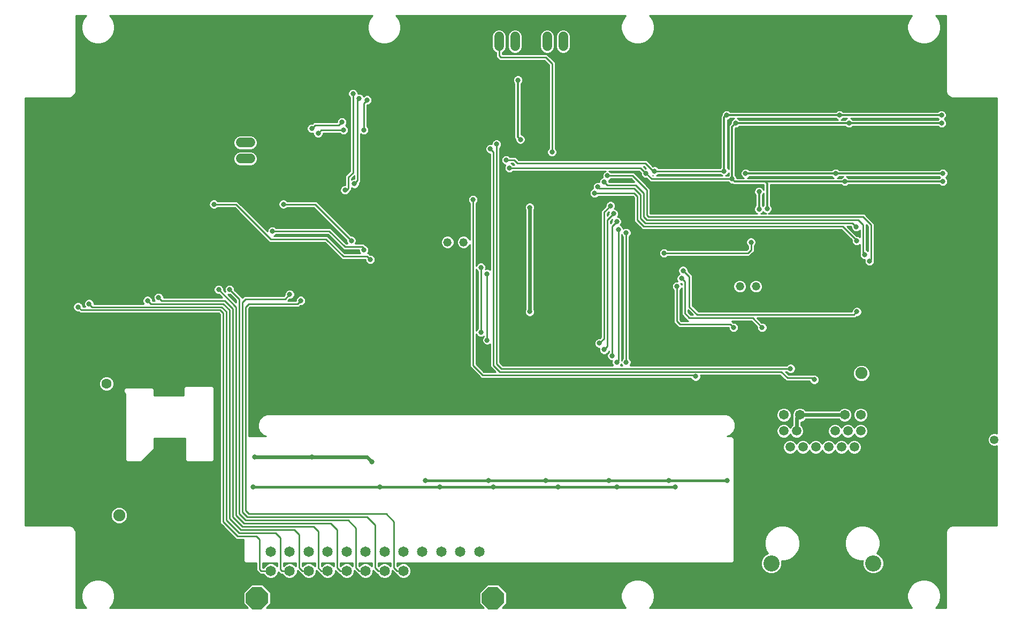
<source format=gbl>
G75*
%MOIN*%
%OFA0B0*%
%FSLAX25Y25*%
%IPPOS*%
%LPD*%
%AMOC8*
5,1,8,0,0,1.08239X$1,22.5*
%
%ADD10C,0.06000*%
%ADD11C,0.05200*%
%ADD12OC8,0.06300*%
%ADD13C,0.06300*%
%ADD14C,0.07500*%
%ADD15OC8,0.07500*%
%ADD16C,0.05937*%
%ADD17C,0.06083*%
%ADD18C,0.10039*%
%ADD19C,0.06496*%
%ADD20OC8,0.13843*%
%ADD21C,0.01000*%
%ADD22C,0.03175*%
%ADD23C,0.02400*%
%ADD24C,0.01200*%
%ADD25C,0.01600*%
%ADD26C,0.05315*%
D10*
X0144821Y0293765D02*
X0150821Y0293765D01*
X0150821Y0303765D02*
X0144821Y0303765D01*
X0144821Y0313765D02*
X0150821Y0313765D01*
X0305774Y0363836D02*
X0305774Y0369836D01*
X0315774Y0369836D02*
X0315774Y0363836D01*
X0325774Y0363836D02*
X0325774Y0369836D01*
X0335774Y0369836D02*
X0335774Y0363836D01*
X0345774Y0363836D02*
X0345774Y0369836D01*
D11*
X0283727Y0241757D03*
X0273727Y0241757D03*
X0455813Y0214198D03*
X0465813Y0214198D03*
D12*
X0061246Y0143608D03*
D13*
X0061246Y0153608D03*
D14*
X0069081Y0071639D03*
X0531522Y0160104D03*
D15*
X0551522Y0160104D03*
X0069081Y0051639D03*
D16*
X0483215Y0124198D03*
X0491207Y0124198D03*
X0499199Y0124198D03*
X0503175Y0114198D03*
X0511167Y0114198D03*
X0519160Y0114198D03*
X0527152Y0114198D03*
X0523175Y0124198D03*
X0515183Y0124198D03*
X0531167Y0124198D03*
X0495183Y0114198D03*
X0487191Y0114198D03*
D17*
X0483215Y0134198D03*
X0493215Y0134198D03*
X0521167Y0134198D03*
X0531167Y0134198D03*
D18*
X0538904Y0041679D03*
X0475439Y0041679D03*
D19*
X0293490Y0037033D03*
X0281679Y0037033D03*
X0269868Y0037033D03*
X0258057Y0037033D03*
X0246246Y0037033D03*
X0234435Y0037033D03*
X0222624Y0037033D03*
X0210813Y0037033D03*
X0199002Y0037033D03*
X0187191Y0037033D03*
X0175380Y0037033D03*
X0163569Y0037033D03*
X0163569Y0048844D03*
X0175380Y0048844D03*
X0187191Y0048844D03*
X0199002Y0048844D03*
X0210813Y0048844D03*
X0222624Y0048844D03*
X0234435Y0048844D03*
X0246246Y0048844D03*
X0258057Y0048844D03*
X0269868Y0048844D03*
X0281679Y0048844D03*
X0293490Y0048844D03*
D20*
X0301994Y0020025D03*
X0155065Y0020025D03*
D21*
X0042085Y0013974D02*
X0042085Y0061550D01*
X0041400Y0063204D01*
X0040134Y0064470D01*
X0038480Y0065155D01*
X0010589Y0065155D01*
X0010589Y0331746D01*
X0038480Y0331746D01*
X0040134Y0332431D01*
X0041400Y0333697D01*
X0042085Y0335351D01*
X0042085Y0382927D01*
X0048487Y0382927D01*
X0047565Y0382005D01*
X0046195Y0379632D01*
X0045486Y0376986D01*
X0045486Y0374246D01*
X0046195Y0371599D01*
X0047565Y0369227D01*
X0049503Y0367289D01*
X0051876Y0365919D01*
X0054522Y0365210D01*
X0057262Y0365210D01*
X0059908Y0365919D01*
X0062281Y0367289D01*
X0064218Y0369227D01*
X0065588Y0371599D01*
X0066297Y0374246D01*
X0066297Y0376986D01*
X0065588Y0379632D01*
X0064218Y0382005D01*
X0063296Y0382927D01*
X0226834Y0382927D01*
X0225912Y0382005D01*
X0224542Y0379632D01*
X0223833Y0376986D01*
X0223833Y0374246D01*
X0224542Y0371599D01*
X0225912Y0369227D01*
X0227849Y0367289D01*
X0230222Y0365919D01*
X0232868Y0365210D01*
X0235608Y0365210D01*
X0238255Y0365919D01*
X0240627Y0367289D01*
X0242565Y0369227D01*
X0243935Y0371599D01*
X0244644Y0374246D01*
X0244644Y0376986D01*
X0243935Y0379632D01*
X0242565Y0382005D01*
X0241643Y0382927D01*
X0384708Y0382927D01*
X0383786Y0382005D01*
X0382416Y0379632D01*
X0381707Y0376986D01*
X0381707Y0374246D01*
X0382416Y0371599D01*
X0383786Y0369227D01*
X0385723Y0367289D01*
X0388096Y0365919D01*
X0390742Y0365210D01*
X0393482Y0365210D01*
X0396129Y0365919D01*
X0398501Y0367289D01*
X0400439Y0369227D01*
X0401809Y0371599D01*
X0402518Y0374246D01*
X0402518Y0376986D01*
X0401809Y0379632D01*
X0400439Y0382005D01*
X0399517Y0382927D01*
X0563054Y0382927D01*
X0562132Y0382005D01*
X0560762Y0379632D01*
X0560053Y0376986D01*
X0560053Y0374246D01*
X0560762Y0371599D01*
X0562132Y0369227D01*
X0564070Y0367289D01*
X0566442Y0365919D01*
X0569089Y0365210D01*
X0571829Y0365210D01*
X0574475Y0365919D01*
X0576848Y0367289D01*
X0578785Y0369227D01*
X0580155Y0371599D01*
X0580864Y0374246D01*
X0580864Y0376986D01*
X0580155Y0379632D01*
X0578785Y0382005D01*
X0577863Y0382927D01*
X0584266Y0382927D01*
X0584266Y0335351D01*
X0584951Y0333697D01*
X0586217Y0332431D01*
X0587871Y0331746D01*
X0615762Y0331746D01*
X0615762Y0122644D01*
X0615183Y0122883D01*
X0613529Y0122883D01*
X0612001Y0122251D01*
X0610832Y0121081D01*
X0610199Y0119553D01*
X0610199Y0117899D01*
X0610832Y0116371D01*
X0612001Y0115201D01*
X0613529Y0114569D01*
X0615183Y0114569D01*
X0615762Y0114808D01*
X0615762Y0065155D01*
X0587871Y0065155D01*
X0586217Y0064470D01*
X0584951Y0063204D01*
X0584266Y0061550D01*
X0584266Y0013974D01*
X0577863Y0013974D01*
X0578785Y0014896D01*
X0580155Y0017269D01*
X0580864Y0019915D01*
X0580864Y0022655D01*
X0580155Y0025301D01*
X0578785Y0027674D01*
X0576848Y0029612D01*
X0574475Y0030981D01*
X0571829Y0031691D01*
X0569089Y0031691D01*
X0566442Y0030981D01*
X0564070Y0029612D01*
X0562132Y0027674D01*
X0560762Y0025301D01*
X0560053Y0022655D01*
X0560053Y0019915D01*
X0560762Y0017269D01*
X0562132Y0014896D01*
X0563054Y0013974D01*
X0399517Y0013974D01*
X0400439Y0014896D01*
X0401809Y0017269D01*
X0402518Y0019915D01*
X0402518Y0022655D01*
X0401809Y0025301D01*
X0400439Y0027674D01*
X0398501Y0029612D01*
X0396129Y0030981D01*
X0393482Y0031691D01*
X0390742Y0031691D01*
X0388096Y0030981D01*
X0385723Y0029612D01*
X0383786Y0027674D01*
X0382416Y0025301D01*
X0381707Y0022655D01*
X0381707Y0019915D01*
X0382416Y0017269D01*
X0383786Y0014896D01*
X0384708Y0013974D01*
X0307852Y0013974D01*
X0310416Y0016537D01*
X0310416Y0023513D01*
X0305482Y0028446D01*
X0298506Y0028446D01*
X0293573Y0023513D01*
X0293573Y0016537D01*
X0296136Y0013974D01*
X0160923Y0013974D01*
X0163486Y0016537D01*
X0163486Y0023513D01*
X0158553Y0028446D01*
X0151577Y0028446D01*
X0146644Y0023513D01*
X0146644Y0016537D01*
X0149207Y0013974D01*
X0063296Y0013974D01*
X0064218Y0014896D01*
X0065588Y0017269D01*
X0066297Y0019915D01*
X0066297Y0022655D01*
X0065588Y0025301D01*
X0064218Y0027674D01*
X0062281Y0029612D01*
X0059908Y0030981D01*
X0057262Y0031691D01*
X0054522Y0031691D01*
X0051876Y0030981D01*
X0049503Y0029612D01*
X0047565Y0027674D01*
X0046195Y0025301D01*
X0045486Y0022655D01*
X0045486Y0019915D01*
X0046195Y0017269D01*
X0047565Y0014896D01*
X0048487Y0013974D01*
X0042085Y0013974D01*
X0042085Y0014467D02*
X0047995Y0014467D01*
X0047237Y0015465D02*
X0042085Y0015465D01*
X0042085Y0016464D02*
X0046660Y0016464D01*
X0046144Y0017462D02*
X0042085Y0017462D01*
X0042085Y0018461D02*
X0045876Y0018461D01*
X0045609Y0019459D02*
X0042085Y0019459D01*
X0042085Y0020458D02*
X0045486Y0020458D01*
X0045486Y0021456D02*
X0042085Y0021456D01*
X0042085Y0022455D02*
X0045486Y0022455D01*
X0045700Y0023453D02*
X0042085Y0023453D01*
X0042085Y0024452D02*
X0045968Y0024452D01*
X0046281Y0025450D02*
X0042085Y0025450D01*
X0042085Y0026449D02*
X0046858Y0026449D01*
X0047434Y0027447D02*
X0042085Y0027447D01*
X0042085Y0028446D02*
X0048337Y0028446D01*
X0049335Y0029444D02*
X0042085Y0029444D01*
X0042085Y0030443D02*
X0050943Y0030443D01*
X0053592Y0031441D02*
X0042085Y0031441D01*
X0042085Y0032440D02*
X0162251Y0032440D01*
X0162625Y0032285D02*
X0164513Y0032285D01*
X0166259Y0033008D01*
X0167594Y0034344D01*
X0168317Y0036089D01*
X0168317Y0036346D01*
X0168646Y0036017D01*
X0169630Y0035033D01*
X0171069Y0035033D01*
X0171355Y0034344D01*
X0172691Y0033008D01*
X0174436Y0032285D01*
X0176325Y0032285D01*
X0178070Y0033008D01*
X0179405Y0034344D01*
X0180128Y0036089D01*
X0180128Y0037331D01*
X0180457Y0037002D01*
X0182426Y0035033D01*
X0182880Y0035033D01*
X0183166Y0034344D01*
X0184502Y0033008D01*
X0186247Y0032285D01*
X0188136Y0032285D01*
X0189881Y0033008D01*
X0191216Y0034344D01*
X0191939Y0036089D01*
X0191939Y0037331D01*
X0192268Y0037002D01*
X0194237Y0035033D01*
X0194691Y0035033D01*
X0194977Y0034344D01*
X0196313Y0033008D01*
X0198058Y0032285D01*
X0199947Y0032285D01*
X0201692Y0033008D01*
X0203027Y0034344D01*
X0203750Y0036089D01*
X0203750Y0037331D01*
X0204079Y0037002D01*
X0206048Y0035033D01*
X0206502Y0035033D01*
X0206788Y0034344D01*
X0208124Y0033008D01*
X0209869Y0032285D01*
X0211758Y0032285D01*
X0213503Y0033008D01*
X0214838Y0034344D01*
X0215561Y0036089D01*
X0215561Y0037331D01*
X0215890Y0037002D01*
X0217859Y0035033D01*
X0218313Y0035033D01*
X0218599Y0034344D01*
X0219935Y0033008D01*
X0221680Y0032285D01*
X0223569Y0032285D01*
X0225314Y0033008D01*
X0226649Y0034344D01*
X0227372Y0036089D01*
X0227372Y0037331D01*
X0227701Y0037002D01*
X0229670Y0035033D01*
X0230124Y0035033D01*
X0230410Y0034344D01*
X0231746Y0033008D01*
X0233491Y0032285D01*
X0235380Y0032285D01*
X0237125Y0033008D01*
X0238460Y0034344D01*
X0239183Y0036089D01*
X0239183Y0037331D01*
X0239512Y0037002D01*
X0241481Y0035033D01*
X0241935Y0035033D01*
X0242221Y0034344D01*
X0243557Y0033008D01*
X0245302Y0032285D01*
X0247191Y0032285D01*
X0248936Y0033008D01*
X0250271Y0034344D01*
X0250994Y0036089D01*
X0250994Y0037978D01*
X0250271Y0039723D01*
X0248936Y0041058D01*
X0247191Y0041781D01*
X0245302Y0041781D01*
X0243557Y0041058D01*
X0242341Y0039842D01*
X0242341Y0041823D01*
X0450856Y0041823D01*
X0452086Y0043053D01*
X0452086Y0119596D01*
X0450856Y0120826D01*
X0447943Y0120826D01*
X0449997Y0121677D01*
X0451957Y0123637D01*
X0453018Y0126198D01*
X0453018Y0128970D01*
X0451957Y0131532D01*
X0449997Y0133492D01*
X0449997Y0133492D01*
X0447435Y0134553D01*
X0161199Y0134553D01*
X0158637Y0133492D01*
X0156677Y0131532D01*
X0156677Y0131532D01*
X0155616Y0128970D01*
X0155616Y0126198D01*
X0156677Y0123637D01*
X0158637Y0121677D01*
X0158637Y0121677D01*
X0160691Y0120826D01*
X0149821Y0120826D01*
X0149821Y0200575D01*
X0150618Y0201372D01*
X0181130Y0201372D01*
X0182011Y0202253D01*
X0182884Y0202253D01*
X0184019Y0202723D01*
X0184887Y0203591D01*
X0185357Y0204726D01*
X0185357Y0205954D01*
X0184887Y0207089D01*
X0184019Y0207958D01*
X0182884Y0208428D01*
X0181656Y0208428D01*
X0180521Y0207958D01*
X0179652Y0207089D01*
X0179182Y0205954D01*
X0179182Y0205372D01*
X0174303Y0205372D01*
X0175121Y0206190D01*
X0175994Y0206190D01*
X0177129Y0206660D01*
X0177997Y0207528D01*
X0178467Y0208663D01*
X0178467Y0209891D01*
X0177997Y0211026D01*
X0177129Y0211895D01*
X0175994Y0212365D01*
X0174766Y0212365D01*
X0173631Y0211895D01*
X0172763Y0211026D01*
X0172293Y0209891D01*
X0172293Y0209018D01*
X0171599Y0208324D01*
X0146993Y0208324D01*
X0145853Y0207184D01*
X0141066Y0211971D01*
X0141066Y0212844D01*
X0140596Y0213979D01*
X0139727Y0214847D01*
X0138593Y0215317D01*
X0137364Y0215317D01*
X0136230Y0214847D01*
X0135361Y0213979D01*
X0134891Y0212844D01*
X0134891Y0211616D01*
X0135146Y0211002D01*
X0134176Y0211971D01*
X0134176Y0212844D01*
X0133706Y0213979D01*
X0132838Y0214847D01*
X0131703Y0215317D01*
X0130475Y0215317D01*
X0129340Y0214847D01*
X0128471Y0213979D01*
X0128001Y0212844D01*
X0128001Y0211616D01*
X0128471Y0210481D01*
X0129340Y0209613D01*
X0130475Y0209143D01*
X0131348Y0209143D01*
X0133150Y0207340D01*
X0096775Y0207340D01*
X0096775Y0207923D01*
X0096305Y0209058D01*
X0095436Y0209926D01*
X0094301Y0210396D01*
X0093073Y0210396D01*
X0091938Y0209926D01*
X0091070Y0209058D01*
X0090600Y0207923D01*
X0090600Y0206695D01*
X0091070Y0205560D01*
X0091258Y0205372D01*
X0089885Y0205372D01*
X0089885Y0205954D01*
X0089415Y0207089D01*
X0088546Y0207958D01*
X0087412Y0208428D01*
X0086183Y0208428D01*
X0085049Y0207958D01*
X0084180Y0207089D01*
X0083710Y0205954D01*
X0083710Y0204726D01*
X0084180Y0203591D01*
X0084368Y0203403D01*
X0053467Y0203403D01*
X0053467Y0203986D01*
X0052997Y0205121D01*
X0052129Y0205989D01*
X0050994Y0206459D01*
X0049766Y0206459D01*
X0048631Y0205989D01*
X0047763Y0205121D01*
X0047293Y0203986D01*
X0047293Y0202758D01*
X0047763Y0201623D01*
X0047951Y0201435D01*
X0046578Y0201435D01*
X0046578Y0202017D01*
X0046108Y0203152D01*
X0045239Y0204021D01*
X0044104Y0204491D01*
X0042876Y0204491D01*
X0041741Y0204021D01*
X0040873Y0203152D01*
X0040403Y0202017D01*
X0040403Y0200789D01*
X0040873Y0199654D01*
X0041741Y0198786D01*
X0042876Y0198316D01*
X0043749Y0198316D01*
X0044630Y0197435D01*
X0131245Y0197435D01*
X0132041Y0196638D01*
X0132041Y0066716D01*
X0133213Y0065545D01*
X0142071Y0056687D01*
X0146705Y0056687D01*
X0146705Y0043053D01*
X0147935Y0041823D01*
X0154679Y0041823D01*
X0154679Y0037189D01*
X0155851Y0036017D01*
X0156835Y0035033D01*
X0159258Y0035033D01*
X0159544Y0034344D01*
X0160880Y0033008D01*
X0162625Y0032285D01*
X0164887Y0032440D02*
X0174062Y0032440D01*
X0172260Y0033438D02*
X0166689Y0033438D01*
X0167633Y0034437D02*
X0171316Y0034437D01*
X0169228Y0035435D02*
X0168046Y0035435D01*
X0170459Y0037033D02*
X0169475Y0038017D01*
X0169475Y0057702D01*
X0166522Y0060655D01*
X0143884Y0060655D01*
X0136010Y0068529D01*
X0136010Y0198450D01*
X0133057Y0201403D01*
X0052349Y0201403D01*
X0050380Y0203372D01*
X0047529Y0202187D02*
X0046508Y0202187D01*
X0046074Y0203185D02*
X0047293Y0203185D01*
X0047375Y0204184D02*
X0044845Y0204184D01*
X0042135Y0204184D02*
X0010589Y0204184D01*
X0010589Y0205182D02*
X0047824Y0205182D01*
X0049094Y0206181D02*
X0010589Y0206181D01*
X0010589Y0207179D02*
X0084270Y0207179D01*
X0083804Y0206181D02*
X0051666Y0206181D01*
X0052936Y0205182D02*
X0083710Y0205182D01*
X0083935Y0204184D02*
X0053385Y0204184D01*
X0045459Y0199435D02*
X0043490Y0201403D01*
X0045459Y0199435D02*
X0132073Y0199435D01*
X0134041Y0197466D01*
X0134041Y0067545D01*
X0142900Y0058687D01*
X0154711Y0058687D01*
X0156679Y0056718D01*
X0156679Y0038017D01*
X0157664Y0037033D01*
X0163569Y0037033D01*
X0161768Y0041426D02*
X0158679Y0041426D01*
X0158679Y0041823D02*
X0167475Y0041823D01*
X0167475Y0039842D01*
X0166259Y0041058D01*
X0164513Y0041781D01*
X0162625Y0041781D01*
X0160880Y0041058D01*
X0159544Y0039723D01*
X0159258Y0039033D01*
X0158679Y0039033D01*
X0158679Y0041823D01*
X0158679Y0040428D02*
X0160249Y0040428D01*
X0159422Y0039429D02*
X0158679Y0039429D01*
X0154679Y0039429D02*
X0042085Y0039429D01*
X0042085Y0038431D02*
X0154679Y0038431D01*
X0154679Y0037432D02*
X0042085Y0037432D01*
X0042085Y0036434D02*
X0155434Y0036434D01*
X0156433Y0035435D02*
X0042085Y0035435D01*
X0042085Y0034437D02*
X0159505Y0034437D01*
X0160449Y0033438D02*
X0042085Y0033438D01*
X0042085Y0040428D02*
X0154679Y0040428D01*
X0154679Y0041426D02*
X0042085Y0041426D01*
X0042085Y0042425D02*
X0147333Y0042425D01*
X0146705Y0043423D02*
X0042085Y0043423D01*
X0042085Y0044422D02*
X0146705Y0044422D01*
X0146705Y0045420D02*
X0042085Y0045420D01*
X0042085Y0046419D02*
X0146705Y0046419D01*
X0146705Y0047417D02*
X0042085Y0047417D01*
X0042085Y0048416D02*
X0146705Y0048416D01*
X0146705Y0049414D02*
X0042085Y0049414D01*
X0042085Y0050413D02*
X0146705Y0050413D01*
X0146705Y0051411D02*
X0042085Y0051411D01*
X0042085Y0052410D02*
X0146705Y0052410D01*
X0146705Y0053409D02*
X0042085Y0053409D01*
X0042085Y0054407D02*
X0146705Y0054407D01*
X0146705Y0055406D02*
X0042085Y0055406D01*
X0042085Y0056404D02*
X0146705Y0056404D01*
X0141355Y0057403D02*
X0042085Y0057403D01*
X0042085Y0058401D02*
X0140357Y0058401D01*
X0139358Y0059400D02*
X0042085Y0059400D01*
X0042085Y0060398D02*
X0138360Y0060398D01*
X0137361Y0061397D02*
X0042085Y0061397D01*
X0041735Y0062395D02*
X0136363Y0062395D01*
X0135364Y0063394D02*
X0041210Y0063394D01*
X0040212Y0064392D02*
X0134366Y0064392D01*
X0133367Y0065391D02*
X0010589Y0065391D01*
X0010589Y0066389D02*
X0132369Y0066389D01*
X0132041Y0067388D02*
X0072254Y0067388D01*
X0072055Y0067189D02*
X0073532Y0068665D01*
X0074331Y0070595D01*
X0074331Y0072684D01*
X0073532Y0074613D01*
X0072055Y0076090D01*
X0070125Y0076889D01*
X0068037Y0076889D01*
X0066107Y0076090D01*
X0064630Y0074613D01*
X0063831Y0072684D01*
X0063831Y0070595D01*
X0064630Y0068665D01*
X0066107Y0067189D01*
X0068037Y0066389D01*
X0070125Y0066389D01*
X0072055Y0067189D01*
X0073252Y0068386D02*
X0132041Y0068386D01*
X0132041Y0069385D02*
X0073830Y0069385D01*
X0074243Y0070383D02*
X0132041Y0070383D01*
X0132041Y0071382D02*
X0074331Y0071382D01*
X0074331Y0072380D02*
X0132041Y0072380D01*
X0132041Y0073379D02*
X0074043Y0073379D01*
X0073629Y0074377D02*
X0132041Y0074377D01*
X0132041Y0075376D02*
X0072769Y0075376D01*
X0071369Y0076374D02*
X0132041Y0076374D01*
X0132041Y0077373D02*
X0010589Y0077373D01*
X0010589Y0078371D02*
X0132041Y0078371D01*
X0132041Y0079370D02*
X0010589Y0079370D01*
X0010589Y0080368D02*
X0132041Y0080368D01*
X0132041Y0081367D02*
X0010589Y0081367D01*
X0010589Y0082365D02*
X0132041Y0082365D01*
X0132041Y0083364D02*
X0010589Y0083364D01*
X0010589Y0084362D02*
X0132041Y0084362D01*
X0132041Y0085361D02*
X0010589Y0085361D01*
X0010589Y0086359D02*
X0132041Y0086359D01*
X0132041Y0087358D02*
X0010589Y0087358D01*
X0010589Y0088356D02*
X0132041Y0088356D01*
X0132041Y0089355D02*
X0010589Y0089355D01*
X0010589Y0090353D02*
X0132041Y0090353D01*
X0132041Y0091352D02*
X0010589Y0091352D01*
X0010589Y0092350D02*
X0132041Y0092350D01*
X0132041Y0093349D02*
X0010589Y0093349D01*
X0010589Y0094347D02*
X0132041Y0094347D01*
X0132041Y0095346D02*
X0010589Y0095346D01*
X0010589Y0096345D02*
X0132041Y0096345D01*
X0132041Y0097343D02*
X0010589Y0097343D01*
X0010589Y0098342D02*
X0132041Y0098342D01*
X0132041Y0099340D02*
X0010589Y0099340D01*
X0010589Y0100339D02*
X0132041Y0100339D01*
X0132041Y0101337D02*
X0010589Y0101337D01*
X0010589Y0102336D02*
X0132041Y0102336D01*
X0132041Y0103334D02*
X0010589Y0103334D01*
X0010589Y0104333D02*
X0132041Y0104333D01*
X0132041Y0105331D02*
X0127553Y0105331D01*
X0127037Y0104815D02*
X0128267Y0106045D01*
X0128267Y0151092D01*
X0127037Y0152322D01*
X0110534Y0152322D01*
X0109304Y0151092D01*
X0109304Y0146417D01*
X0090866Y0146417D01*
X0090866Y0150108D01*
X0089636Y0151338D01*
X0087896Y0151338D01*
X0073132Y0151338D01*
X0071902Y0150108D01*
X0071902Y0148368D01*
X0072886Y0147384D01*
X0072886Y0106045D01*
X0074117Y0104815D01*
X0082746Y0104815D01*
X0083976Y0106045D01*
X0090866Y0112935D01*
X0090866Y0119579D01*
X0110288Y0119579D01*
X0110288Y0106045D01*
X0111518Y0104815D01*
X0127037Y0104815D01*
X0128267Y0106330D02*
X0132041Y0106330D01*
X0132041Y0107328D02*
X0128267Y0107328D01*
X0128267Y0108327D02*
X0132041Y0108327D01*
X0132041Y0109325D02*
X0128267Y0109325D01*
X0128267Y0110324D02*
X0132041Y0110324D01*
X0132041Y0111322D02*
X0128267Y0111322D01*
X0128267Y0112321D02*
X0132041Y0112321D01*
X0132041Y0113319D02*
X0128267Y0113319D01*
X0128267Y0114318D02*
X0132041Y0114318D01*
X0132041Y0115316D02*
X0128267Y0115316D01*
X0128267Y0116315D02*
X0132041Y0116315D01*
X0132041Y0117313D02*
X0128267Y0117313D01*
X0128267Y0118312D02*
X0132041Y0118312D01*
X0132041Y0119310D02*
X0128267Y0119310D01*
X0128267Y0120309D02*
X0132041Y0120309D01*
X0132041Y0121307D02*
X0128267Y0121307D01*
X0128267Y0122306D02*
X0132041Y0122306D01*
X0132041Y0123304D02*
X0128267Y0123304D01*
X0128267Y0124303D02*
X0132041Y0124303D01*
X0132041Y0125301D02*
X0128267Y0125301D01*
X0128267Y0126300D02*
X0132041Y0126300D01*
X0132041Y0127298D02*
X0128267Y0127298D01*
X0128267Y0128297D02*
X0132041Y0128297D01*
X0132041Y0129295D02*
X0128267Y0129295D01*
X0128267Y0130294D02*
X0132041Y0130294D01*
X0132041Y0131292D02*
X0128267Y0131292D01*
X0128267Y0132291D02*
X0132041Y0132291D01*
X0132041Y0133289D02*
X0128267Y0133289D01*
X0128267Y0134288D02*
X0132041Y0134288D01*
X0132041Y0135286D02*
X0128267Y0135286D01*
X0128267Y0136285D02*
X0132041Y0136285D01*
X0132041Y0137283D02*
X0128267Y0137283D01*
X0128267Y0138282D02*
X0132041Y0138282D01*
X0132041Y0139280D02*
X0128267Y0139280D01*
X0128267Y0140279D02*
X0132041Y0140279D01*
X0132041Y0141278D02*
X0128267Y0141278D01*
X0128267Y0142276D02*
X0132041Y0142276D01*
X0132041Y0143275D02*
X0128267Y0143275D01*
X0128267Y0144273D02*
X0132041Y0144273D01*
X0132041Y0145272D02*
X0128267Y0145272D01*
X0128267Y0146270D02*
X0132041Y0146270D01*
X0132041Y0147269D02*
X0128267Y0147269D01*
X0128267Y0148267D02*
X0132041Y0148267D01*
X0132041Y0149266D02*
X0128267Y0149266D01*
X0128267Y0150264D02*
X0132041Y0150264D01*
X0132041Y0151263D02*
X0128097Y0151263D01*
X0127098Y0152261D02*
X0132041Y0152261D01*
X0132041Y0153260D02*
X0065896Y0153260D01*
X0065896Y0152683D02*
X0065896Y0154533D01*
X0065188Y0156242D01*
X0063880Y0157550D01*
X0062171Y0158258D01*
X0060321Y0158258D01*
X0058612Y0157550D01*
X0057304Y0156242D01*
X0056596Y0154533D01*
X0056596Y0152683D01*
X0057304Y0150974D01*
X0058612Y0149666D01*
X0060321Y0148958D01*
X0062171Y0148958D01*
X0063880Y0149666D01*
X0065188Y0150974D01*
X0065896Y0152683D01*
X0065721Y0152261D02*
X0110473Y0152261D01*
X0109474Y0151263D02*
X0089711Y0151263D01*
X0090709Y0150264D02*
X0109304Y0150264D01*
X0109304Y0149266D02*
X0090866Y0149266D01*
X0090866Y0148267D02*
X0109304Y0148267D01*
X0109304Y0147269D02*
X0090866Y0147269D01*
X0072886Y0147269D02*
X0010589Y0147269D01*
X0010589Y0148267D02*
X0072003Y0148267D01*
X0071902Y0149266D02*
X0062914Y0149266D01*
X0064479Y0150264D02*
X0072059Y0150264D01*
X0073057Y0151263D02*
X0065308Y0151263D01*
X0065896Y0154258D02*
X0132041Y0154258D01*
X0132041Y0155257D02*
X0065596Y0155257D01*
X0065175Y0156255D02*
X0132041Y0156255D01*
X0132041Y0157254D02*
X0064176Y0157254D01*
X0062185Y0158252D02*
X0132041Y0158252D01*
X0132041Y0159251D02*
X0010589Y0159251D01*
X0010589Y0160249D02*
X0132041Y0160249D01*
X0132041Y0161248D02*
X0010589Y0161248D01*
X0010589Y0162246D02*
X0132041Y0162246D01*
X0132041Y0163245D02*
X0010589Y0163245D01*
X0010589Y0164243D02*
X0132041Y0164243D01*
X0132041Y0165242D02*
X0010589Y0165242D01*
X0010589Y0166240D02*
X0132041Y0166240D01*
X0132041Y0167239D02*
X0010589Y0167239D01*
X0010589Y0168237D02*
X0132041Y0168237D01*
X0132041Y0169236D02*
X0010589Y0169236D01*
X0010589Y0170234D02*
X0132041Y0170234D01*
X0132041Y0171233D02*
X0010589Y0171233D01*
X0010589Y0172231D02*
X0132041Y0172231D01*
X0132041Y0173230D02*
X0010589Y0173230D01*
X0010589Y0174228D02*
X0132041Y0174228D01*
X0132041Y0175227D02*
X0010589Y0175227D01*
X0010589Y0176225D02*
X0132041Y0176225D01*
X0132041Y0177224D02*
X0010589Y0177224D01*
X0010589Y0178222D02*
X0132041Y0178222D01*
X0132041Y0179221D02*
X0010589Y0179221D01*
X0010589Y0180219D02*
X0132041Y0180219D01*
X0132041Y0181218D02*
X0010589Y0181218D01*
X0010589Y0182216D02*
X0132041Y0182216D01*
X0132041Y0183215D02*
X0010589Y0183215D01*
X0010589Y0184213D02*
X0132041Y0184213D01*
X0132041Y0185212D02*
X0010589Y0185212D01*
X0010589Y0186211D02*
X0132041Y0186211D01*
X0132041Y0187209D02*
X0010589Y0187209D01*
X0010589Y0188208D02*
X0132041Y0188208D01*
X0132041Y0189206D02*
X0010589Y0189206D01*
X0010589Y0190205D02*
X0132041Y0190205D01*
X0132041Y0191203D02*
X0010589Y0191203D01*
X0010589Y0192202D02*
X0132041Y0192202D01*
X0132041Y0193200D02*
X0010589Y0193200D01*
X0010589Y0194199D02*
X0132041Y0194199D01*
X0132041Y0195197D02*
X0010589Y0195197D01*
X0010589Y0196196D02*
X0132041Y0196196D01*
X0131485Y0197194D02*
X0010589Y0197194D01*
X0010589Y0198193D02*
X0043872Y0198193D01*
X0041336Y0199191D02*
X0010589Y0199191D01*
X0010589Y0200190D02*
X0040651Y0200190D01*
X0040403Y0201188D02*
X0010589Y0201188D01*
X0010589Y0202187D02*
X0040473Y0202187D01*
X0040906Y0203185D02*
X0010589Y0203185D01*
X0010589Y0208178D02*
X0085580Y0208178D01*
X0088015Y0208178D02*
X0090705Y0208178D01*
X0090600Y0207179D02*
X0089325Y0207179D01*
X0089791Y0206181D02*
X0090813Y0206181D01*
X0091189Y0209176D02*
X0010589Y0209176D01*
X0010589Y0210175D02*
X0092539Y0210175D01*
X0094835Y0210175D02*
X0128778Y0210175D01*
X0128185Y0211173D02*
X0010589Y0211173D01*
X0010589Y0212172D02*
X0128001Y0212172D01*
X0128137Y0213170D02*
X0010589Y0213170D01*
X0010589Y0214169D02*
X0128661Y0214169D01*
X0130113Y0215167D02*
X0010589Y0215167D01*
X0010589Y0216166D02*
X0287553Y0216166D01*
X0287553Y0217164D02*
X0010589Y0217164D01*
X0010589Y0218163D02*
X0287553Y0218163D01*
X0287553Y0219161D02*
X0010589Y0219161D01*
X0010589Y0220160D02*
X0287553Y0220160D01*
X0287553Y0221158D02*
X0010589Y0221158D01*
X0010589Y0222157D02*
X0287553Y0222157D01*
X0287553Y0223155D02*
X0010589Y0223155D01*
X0010589Y0224154D02*
X0287553Y0224154D01*
X0287553Y0225152D02*
X0010589Y0225152D01*
X0010589Y0226151D02*
X0287553Y0226151D01*
X0287553Y0227149D02*
X0010589Y0227149D01*
X0010589Y0228148D02*
X0224227Y0228148D01*
X0223828Y0228313D02*
X0224963Y0227843D01*
X0226191Y0227843D01*
X0227326Y0228313D01*
X0228194Y0229182D01*
X0228664Y0230317D01*
X0228664Y0231545D01*
X0228194Y0232680D01*
X0227326Y0233548D01*
X0226191Y0234018D01*
X0225318Y0234018D01*
X0224437Y0234899D01*
X0224069Y0234899D01*
X0224257Y0235087D01*
X0224727Y0236222D01*
X0224727Y0237450D01*
X0224257Y0238585D01*
X0223389Y0239454D01*
X0222444Y0239845D01*
X0221484Y0240805D01*
X0216195Y0240805D01*
X0216383Y0240993D01*
X0216853Y0242128D01*
X0216853Y0243356D01*
X0216383Y0244491D01*
X0215515Y0245359D01*
X0214380Y0245829D01*
X0213507Y0245829D01*
X0193128Y0266208D01*
X0191957Y0267380D01*
X0173809Y0267380D01*
X0173192Y0267997D01*
X0172057Y0268467D01*
X0170829Y0268467D01*
X0169694Y0267997D01*
X0168826Y0267128D01*
X0168356Y0265994D01*
X0168356Y0264765D01*
X0168826Y0263631D01*
X0169694Y0262762D01*
X0170829Y0262292D01*
X0172057Y0262292D01*
X0173192Y0262762D01*
X0173809Y0263380D01*
X0190300Y0263380D01*
X0210679Y0243001D01*
X0210679Y0242128D01*
X0211149Y0240993D01*
X0211337Y0240805D01*
X0210657Y0240805D01*
X0201986Y0249476D01*
X0200815Y0250647D01*
X0166920Y0250647D01*
X0166302Y0251265D01*
X0165167Y0251735D01*
X0163939Y0251735D01*
X0162804Y0251265D01*
X0161936Y0250396D01*
X0161466Y0249261D01*
X0161466Y0248658D01*
X0142744Y0267380D01*
X0130502Y0267380D01*
X0129885Y0267997D01*
X0128750Y0268467D01*
X0127522Y0268467D01*
X0126387Y0267997D01*
X0125519Y0267128D01*
X0125049Y0265994D01*
X0125049Y0264765D01*
X0125519Y0263631D01*
X0126387Y0262762D01*
X0127522Y0262292D01*
X0128750Y0262292D01*
X0129885Y0262762D01*
X0130502Y0263380D01*
X0141087Y0263380D01*
X0162741Y0241726D01*
X0197189Y0241726D01*
X0208016Y0230899D01*
X0222490Y0230899D01*
X0222490Y0230317D01*
X0222960Y0229182D01*
X0223828Y0228313D01*
X0222995Y0229147D02*
X0010589Y0229147D01*
X0010589Y0230145D02*
X0222561Y0230145D01*
X0223608Y0232899D02*
X0208845Y0232899D01*
X0198018Y0243726D01*
X0163569Y0243726D01*
X0141916Y0265380D01*
X0128136Y0265380D01*
X0125327Y0264094D02*
X0010589Y0264094D01*
X0010589Y0263096D02*
X0126053Y0263096D01*
X0125049Y0265093D02*
X0010589Y0265093D01*
X0010589Y0266091D02*
X0125089Y0266091D01*
X0125503Y0267090D02*
X0010589Y0267090D01*
X0010589Y0268088D02*
X0126608Y0268088D01*
X0129664Y0268088D02*
X0169915Y0268088D01*
X0168810Y0267090D02*
X0143034Y0267090D01*
X0144032Y0266091D02*
X0168396Y0266091D01*
X0168356Y0265093D02*
X0145031Y0265093D01*
X0146029Y0264094D02*
X0168634Y0264094D01*
X0169360Y0263096D02*
X0147028Y0263096D01*
X0148026Y0262097D02*
X0191582Y0262097D01*
X0192580Y0261099D02*
X0149025Y0261099D01*
X0150023Y0260100D02*
X0193579Y0260100D01*
X0194577Y0259102D02*
X0151022Y0259102D01*
X0152020Y0258103D02*
X0195576Y0258103D01*
X0196574Y0257105D02*
X0153019Y0257105D01*
X0154017Y0256106D02*
X0197573Y0256106D01*
X0198571Y0255108D02*
X0155016Y0255108D01*
X0156014Y0254109D02*
X0199570Y0254109D01*
X0200568Y0253111D02*
X0157013Y0253111D01*
X0158011Y0252112D02*
X0201567Y0252112D01*
X0202565Y0251114D02*
X0166453Y0251114D01*
X0164553Y0248647D02*
X0199986Y0248647D01*
X0209829Y0238805D01*
X0220656Y0238805D01*
X0221640Y0237820D01*
X0221640Y0236836D01*
X0218553Y0236805D02*
X0218553Y0236222D01*
X0219023Y0235087D01*
X0219211Y0234899D01*
X0209673Y0234899D01*
X0200018Y0244554D01*
X0198846Y0245726D01*
X0165568Y0245726D01*
X0166302Y0246030D01*
X0166920Y0246647D01*
X0199158Y0246647D01*
X0209000Y0236805D01*
X0218553Y0236805D01*
X0218588Y0236136D02*
X0208436Y0236136D01*
X0208671Y0237135D02*
X0207438Y0237135D01*
X0207672Y0238133D02*
X0206439Y0238133D01*
X0206674Y0239132D02*
X0205441Y0239132D01*
X0205675Y0240130D02*
X0204442Y0240130D01*
X0204677Y0241129D02*
X0203444Y0241129D01*
X0203678Y0242127D02*
X0202445Y0242127D01*
X0202680Y0243126D02*
X0201447Y0243126D01*
X0201681Y0244124D02*
X0200448Y0244124D01*
X0200683Y0245123D02*
X0199450Y0245123D01*
X0199684Y0246121D02*
X0166394Y0246121D01*
X0162339Y0242127D02*
X0010589Y0242127D01*
X0010589Y0241129D02*
X0197787Y0241129D01*
X0198785Y0240130D02*
X0010589Y0240130D01*
X0010589Y0239132D02*
X0199784Y0239132D01*
X0200782Y0238133D02*
X0010589Y0238133D01*
X0010589Y0237135D02*
X0201781Y0237135D01*
X0202779Y0236136D02*
X0010589Y0236136D01*
X0010589Y0235138D02*
X0203778Y0235138D01*
X0204776Y0234139D02*
X0010589Y0234139D01*
X0010589Y0233141D02*
X0205775Y0233141D01*
X0206773Y0232142D02*
X0010589Y0232142D01*
X0010589Y0231144D02*
X0207772Y0231144D01*
X0209435Y0235138D02*
X0219002Y0235138D01*
X0223608Y0232899D02*
X0225577Y0230931D01*
X0227733Y0233141D02*
X0287553Y0233141D01*
X0287553Y0234139D02*
X0225197Y0234139D01*
X0224278Y0235138D02*
X0287553Y0235138D01*
X0287553Y0236136D02*
X0224692Y0236136D01*
X0224727Y0237135D02*
X0287553Y0237135D01*
X0287553Y0238133D02*
X0285690Y0238133D01*
X0286049Y0238282D02*
X0284542Y0237657D01*
X0282911Y0237657D01*
X0281404Y0238282D01*
X0280251Y0239435D01*
X0279627Y0240942D01*
X0279627Y0242573D01*
X0280251Y0244080D01*
X0281404Y0245233D01*
X0282911Y0245857D01*
X0284542Y0245857D01*
X0286049Y0245233D01*
X0287202Y0244080D01*
X0287553Y0243233D01*
X0287553Y0265966D01*
X0286936Y0266583D01*
X0286466Y0267718D01*
X0286466Y0268946D01*
X0286936Y0270081D01*
X0287804Y0270950D01*
X0288939Y0271420D01*
X0290167Y0271420D01*
X0291302Y0270950D01*
X0292171Y0270081D01*
X0292641Y0268946D01*
X0292641Y0267718D01*
X0292171Y0266583D01*
X0291553Y0265966D01*
X0291553Y0227025D01*
X0291857Y0227758D01*
X0292726Y0228627D01*
X0293860Y0229097D01*
X0295089Y0229097D01*
X0296223Y0228627D01*
X0297092Y0227758D01*
X0297562Y0226624D01*
X0297562Y0225395D01*
X0297395Y0224993D01*
X0297797Y0225160D01*
X0299026Y0225160D01*
X0300160Y0224690D01*
X0300349Y0224502D01*
X0300349Y0296741D01*
X0299766Y0296741D01*
X0298631Y0297211D01*
X0297763Y0298079D01*
X0297293Y0299214D01*
X0297293Y0300442D01*
X0297763Y0301577D01*
X0298631Y0302446D01*
X0299766Y0302916D01*
X0300994Y0302916D01*
X0301230Y0302818D01*
X0301230Y0303395D01*
X0301700Y0304530D01*
X0302568Y0305398D01*
X0303703Y0305868D01*
X0304931Y0305868D01*
X0306066Y0305398D01*
X0306934Y0304530D01*
X0307404Y0303395D01*
X0307404Y0302167D01*
X0306934Y0301032D01*
X0306317Y0300415D01*
X0306317Y0166798D01*
X0308098Y0165017D01*
X0376691Y0165017D01*
X0376503Y0165205D01*
X0376033Y0166340D01*
X0376033Y0167568D01*
X0376130Y0167804D01*
X0375553Y0167804D01*
X0374419Y0168274D01*
X0373550Y0169142D01*
X0373080Y0170277D01*
X0373080Y0171505D01*
X0373550Y0172640D01*
X0374167Y0173258D01*
X0374167Y0173813D01*
X0373864Y0173079D01*
X0372995Y0172211D01*
X0371860Y0171741D01*
X0370632Y0171741D01*
X0369497Y0172211D01*
X0368629Y0173079D01*
X0368159Y0174214D01*
X0368159Y0175442D01*
X0368256Y0175678D01*
X0367679Y0175678D01*
X0366545Y0176148D01*
X0365676Y0177016D01*
X0365206Y0178151D01*
X0365206Y0179379D01*
X0365676Y0180514D01*
X0366545Y0181383D01*
X0367679Y0181853D01*
X0368552Y0181853D01*
X0369246Y0182547D01*
X0369246Y0261287D01*
X0370418Y0262458D01*
X0370418Y0262458D01*
X0372096Y0264136D01*
X0372096Y0265009D01*
X0372566Y0266144D01*
X0373434Y0267013D01*
X0374569Y0267483D01*
X0375797Y0267483D01*
X0376932Y0267013D01*
X0377801Y0266144D01*
X0378271Y0265009D01*
X0378271Y0263781D01*
X0377801Y0262646D01*
X0377716Y0262561D01*
X0377766Y0262561D01*
X0378901Y0262091D01*
X0379769Y0261223D01*
X0380239Y0260088D01*
X0380239Y0258860D01*
X0379769Y0257725D01*
X0379684Y0257640D01*
X0379734Y0257640D01*
X0380869Y0257170D01*
X0381738Y0256302D01*
X0382208Y0255167D01*
X0382208Y0253939D01*
X0381738Y0252804D01*
X0381379Y0252445D01*
X0381853Y0252249D01*
X0382722Y0251380D01*
X0383192Y0250246D01*
X0383192Y0250195D01*
X0383277Y0250280D01*
X0384412Y0250750D01*
X0385640Y0250750D01*
X0386775Y0250280D01*
X0387643Y0249412D01*
X0388113Y0248277D01*
X0388113Y0247049D01*
X0387643Y0245914D01*
X0387026Y0245297D01*
X0387026Y0169321D01*
X0387643Y0168703D01*
X0388113Y0167568D01*
X0388113Y0166340D01*
X0387643Y0165205D01*
X0387455Y0165017D01*
X0485022Y0165017D01*
X0485639Y0165635D01*
X0486774Y0166105D01*
X0488002Y0166105D01*
X0489137Y0165635D01*
X0490005Y0164766D01*
X0490475Y0163631D01*
X0490475Y0162403D01*
X0490005Y0161268D01*
X0489137Y0160400D01*
X0488002Y0159930D01*
X0486774Y0159930D01*
X0485639Y0160400D01*
X0485022Y0161017D01*
X0484342Y0161017D01*
X0486248Y0159112D01*
X0501289Y0159112D01*
X0501538Y0159215D01*
X0502766Y0159215D01*
X0503901Y0158745D01*
X0504769Y0157876D01*
X0505239Y0156742D01*
X0505239Y0155513D01*
X0504769Y0154379D01*
X0503901Y0153510D01*
X0502766Y0153040D01*
X0501538Y0153040D01*
X0500403Y0153510D01*
X0499534Y0154379D01*
X0499231Y0155112D01*
X0484591Y0155112D01*
X0483419Y0156283D01*
X0480654Y0159049D01*
X0431280Y0159049D01*
X0431420Y0158710D01*
X0431420Y0157482D01*
X0430950Y0156347D01*
X0430082Y0155479D01*
X0428947Y0155009D01*
X0427719Y0155009D01*
X0426584Y0155479D01*
X0425715Y0156347D01*
X0425412Y0157080D01*
X0294630Y0157080D01*
X0293459Y0158252D01*
X0287553Y0164157D01*
X0287553Y0240282D01*
X0287202Y0239435D01*
X0286049Y0238282D01*
X0286899Y0239132D02*
X0287553Y0239132D01*
X0287553Y0240130D02*
X0287490Y0240130D01*
X0287553Y0244124D02*
X0287158Y0244124D01*
X0287553Y0245123D02*
X0286160Y0245123D01*
X0287553Y0246121D02*
X0213215Y0246121D01*
X0212216Y0247120D02*
X0287553Y0247120D01*
X0287553Y0248118D02*
X0211218Y0248118D01*
X0210219Y0249117D02*
X0287553Y0249117D01*
X0287553Y0250115D02*
X0209221Y0250115D01*
X0208222Y0251114D02*
X0287553Y0251114D01*
X0287553Y0252112D02*
X0207224Y0252112D01*
X0206225Y0253111D02*
X0287553Y0253111D01*
X0287553Y0254109D02*
X0205227Y0254109D01*
X0204228Y0255108D02*
X0287553Y0255108D01*
X0287553Y0256106D02*
X0203230Y0256106D01*
X0202231Y0257105D02*
X0287553Y0257105D01*
X0287553Y0258103D02*
X0201233Y0258103D01*
X0200234Y0259102D02*
X0287553Y0259102D01*
X0287553Y0260100D02*
X0199236Y0260100D01*
X0198237Y0261099D02*
X0287553Y0261099D01*
X0287553Y0262097D02*
X0197239Y0262097D01*
X0196240Y0263096D02*
X0287553Y0263096D01*
X0287553Y0264094D02*
X0195242Y0264094D01*
X0194243Y0265093D02*
X0287553Y0265093D01*
X0287428Y0266091D02*
X0193245Y0266091D01*
X0192246Y0267090D02*
X0286726Y0267090D01*
X0286466Y0268088D02*
X0172971Y0268088D01*
X0171443Y0265380D02*
X0191128Y0265380D01*
X0213766Y0242742D01*
X0216535Y0244124D02*
X0270295Y0244124D01*
X0270251Y0244080D02*
X0269627Y0242573D01*
X0269627Y0240942D01*
X0270251Y0239435D01*
X0271404Y0238282D01*
X0272911Y0237657D01*
X0274542Y0237657D01*
X0276049Y0238282D01*
X0277202Y0239435D01*
X0277827Y0240942D01*
X0277827Y0242573D01*
X0277202Y0244080D01*
X0276049Y0245233D01*
X0274542Y0245857D01*
X0272911Y0245857D01*
X0271404Y0245233D01*
X0270251Y0244080D01*
X0269855Y0243126D02*
X0216853Y0243126D01*
X0216853Y0242127D02*
X0269627Y0242127D01*
X0269627Y0241129D02*
X0216440Y0241129D01*
X0215751Y0245123D02*
X0271293Y0245123D01*
X0276160Y0245123D02*
X0281293Y0245123D01*
X0280295Y0244124D02*
X0277158Y0244124D01*
X0277598Y0243126D02*
X0279855Y0243126D01*
X0279627Y0242127D02*
X0277827Y0242127D01*
X0277827Y0241129D02*
X0279627Y0241129D01*
X0279963Y0240130D02*
X0277490Y0240130D01*
X0276899Y0239132D02*
X0280554Y0239132D01*
X0281763Y0238133D02*
X0275690Y0238133D01*
X0271763Y0238133D02*
X0224445Y0238133D01*
X0223711Y0239132D02*
X0270554Y0239132D01*
X0269963Y0240130D02*
X0222159Y0240130D01*
X0211092Y0241129D02*
X0210333Y0241129D01*
X0210679Y0242127D02*
X0209335Y0242127D01*
X0208336Y0243126D02*
X0210554Y0243126D01*
X0209555Y0244124D02*
X0207338Y0244124D01*
X0206339Y0245123D02*
X0208557Y0245123D01*
X0207558Y0246121D02*
X0205341Y0246121D01*
X0204342Y0247120D02*
X0206559Y0247120D01*
X0205561Y0248118D02*
X0203344Y0248118D01*
X0202345Y0249117D02*
X0204562Y0249117D01*
X0203564Y0250115D02*
X0201347Y0250115D01*
X0201986Y0249476D02*
X0201986Y0249476D01*
X0190583Y0263096D02*
X0173526Y0263096D01*
X0162654Y0251114D02*
X0159010Y0251114D01*
X0160008Y0250115D02*
X0161820Y0250115D01*
X0161466Y0249117D02*
X0161007Y0249117D01*
X0158345Y0246121D02*
X0010589Y0246121D01*
X0010589Y0245123D02*
X0159344Y0245123D01*
X0160342Y0244124D02*
X0010589Y0244124D01*
X0010589Y0243126D02*
X0161341Y0243126D01*
X0157347Y0247120D02*
X0010589Y0247120D01*
X0010589Y0248118D02*
X0156348Y0248118D01*
X0155350Y0249117D02*
X0010589Y0249117D01*
X0010589Y0250115D02*
X0154351Y0250115D01*
X0153353Y0251114D02*
X0010589Y0251114D01*
X0010589Y0252112D02*
X0152354Y0252112D01*
X0151356Y0253111D02*
X0010589Y0253111D01*
X0010589Y0254109D02*
X0150357Y0254109D01*
X0149359Y0255108D02*
X0010589Y0255108D01*
X0010589Y0256106D02*
X0148360Y0256106D01*
X0147362Y0257105D02*
X0010589Y0257105D01*
X0010589Y0258103D02*
X0146363Y0258103D01*
X0145365Y0259102D02*
X0010589Y0259102D01*
X0010589Y0260100D02*
X0144366Y0260100D01*
X0143368Y0261099D02*
X0010589Y0261099D01*
X0010589Y0262097D02*
X0142369Y0262097D01*
X0141371Y0263096D02*
X0130219Y0263096D01*
X0142272Y0289950D02*
X0143926Y0289265D01*
X0151716Y0289265D01*
X0153370Y0289950D01*
X0154636Y0291216D01*
X0155321Y0292870D01*
X0155321Y0294660D01*
X0154636Y0296314D01*
X0153370Y0297580D01*
X0151716Y0298265D01*
X0143926Y0298265D01*
X0142272Y0297580D01*
X0141006Y0296314D01*
X0140321Y0294660D01*
X0140321Y0292870D01*
X0141006Y0291216D01*
X0142272Y0289950D01*
X0142167Y0290056D02*
X0010589Y0290056D01*
X0010589Y0291054D02*
X0141168Y0291054D01*
X0140660Y0292053D02*
X0010589Y0292053D01*
X0010589Y0293051D02*
X0140321Y0293051D01*
X0140321Y0294050D02*
X0010589Y0294050D01*
X0010589Y0295048D02*
X0140482Y0295048D01*
X0140895Y0296047D02*
X0010589Y0296047D01*
X0010589Y0297045D02*
X0141737Y0297045D01*
X0143391Y0298044D02*
X0010589Y0298044D01*
X0010589Y0299042D02*
X0212750Y0299042D01*
X0212750Y0298044D02*
X0152251Y0298044D01*
X0151716Y0299265D02*
X0153370Y0299950D01*
X0154636Y0301216D01*
X0155321Y0302870D01*
X0155321Y0304660D01*
X0154636Y0306314D01*
X0153370Y0307580D01*
X0151716Y0308265D01*
X0143926Y0308265D01*
X0142272Y0307580D01*
X0141006Y0306314D01*
X0140321Y0304660D01*
X0140321Y0302870D01*
X0141006Y0301216D01*
X0142272Y0299950D01*
X0143926Y0299265D01*
X0151716Y0299265D01*
X0153460Y0300041D02*
X0212750Y0300041D01*
X0212750Y0301039D02*
X0154459Y0301039D01*
X0154976Y0302038D02*
X0212750Y0302038D01*
X0212750Y0303036D02*
X0155321Y0303036D01*
X0155321Y0304035D02*
X0212750Y0304035D01*
X0212750Y0305033D02*
X0155167Y0305033D01*
X0154753Y0306032D02*
X0212750Y0306032D01*
X0212750Y0307030D02*
X0194790Y0307030D01*
X0194845Y0307053D02*
X0195714Y0307922D01*
X0196184Y0309057D01*
X0196184Y0309639D01*
X0206478Y0309639D01*
X0207096Y0309022D01*
X0208231Y0308552D01*
X0209459Y0308552D01*
X0210594Y0309022D01*
X0211462Y0309890D01*
X0211932Y0311025D01*
X0211932Y0312253D01*
X0211462Y0313388D01*
X0210594Y0314257D01*
X0210119Y0314453D01*
X0210478Y0314812D01*
X0210948Y0315946D01*
X0210948Y0317175D01*
X0210478Y0318309D01*
X0209609Y0319178D01*
X0208475Y0319648D01*
X0207246Y0319648D01*
X0206112Y0319178D01*
X0205243Y0318309D01*
X0204773Y0317175D01*
X0204773Y0316592D01*
X0190300Y0316592D01*
X0189419Y0315711D01*
X0188545Y0315711D01*
X0187411Y0315241D01*
X0186542Y0314372D01*
X0186072Y0313238D01*
X0186072Y0312009D01*
X0186542Y0310875D01*
X0187411Y0310006D01*
X0188545Y0309536D01*
X0189774Y0309536D01*
X0190009Y0309634D01*
X0190009Y0309057D01*
X0190479Y0307922D01*
X0191348Y0307053D01*
X0192482Y0306583D01*
X0193711Y0306583D01*
X0194845Y0307053D01*
X0195758Y0308029D02*
X0212750Y0308029D01*
X0212750Y0309027D02*
X0210599Y0309027D01*
X0211518Y0310026D02*
X0212750Y0310026D01*
X0212750Y0311024D02*
X0211932Y0311024D01*
X0211932Y0312023D02*
X0212750Y0312023D01*
X0212750Y0313021D02*
X0211614Y0313021D01*
X0210830Y0314020D02*
X0212750Y0314020D01*
X0212750Y0315018D02*
X0210563Y0315018D01*
X0210948Y0316017D02*
X0212750Y0316017D01*
X0212750Y0317016D02*
X0210948Y0317016D01*
X0210600Y0318014D02*
X0212750Y0318014D01*
X0212750Y0319013D02*
X0209775Y0319013D01*
X0207860Y0316561D02*
X0205892Y0314592D01*
X0191128Y0314592D01*
X0189160Y0312624D01*
X0186396Y0314020D02*
X0010589Y0314020D01*
X0010589Y0315018D02*
X0187188Y0315018D01*
X0186072Y0313021D02*
X0010589Y0313021D01*
X0010589Y0312023D02*
X0186072Y0312023D01*
X0186480Y0311024D02*
X0010589Y0311024D01*
X0010589Y0310026D02*
X0187391Y0310026D01*
X0190021Y0309027D02*
X0010589Y0309027D01*
X0010589Y0308029D02*
X0143355Y0308029D01*
X0141722Y0307030D02*
X0010589Y0307030D01*
X0010589Y0306032D02*
X0140889Y0306032D01*
X0140475Y0305033D02*
X0010589Y0305033D01*
X0010589Y0304035D02*
X0140321Y0304035D01*
X0140321Y0303036D02*
X0010589Y0303036D01*
X0010589Y0302038D02*
X0140666Y0302038D01*
X0141183Y0301039D02*
X0010589Y0301039D01*
X0010589Y0300041D02*
X0142182Y0300041D01*
X0153905Y0297045D02*
X0212750Y0297045D01*
X0212750Y0296047D02*
X0154747Y0296047D01*
X0155160Y0295048D02*
X0212750Y0295048D01*
X0212750Y0294050D02*
X0155321Y0294050D01*
X0155321Y0293051D02*
X0212750Y0293051D01*
X0212750Y0292053D02*
X0154982Y0292053D01*
X0154474Y0291054D02*
X0212750Y0291054D01*
X0212750Y0290056D02*
X0153475Y0290056D01*
X0153920Y0307030D02*
X0191404Y0307030D01*
X0190435Y0308029D02*
X0152287Y0308029D01*
X0189725Y0316017D02*
X0010589Y0316017D01*
X0010589Y0317016D02*
X0204773Y0317016D01*
X0205121Y0318014D02*
X0010589Y0318014D01*
X0010589Y0319013D02*
X0205946Y0319013D01*
X0212750Y0320011D02*
X0010589Y0320011D01*
X0010589Y0321010D02*
X0212750Y0321010D01*
X0212750Y0322008D02*
X0010589Y0322008D01*
X0010589Y0323007D02*
X0212750Y0323007D01*
X0212750Y0324005D02*
X0010589Y0324005D01*
X0010589Y0325004D02*
X0212750Y0325004D01*
X0212750Y0326002D02*
X0010589Y0326002D01*
X0010589Y0327001D02*
X0212750Y0327001D01*
X0212750Y0327999D02*
X0010589Y0327999D01*
X0010589Y0328998D02*
X0212750Y0328998D01*
X0212750Y0329996D02*
X0010589Y0329996D01*
X0010589Y0330995D02*
X0212750Y0330995D01*
X0212750Y0331911D02*
X0212750Y0285893D01*
X0210969Y0284112D01*
X0209797Y0282940D01*
X0209797Y0277325D01*
X0209215Y0277325D01*
X0208080Y0276855D01*
X0207212Y0275987D01*
X0206741Y0274852D01*
X0206741Y0273624D01*
X0207212Y0272489D01*
X0208080Y0271620D01*
X0209215Y0271150D01*
X0210443Y0271150D01*
X0211578Y0271620D01*
X0212446Y0272489D01*
X0212838Y0273434D01*
X0213797Y0274394D01*
X0213797Y0275746D01*
X0213986Y0275557D01*
X0215120Y0275087D01*
X0216349Y0275087D01*
X0217483Y0275557D01*
X0218352Y0276426D01*
X0218822Y0277561D01*
X0218822Y0278434D01*
X0219703Y0279315D01*
X0219703Y0309210D01*
X0219891Y0309022D01*
X0221026Y0308552D01*
X0222254Y0308552D01*
X0223389Y0309022D01*
X0224257Y0309890D01*
X0224727Y0311025D01*
X0224727Y0312253D01*
X0224257Y0313388D01*
X0223640Y0314006D01*
X0223640Y0327253D01*
X0224223Y0327253D01*
X0225357Y0327723D01*
X0226226Y0328591D01*
X0226696Y0329726D01*
X0226696Y0330954D01*
X0226226Y0332089D01*
X0225357Y0332958D01*
X0224223Y0333428D01*
X0222994Y0333428D01*
X0221860Y0332958D01*
X0221501Y0332599D01*
X0221305Y0333073D01*
X0220436Y0333942D01*
X0219301Y0334412D01*
X0218073Y0334412D01*
X0217838Y0334314D01*
X0217838Y0334891D01*
X0217368Y0336026D01*
X0216499Y0336895D01*
X0215364Y0337365D01*
X0214136Y0337365D01*
X0213001Y0336895D01*
X0212133Y0336026D01*
X0211663Y0334891D01*
X0211663Y0333663D01*
X0212133Y0332528D01*
X0212750Y0331911D01*
X0212668Y0331993D02*
X0039077Y0331993D01*
X0040695Y0332992D02*
X0211941Y0332992D01*
X0211663Y0333990D02*
X0041521Y0333990D01*
X0041935Y0334989D02*
X0211703Y0334989D01*
X0212117Y0335987D02*
X0042085Y0335987D01*
X0042085Y0336986D02*
X0213221Y0336986D01*
X0216279Y0336986D02*
X0315406Y0336986D01*
X0315406Y0337984D02*
X0042085Y0337984D01*
X0042085Y0338983D02*
X0315406Y0338983D01*
X0315406Y0339981D02*
X0042085Y0339981D01*
X0042085Y0340980D02*
X0314902Y0340980D01*
X0314889Y0340993D02*
X0315406Y0340475D01*
X0315406Y0306439D01*
X0315993Y0305851D01*
X0315993Y0305120D01*
X0316463Y0303985D01*
X0317332Y0303116D01*
X0318467Y0302646D01*
X0319695Y0302646D01*
X0320830Y0303116D01*
X0321698Y0303985D01*
X0322168Y0305120D01*
X0322168Y0306348D01*
X0321698Y0307483D01*
X0320830Y0308351D01*
X0319695Y0308821D01*
X0319606Y0308821D01*
X0319606Y0340475D01*
X0320123Y0340993D01*
X0320593Y0342128D01*
X0320593Y0343356D01*
X0320123Y0344491D01*
X0319255Y0345359D01*
X0318120Y0345829D01*
X0316892Y0345829D01*
X0315757Y0345359D01*
X0314889Y0344491D01*
X0314419Y0343356D01*
X0314419Y0342128D01*
X0314889Y0340993D01*
X0314480Y0341978D02*
X0042085Y0341978D01*
X0042085Y0342977D02*
X0314419Y0342977D01*
X0314675Y0343975D02*
X0042085Y0343975D01*
X0042085Y0344974D02*
X0315372Y0344974D01*
X0319640Y0344974D02*
X0336766Y0344974D01*
X0336766Y0345972D02*
X0042085Y0345972D01*
X0042085Y0346971D02*
X0336766Y0346971D01*
X0336766Y0347969D02*
X0042085Y0347969D01*
X0042085Y0348968D02*
X0336766Y0348968D01*
X0336766Y0349966D02*
X0042085Y0349966D01*
X0042085Y0350965D02*
X0336766Y0350965D01*
X0336766Y0351963D02*
X0042085Y0351963D01*
X0042085Y0352962D02*
X0335954Y0352962D01*
X0336766Y0352150D02*
X0334000Y0354915D01*
X0305930Y0354915D01*
X0304945Y0355899D01*
X0303774Y0357071D01*
X0303774Y0359794D01*
X0303225Y0360021D01*
X0301959Y0361287D01*
X0301274Y0362941D01*
X0301274Y0370731D01*
X0301959Y0372385D01*
X0303225Y0373651D01*
X0304879Y0374336D01*
X0306669Y0374336D01*
X0308323Y0373651D01*
X0309589Y0372385D01*
X0310274Y0370731D01*
X0310274Y0362941D01*
X0309589Y0361287D01*
X0308323Y0360021D01*
X0307774Y0359794D01*
X0307774Y0358915D01*
X0335657Y0358915D01*
X0336829Y0357743D01*
X0340766Y0353806D01*
X0340766Y0300226D01*
X0341383Y0299609D01*
X0341853Y0298474D01*
X0341853Y0297246D01*
X0341383Y0296111D01*
X0340515Y0295242D01*
X0339380Y0294772D01*
X0338152Y0294772D01*
X0337017Y0295242D01*
X0336149Y0296111D01*
X0335679Y0297246D01*
X0335679Y0298474D01*
X0336149Y0299609D01*
X0336766Y0300226D01*
X0336766Y0352150D01*
X0338766Y0352978D02*
X0334829Y0356915D01*
X0306758Y0356915D01*
X0305774Y0357899D01*
X0305774Y0366836D01*
X0310274Y0366941D02*
X0311274Y0366941D01*
X0311274Y0365943D02*
X0310274Y0365943D01*
X0310274Y0364944D02*
X0311274Y0364944D01*
X0311274Y0363946D02*
X0310274Y0363946D01*
X0310274Y0362947D02*
X0311274Y0362947D01*
X0311274Y0362941D02*
X0311959Y0361287D01*
X0313225Y0360021D01*
X0314879Y0359336D01*
X0316669Y0359336D01*
X0318323Y0360021D01*
X0319589Y0361287D01*
X0320274Y0362941D01*
X0320274Y0370731D01*
X0319589Y0372385D01*
X0318323Y0373651D01*
X0316669Y0374336D01*
X0314879Y0374336D01*
X0313225Y0373651D01*
X0311959Y0372385D01*
X0311274Y0370731D01*
X0311274Y0362941D01*
X0311685Y0361949D02*
X0309863Y0361949D01*
X0309252Y0360950D02*
X0312296Y0360950D01*
X0313393Y0359951D02*
X0308154Y0359951D01*
X0307774Y0358953D02*
X0584266Y0358953D01*
X0584266Y0359951D02*
X0348154Y0359951D01*
X0348323Y0360021D02*
X0349589Y0361287D01*
X0350274Y0362941D01*
X0350274Y0370731D01*
X0349589Y0372385D01*
X0348323Y0373651D01*
X0346669Y0374336D01*
X0344879Y0374336D01*
X0343225Y0373651D01*
X0341959Y0372385D01*
X0341274Y0370731D01*
X0341274Y0362941D01*
X0341959Y0361287D01*
X0343225Y0360021D01*
X0344879Y0359336D01*
X0346669Y0359336D01*
X0348323Y0360021D01*
X0349252Y0360950D02*
X0584266Y0360950D01*
X0584266Y0361949D02*
X0349863Y0361949D01*
X0350274Y0362947D02*
X0584266Y0362947D01*
X0584266Y0363946D02*
X0350274Y0363946D01*
X0350274Y0364944D02*
X0584266Y0364944D01*
X0584266Y0365943D02*
X0574515Y0365943D01*
X0576245Y0366941D02*
X0584266Y0366941D01*
X0584266Y0367940D02*
X0577498Y0367940D01*
X0578497Y0368938D02*
X0584266Y0368938D01*
X0584266Y0369937D02*
X0579195Y0369937D01*
X0579772Y0370935D02*
X0584266Y0370935D01*
X0584266Y0371934D02*
X0580245Y0371934D01*
X0580512Y0372932D02*
X0584266Y0372932D01*
X0584266Y0373931D02*
X0580780Y0373931D01*
X0580864Y0374929D02*
X0584266Y0374929D01*
X0584266Y0375928D02*
X0580864Y0375928D01*
X0580864Y0376926D02*
X0584266Y0376926D01*
X0584266Y0377925D02*
X0580613Y0377925D01*
X0580345Y0378923D02*
X0584266Y0378923D01*
X0584266Y0379922D02*
X0579988Y0379922D01*
X0579412Y0380920D02*
X0584266Y0380920D01*
X0584266Y0381919D02*
X0578835Y0381919D01*
X0577873Y0382917D02*
X0584266Y0382917D01*
X0563045Y0382917D02*
X0399526Y0382917D01*
X0400489Y0381919D02*
X0562083Y0381919D01*
X0561506Y0380920D02*
X0401065Y0380920D01*
X0401642Y0379922D02*
X0560930Y0379922D01*
X0560572Y0378923D02*
X0401999Y0378923D01*
X0402266Y0377925D02*
X0560305Y0377925D01*
X0560053Y0376926D02*
X0402518Y0376926D01*
X0402518Y0375928D02*
X0560053Y0375928D01*
X0560053Y0374929D02*
X0402518Y0374929D01*
X0402433Y0373931D02*
X0560138Y0373931D01*
X0560405Y0372932D02*
X0402166Y0372932D01*
X0401898Y0371934D02*
X0560673Y0371934D01*
X0561146Y0370935D02*
X0401425Y0370935D01*
X0400849Y0369937D02*
X0561722Y0369937D01*
X0562421Y0368938D02*
X0400150Y0368938D01*
X0399152Y0367940D02*
X0563419Y0367940D01*
X0564673Y0366941D02*
X0397898Y0366941D01*
X0396169Y0365943D02*
X0566402Y0365943D01*
X0584266Y0357954D02*
X0336618Y0357954D01*
X0336669Y0359336D02*
X0334879Y0359336D01*
X0333225Y0360021D01*
X0331959Y0361287D01*
X0331274Y0362941D01*
X0331274Y0370731D01*
X0331959Y0372385D01*
X0333225Y0373651D01*
X0334879Y0374336D01*
X0336669Y0374336D01*
X0338323Y0373651D01*
X0339589Y0372385D01*
X0340274Y0370731D01*
X0340274Y0362941D01*
X0339589Y0361287D01*
X0338323Y0360021D01*
X0336669Y0359336D01*
X0338154Y0359951D02*
X0343393Y0359951D01*
X0342296Y0360950D02*
X0339252Y0360950D01*
X0339863Y0361949D02*
X0341685Y0361949D01*
X0341274Y0362947D02*
X0340274Y0362947D01*
X0340274Y0363946D02*
X0341274Y0363946D01*
X0341274Y0364944D02*
X0340274Y0364944D01*
X0340274Y0365943D02*
X0341274Y0365943D01*
X0341274Y0366941D02*
X0340274Y0366941D01*
X0340274Y0367940D02*
X0341274Y0367940D01*
X0341274Y0368938D02*
X0340274Y0368938D01*
X0340274Y0369937D02*
X0341274Y0369937D01*
X0341358Y0370935D02*
X0340189Y0370935D01*
X0339776Y0371934D02*
X0341772Y0371934D01*
X0342506Y0372932D02*
X0339042Y0372932D01*
X0337648Y0373931D02*
X0343900Y0373931D01*
X0347648Y0373931D02*
X0381791Y0373931D01*
X0381707Y0374929D02*
X0244644Y0374929D01*
X0244644Y0375928D02*
X0381707Y0375928D01*
X0381707Y0376926D02*
X0244644Y0376926D01*
X0244392Y0377925D02*
X0381958Y0377925D01*
X0382226Y0378923D02*
X0244125Y0378923D01*
X0243768Y0379922D02*
X0382583Y0379922D01*
X0383160Y0380920D02*
X0243191Y0380920D01*
X0242615Y0381919D02*
X0383736Y0381919D01*
X0384698Y0382917D02*
X0241652Y0382917D01*
X0244559Y0373931D02*
X0303900Y0373931D01*
X0302506Y0372932D02*
X0244292Y0372932D01*
X0244024Y0371934D02*
X0301772Y0371934D01*
X0301358Y0370935D02*
X0243551Y0370935D01*
X0242975Y0369937D02*
X0301274Y0369937D01*
X0301274Y0368938D02*
X0242276Y0368938D01*
X0241278Y0367940D02*
X0301274Y0367940D01*
X0301274Y0366941D02*
X0240024Y0366941D01*
X0238295Y0365943D02*
X0301274Y0365943D01*
X0301274Y0364944D02*
X0042085Y0364944D01*
X0042085Y0363946D02*
X0301274Y0363946D01*
X0301274Y0362947D02*
X0042085Y0362947D01*
X0042085Y0361949D02*
X0301685Y0361949D01*
X0302296Y0360950D02*
X0042085Y0360950D01*
X0042085Y0359951D02*
X0303393Y0359951D01*
X0303774Y0358953D02*
X0042085Y0358953D01*
X0042085Y0357954D02*
X0303774Y0357954D01*
X0303889Y0356956D02*
X0042085Y0356956D01*
X0042085Y0355957D02*
X0304887Y0355957D01*
X0305886Y0354959D02*
X0042085Y0354959D01*
X0042085Y0353960D02*
X0334955Y0353960D01*
X0338766Y0352978D02*
X0338766Y0297860D01*
X0340951Y0300041D02*
X0443949Y0300041D01*
X0443949Y0301039D02*
X0340766Y0301039D01*
X0340766Y0302038D02*
X0443949Y0302038D01*
X0443949Y0303036D02*
X0340766Y0303036D01*
X0340766Y0304035D02*
X0443949Y0304035D01*
X0443949Y0305033D02*
X0340766Y0305033D01*
X0340766Y0306032D02*
X0443949Y0306032D01*
X0443949Y0307030D02*
X0340766Y0307030D01*
X0340766Y0308029D02*
X0443949Y0308029D01*
X0443949Y0309027D02*
X0340766Y0309027D01*
X0340766Y0310026D02*
X0443949Y0310026D01*
X0443949Y0311024D02*
X0340766Y0311024D01*
X0340766Y0312023D02*
X0443949Y0312023D01*
X0443949Y0313021D02*
X0340766Y0313021D01*
X0340766Y0314020D02*
X0443949Y0314020D01*
X0443949Y0315018D02*
X0340766Y0315018D01*
X0340766Y0316017D02*
X0443949Y0316017D01*
X0443949Y0317016D02*
X0340766Y0317016D01*
X0340766Y0318014D02*
X0443949Y0318014D01*
X0443949Y0319013D02*
X0340766Y0319013D01*
X0340766Y0320011D02*
X0443949Y0320011D01*
X0443949Y0320383D02*
X0443949Y0288315D01*
X0443683Y0288049D01*
X0405109Y0288049D01*
X0404491Y0288666D01*
X0403356Y0289136D01*
X0402128Y0289136D01*
X0401683Y0288952D01*
X0398837Y0291798D01*
X0397665Y0292970D01*
X0317941Y0292970D01*
X0317144Y0293767D01*
X0315972Y0294939D01*
X0312589Y0294939D01*
X0311971Y0295556D01*
X0310837Y0296026D01*
X0309608Y0296026D01*
X0308474Y0295556D01*
X0307605Y0294687D01*
X0307135Y0293553D01*
X0307135Y0292324D01*
X0307605Y0291190D01*
X0308474Y0290321D01*
X0309608Y0289851D01*
X0309659Y0289851D01*
X0309574Y0289766D01*
X0309104Y0288631D01*
X0309104Y0287403D01*
X0309574Y0286268D01*
X0310442Y0285400D01*
X0311577Y0284930D01*
X0312805Y0284930D01*
X0313940Y0285400D01*
X0314557Y0286017D01*
X0372200Y0286017D01*
X0371466Y0285713D01*
X0370597Y0284845D01*
X0370127Y0283710D01*
X0370127Y0282482D01*
X0370285Y0282102D01*
X0369497Y0281776D01*
X0368629Y0280908D01*
X0368159Y0279773D01*
X0368159Y0279196D01*
X0367923Y0279294D01*
X0366695Y0279294D01*
X0365560Y0278824D01*
X0364692Y0277955D01*
X0364222Y0276820D01*
X0364222Y0275592D01*
X0364379Y0275213D01*
X0363592Y0274887D01*
X0362723Y0274018D01*
X0362253Y0272883D01*
X0362253Y0271655D01*
X0362723Y0270520D01*
X0363592Y0269652D01*
X0364727Y0269182D01*
X0365955Y0269182D01*
X0367090Y0269652D01*
X0367707Y0270269D01*
X0389119Y0270269D01*
X0389916Y0269472D01*
X0389916Y0254709D01*
X0393853Y0250772D01*
X0395024Y0249600D01*
X0519040Y0249600D01*
X0525454Y0243186D01*
X0525442Y0243159D01*
X0525442Y0241931D01*
X0525912Y0240796D01*
X0526781Y0239928D01*
X0527916Y0239457D01*
X0529144Y0239457D01*
X0530279Y0239928D01*
X0530664Y0240313D01*
X0530664Y0234747D01*
X0530560Y0234498D01*
X0530560Y0233269D01*
X0531030Y0232135D01*
X0531899Y0231266D01*
X0533034Y0230796D01*
X0533611Y0230796D01*
X0533513Y0230561D01*
X0533513Y0229332D01*
X0533983Y0228198D01*
X0534852Y0227329D01*
X0535986Y0226859D01*
X0537215Y0226859D01*
X0538349Y0227329D01*
X0539218Y0228198D01*
X0539688Y0229332D01*
X0539688Y0230561D01*
X0539585Y0230810D01*
X0539585Y0253413D01*
X0538413Y0254584D01*
X0534664Y0258334D01*
X0533492Y0259505D01*
X0473417Y0259505D01*
X0474531Y0259967D01*
X0475399Y0260835D01*
X0475869Y0261970D01*
X0475869Y0263198D01*
X0475399Y0264333D01*
X0474882Y0264850D01*
X0474882Y0277433D01*
X0518960Y0277433D01*
X0519478Y0276916D01*
X0520612Y0276446D01*
X0521841Y0276446D01*
X0522975Y0276916D01*
X0523493Y0277433D01*
X0579984Y0277433D01*
X0580501Y0276916D01*
X0581636Y0276446D01*
X0582864Y0276446D01*
X0583999Y0276916D01*
X0584868Y0277784D01*
X0585338Y0278919D01*
X0585338Y0280147D01*
X0584868Y0281282D01*
X0584156Y0281994D01*
X0584946Y0282784D01*
X0585416Y0283919D01*
X0585416Y0285147D01*
X0584946Y0286282D01*
X0584078Y0287150D01*
X0582943Y0287620D01*
X0581715Y0287620D01*
X0580580Y0287150D01*
X0580063Y0286633D01*
X0517745Y0286633D01*
X0517227Y0287150D01*
X0516093Y0287620D01*
X0514864Y0287620D01*
X0513730Y0287150D01*
X0513212Y0286633D01*
X0461642Y0286633D01*
X0461125Y0287150D01*
X0459990Y0287620D01*
X0458762Y0287620D01*
X0457627Y0287150D01*
X0456759Y0286282D01*
X0456289Y0285147D01*
X0456289Y0283919D01*
X0456759Y0282784D01*
X0457627Y0281916D01*
X0458310Y0281633D01*
X0454058Y0281633D01*
X0454058Y0281742D01*
X0453588Y0282876D01*
X0453071Y0283394D01*
X0453071Y0312738D01*
X0453196Y0312863D01*
X0453927Y0312863D01*
X0455062Y0313333D01*
X0455579Y0313850D01*
X0521539Y0313850D01*
X0522056Y0313333D01*
X0523191Y0312863D01*
X0524419Y0312863D01*
X0525554Y0313333D01*
X0526072Y0313850D01*
X0579236Y0313850D01*
X0579753Y0313333D01*
X0580888Y0312863D01*
X0582116Y0312863D01*
X0583251Y0313333D01*
X0584119Y0314202D01*
X0584590Y0315336D01*
X0584590Y0316565D01*
X0584119Y0317699D01*
X0583329Y0318490D01*
X0584041Y0319202D01*
X0584511Y0320336D01*
X0584511Y0321565D01*
X0584041Y0322699D01*
X0583172Y0323568D01*
X0582038Y0324038D01*
X0580809Y0324038D01*
X0579675Y0323568D01*
X0579157Y0323050D01*
X0520166Y0323050D01*
X0519649Y0323568D01*
X0518514Y0324038D01*
X0517286Y0324038D01*
X0516151Y0323568D01*
X0515634Y0323050D01*
X0449831Y0323050D01*
X0449314Y0323568D01*
X0448179Y0324038D01*
X0446951Y0324038D01*
X0445816Y0323568D01*
X0444948Y0322699D01*
X0444478Y0321565D01*
X0444478Y0320912D01*
X0443949Y0320383D01*
X0444478Y0321010D02*
X0340766Y0321010D01*
X0340766Y0322008D02*
X0444661Y0322008D01*
X0445255Y0323007D02*
X0340766Y0323007D01*
X0340766Y0324005D02*
X0446872Y0324005D01*
X0448258Y0324005D02*
X0517207Y0324005D01*
X0518593Y0324005D02*
X0580730Y0324005D01*
X0582116Y0324005D02*
X0615762Y0324005D01*
X0615762Y0323007D02*
X0583733Y0323007D01*
X0584327Y0322008D02*
X0615762Y0322008D01*
X0615762Y0321010D02*
X0584511Y0321010D01*
X0584376Y0320011D02*
X0615762Y0320011D01*
X0615762Y0319013D02*
X0583852Y0319013D01*
X0583805Y0318014D02*
X0615762Y0318014D01*
X0615762Y0317016D02*
X0584403Y0317016D01*
X0584590Y0316017D02*
X0615762Y0316017D01*
X0615762Y0315018D02*
X0584458Y0315018D01*
X0583938Y0314020D02*
X0615762Y0314020D01*
X0615762Y0313021D02*
X0582499Y0313021D01*
X0580505Y0313021D02*
X0524802Y0313021D01*
X0522809Y0313021D02*
X0454310Y0313021D01*
X0453071Y0312023D02*
X0615762Y0312023D01*
X0615762Y0311024D02*
X0453071Y0311024D01*
X0453071Y0310026D02*
X0615762Y0310026D01*
X0615762Y0309027D02*
X0453071Y0309027D01*
X0453071Y0308029D02*
X0615762Y0308029D01*
X0615762Y0307030D02*
X0453071Y0307030D01*
X0453071Y0306032D02*
X0615762Y0306032D01*
X0615762Y0305033D02*
X0453071Y0305033D01*
X0453071Y0304035D02*
X0615762Y0304035D01*
X0615762Y0303036D02*
X0453071Y0303036D01*
X0453071Y0302038D02*
X0615762Y0302038D01*
X0615762Y0301039D02*
X0453071Y0301039D01*
X0453071Y0300041D02*
X0615762Y0300041D01*
X0615762Y0299042D02*
X0453071Y0299042D01*
X0453071Y0298044D02*
X0615762Y0298044D01*
X0615762Y0297045D02*
X0453071Y0297045D01*
X0453071Y0296047D02*
X0615762Y0296047D01*
X0615762Y0295048D02*
X0453071Y0295048D01*
X0453071Y0294050D02*
X0615762Y0294050D01*
X0615762Y0293051D02*
X0453071Y0293051D01*
X0453071Y0292053D02*
X0615762Y0292053D01*
X0615762Y0291054D02*
X0453071Y0291054D01*
X0453071Y0290056D02*
X0615762Y0290056D01*
X0615762Y0289057D02*
X0453071Y0289057D01*
X0453071Y0288059D02*
X0615762Y0288059D01*
X0615762Y0287060D02*
X0584168Y0287060D01*
X0585038Y0286062D02*
X0615762Y0286062D01*
X0615762Y0285063D02*
X0585416Y0285063D01*
X0585416Y0284065D02*
X0615762Y0284065D01*
X0615762Y0283066D02*
X0585063Y0283066D01*
X0584230Y0282068D02*
X0615762Y0282068D01*
X0615762Y0281069D02*
X0584956Y0281069D01*
X0585338Y0280071D02*
X0615762Y0280071D01*
X0615762Y0279072D02*
X0585338Y0279072D01*
X0584987Y0278074D02*
X0615762Y0278074D01*
X0615762Y0277075D02*
X0584158Y0277075D01*
X0580342Y0277075D02*
X0523135Y0277075D01*
X0519318Y0277075D02*
X0474882Y0277075D01*
X0474882Y0276077D02*
X0615762Y0276077D01*
X0615762Y0275078D02*
X0474882Y0275078D01*
X0474882Y0274080D02*
X0615762Y0274080D01*
X0615762Y0273081D02*
X0474882Y0273081D01*
X0474882Y0272082D02*
X0615762Y0272082D01*
X0615762Y0271084D02*
X0474882Y0271084D01*
X0474882Y0270085D02*
X0615762Y0270085D01*
X0615762Y0269087D02*
X0474882Y0269087D01*
X0474882Y0268088D02*
X0615762Y0268088D01*
X0615762Y0267090D02*
X0474882Y0267090D01*
X0474882Y0266091D02*
X0615762Y0266091D01*
X0615762Y0265093D02*
X0474882Y0265093D01*
X0475498Y0264094D02*
X0615762Y0264094D01*
X0615762Y0263096D02*
X0475869Y0263096D01*
X0475869Y0262097D02*
X0615762Y0262097D01*
X0615762Y0261099D02*
X0475508Y0261099D01*
X0474664Y0260100D02*
X0615762Y0260100D01*
X0615762Y0259102D02*
X0533896Y0259102D01*
X0534894Y0258103D02*
X0615762Y0258103D01*
X0615762Y0257105D02*
X0535893Y0257105D01*
X0536891Y0256106D02*
X0615762Y0256106D01*
X0615762Y0255108D02*
X0537890Y0255108D01*
X0538888Y0254109D02*
X0615762Y0254109D01*
X0615762Y0253111D02*
X0539585Y0253111D01*
X0539585Y0252112D02*
X0615762Y0252112D01*
X0615762Y0251114D02*
X0539585Y0251114D01*
X0539585Y0250115D02*
X0615762Y0250115D01*
X0615762Y0249117D02*
X0539585Y0249117D01*
X0539585Y0248118D02*
X0615762Y0248118D01*
X0615762Y0247120D02*
X0539585Y0247120D01*
X0539585Y0246121D02*
X0615762Y0246121D01*
X0615762Y0245123D02*
X0539585Y0245123D01*
X0539585Y0244124D02*
X0615762Y0244124D01*
X0615762Y0243126D02*
X0539585Y0243126D01*
X0539585Y0242127D02*
X0615762Y0242127D01*
X0615762Y0241129D02*
X0539585Y0241129D01*
X0539585Y0240130D02*
X0615762Y0240130D01*
X0615762Y0239132D02*
X0539585Y0239132D01*
X0539585Y0238133D02*
X0615762Y0238133D01*
X0615762Y0237135D02*
X0539585Y0237135D01*
X0539585Y0236136D02*
X0615762Y0236136D01*
X0615762Y0235138D02*
X0539585Y0235138D01*
X0539585Y0234139D02*
X0615762Y0234139D01*
X0615762Y0233141D02*
X0539585Y0233141D01*
X0539585Y0232142D02*
X0615762Y0232142D01*
X0615762Y0231144D02*
X0539585Y0231144D01*
X0539688Y0230145D02*
X0615762Y0230145D01*
X0615762Y0229147D02*
X0539611Y0229147D01*
X0539168Y0228148D02*
X0615762Y0228148D01*
X0615762Y0227149D02*
X0537916Y0227149D01*
X0535285Y0227149D02*
X0387026Y0227149D01*
X0387026Y0226151D02*
X0418203Y0226151D01*
X0417841Y0225790D02*
X0417371Y0224655D01*
X0417371Y0223427D01*
X0417841Y0222292D01*
X0418200Y0221934D01*
X0417726Y0221737D01*
X0416857Y0220869D01*
X0416387Y0219734D01*
X0416387Y0218506D01*
X0416857Y0217371D01*
X0416942Y0217286D01*
X0415908Y0217286D01*
X0414773Y0216816D01*
X0413904Y0215947D01*
X0413434Y0214813D01*
X0413434Y0213584D01*
X0413904Y0212450D01*
X0414522Y0211832D01*
X0414522Y0191716D01*
X0415693Y0190545D01*
X0416490Y0189748D01*
X0417662Y0188576D01*
X0448867Y0188576D01*
X0448867Y0187994D01*
X0449338Y0186859D01*
X0450206Y0185991D01*
X0451341Y0185520D01*
X0452569Y0185520D01*
X0453704Y0185991D01*
X0454572Y0186859D01*
X0455042Y0187994D01*
X0455042Y0189222D01*
X0454572Y0190357D01*
X0453704Y0191225D01*
X0452569Y0191695D01*
X0451696Y0191695D01*
X0450878Y0192513D01*
X0462937Y0192513D01*
X0466584Y0188867D01*
X0466584Y0187994D01*
X0467054Y0186859D01*
X0467923Y0185991D01*
X0469057Y0185520D01*
X0470286Y0185520D01*
X0471420Y0185991D01*
X0472289Y0186859D01*
X0472759Y0187994D01*
X0472759Y0189222D01*
X0472289Y0190357D01*
X0471420Y0191225D01*
X0470286Y0191695D01*
X0469412Y0191695D01*
X0466626Y0194482D01*
X0527586Y0194482D01*
X0528468Y0195363D01*
X0529341Y0195363D01*
X0530475Y0195833D01*
X0531344Y0196702D01*
X0531814Y0197836D01*
X0531814Y0199065D01*
X0531344Y0200199D01*
X0530475Y0201068D01*
X0529341Y0201538D01*
X0528112Y0201538D01*
X0526978Y0201068D01*
X0526109Y0200199D01*
X0525639Y0199065D01*
X0525639Y0198482D01*
X0430146Y0198482D01*
X0426396Y0202232D01*
X0426396Y0220932D01*
X0425224Y0222104D01*
X0423546Y0223782D01*
X0423546Y0224655D01*
X0423076Y0225790D01*
X0422208Y0226658D01*
X0421073Y0227128D01*
X0419845Y0227128D01*
X0418710Y0226658D01*
X0417841Y0225790D01*
X0417577Y0225152D02*
X0387026Y0225152D01*
X0387026Y0224154D02*
X0417371Y0224154D01*
X0417484Y0223155D02*
X0387026Y0223155D01*
X0387026Y0222157D02*
X0417977Y0222157D01*
X0417147Y0221158D02*
X0387026Y0221158D01*
X0387026Y0220160D02*
X0416564Y0220160D01*
X0416387Y0219161D02*
X0387026Y0219161D01*
X0387026Y0218163D02*
X0416529Y0218163D01*
X0415614Y0217164D02*
X0387026Y0217164D01*
X0387026Y0216166D02*
X0414123Y0216166D01*
X0413581Y0215167D02*
X0387026Y0215167D01*
X0387026Y0214169D02*
X0413434Y0214169D01*
X0413606Y0213170D02*
X0387026Y0213170D01*
X0387026Y0212172D02*
X0414182Y0212172D01*
X0414522Y0211173D02*
X0387026Y0211173D01*
X0387026Y0210175D02*
X0414522Y0210175D01*
X0414522Y0209176D02*
X0387026Y0209176D01*
X0387026Y0208178D02*
X0414522Y0208178D01*
X0414522Y0207179D02*
X0387026Y0207179D01*
X0387026Y0206181D02*
X0414522Y0206181D01*
X0414522Y0205182D02*
X0387026Y0205182D01*
X0387026Y0204184D02*
X0414522Y0204184D01*
X0414522Y0203185D02*
X0387026Y0203185D01*
X0387026Y0202187D02*
X0414522Y0202187D01*
X0414522Y0201188D02*
X0387026Y0201188D01*
X0387026Y0200190D02*
X0414522Y0200190D01*
X0414522Y0199191D02*
X0387026Y0199191D01*
X0387026Y0198193D02*
X0414522Y0198193D01*
X0414522Y0197194D02*
X0387026Y0197194D01*
X0387026Y0196196D02*
X0414522Y0196196D01*
X0414522Y0195197D02*
X0387026Y0195197D01*
X0387026Y0194199D02*
X0414522Y0194199D01*
X0414522Y0193200D02*
X0387026Y0193200D01*
X0387026Y0192202D02*
X0414522Y0192202D01*
X0415035Y0191203D02*
X0387026Y0191203D01*
X0387026Y0190205D02*
X0416034Y0190205D01*
X0417032Y0189206D02*
X0387026Y0189206D01*
X0387026Y0188208D02*
X0448867Y0188208D01*
X0449193Y0187209D02*
X0387026Y0187209D01*
X0387026Y0186211D02*
X0449986Y0186211D01*
X0451955Y0188608D02*
X0449986Y0190576D01*
X0418490Y0190576D01*
X0416522Y0192545D01*
X0416522Y0214198D01*
X0419438Y0213170D02*
X0419443Y0213170D01*
X0419443Y0213183D02*
X0419443Y0196638D01*
X0420615Y0195466D01*
X0422396Y0193685D01*
X0423504Y0192576D01*
X0419319Y0192576D01*
X0418522Y0193373D01*
X0418522Y0211832D01*
X0419139Y0212450D01*
X0419443Y0213183D01*
X0419443Y0212172D02*
X0418861Y0212172D01*
X0418522Y0211173D02*
X0419443Y0211173D01*
X0419443Y0210175D02*
X0418522Y0210175D01*
X0418522Y0209176D02*
X0419443Y0209176D01*
X0419443Y0208178D02*
X0418522Y0208178D01*
X0418522Y0207179D02*
X0419443Y0207179D01*
X0419443Y0206181D02*
X0418522Y0206181D01*
X0418522Y0205182D02*
X0419443Y0205182D01*
X0419443Y0204184D02*
X0418522Y0204184D01*
X0418522Y0203185D02*
X0419443Y0203185D01*
X0419443Y0202187D02*
X0418522Y0202187D01*
X0418522Y0201188D02*
X0419443Y0201188D01*
X0419443Y0200190D02*
X0418522Y0200190D01*
X0418522Y0199191D02*
X0419443Y0199191D01*
X0419443Y0198193D02*
X0418522Y0198193D01*
X0418522Y0197194D02*
X0419443Y0197194D01*
X0419885Y0196196D02*
X0418522Y0196196D01*
X0418522Y0195197D02*
X0420884Y0195197D01*
X0421882Y0194199D02*
X0418522Y0194199D01*
X0418695Y0193200D02*
X0422881Y0193200D01*
X0424396Y0194513D02*
X0463766Y0194513D01*
X0469671Y0188608D01*
X0466909Y0187209D02*
X0454717Y0187209D01*
X0455042Y0188208D02*
X0466584Y0188208D01*
X0466245Y0189206D02*
X0455042Y0189206D01*
X0454635Y0190205D02*
X0465246Y0190205D01*
X0464248Y0191203D02*
X0453726Y0191203D01*
X0451190Y0192202D02*
X0463249Y0192202D01*
X0466909Y0194199D02*
X0615762Y0194199D01*
X0615762Y0195197D02*
X0528302Y0195197D01*
X0526758Y0196482D02*
X0528727Y0198450D01*
X0526758Y0196482D02*
X0429317Y0196482D01*
X0424396Y0201403D01*
X0424396Y0220104D01*
X0420459Y0224041D01*
X0423340Y0225152D02*
X0615762Y0225152D01*
X0615762Y0224154D02*
X0423546Y0224154D01*
X0424173Y0223155D02*
X0615762Y0223155D01*
X0615762Y0222157D02*
X0425171Y0222157D01*
X0426170Y0221158D02*
X0615762Y0221158D01*
X0615762Y0220160D02*
X0426396Y0220160D01*
X0426396Y0219161D02*
X0615762Y0219161D01*
X0615762Y0218163D02*
X0466956Y0218163D01*
X0466629Y0218298D02*
X0464998Y0218298D01*
X0463491Y0217674D01*
X0462337Y0216521D01*
X0461713Y0215014D01*
X0461713Y0213383D01*
X0462337Y0211876D01*
X0463491Y0210723D01*
X0464998Y0210098D01*
X0466629Y0210098D01*
X0468136Y0210723D01*
X0469289Y0211876D01*
X0469913Y0213383D01*
X0469913Y0215014D01*
X0469289Y0216521D01*
X0468136Y0217674D01*
X0466629Y0218298D01*
X0464670Y0218163D02*
X0456956Y0218163D01*
X0456629Y0218298D02*
X0454998Y0218298D01*
X0453491Y0217674D01*
X0452337Y0216521D01*
X0451713Y0215014D01*
X0451713Y0213383D01*
X0452337Y0211876D01*
X0453491Y0210723D01*
X0454998Y0210098D01*
X0456629Y0210098D01*
X0458136Y0210723D01*
X0459289Y0211876D01*
X0459913Y0213383D01*
X0459913Y0215014D01*
X0459289Y0216521D01*
X0458136Y0217674D01*
X0456629Y0218298D01*
X0454670Y0218163D02*
X0426396Y0218163D01*
X0426396Y0217164D02*
X0452981Y0217164D01*
X0452190Y0216166D02*
X0426396Y0216166D01*
X0426396Y0215167D02*
X0451777Y0215167D01*
X0451713Y0214169D02*
X0426396Y0214169D01*
X0426396Y0213170D02*
X0451801Y0213170D01*
X0452215Y0212172D02*
X0426396Y0212172D01*
X0426396Y0211173D02*
X0453040Y0211173D01*
X0454813Y0210175D02*
X0426396Y0210175D01*
X0426396Y0209176D02*
X0615762Y0209176D01*
X0615762Y0208178D02*
X0426396Y0208178D01*
X0426396Y0207179D02*
X0615762Y0207179D01*
X0615762Y0206181D02*
X0426396Y0206181D01*
X0426396Y0205182D02*
X0615762Y0205182D01*
X0615762Y0204184D02*
X0426396Y0204184D01*
X0426396Y0203185D02*
X0615762Y0203185D01*
X0615762Y0202187D02*
X0426441Y0202187D01*
X0427439Y0201188D02*
X0527268Y0201188D01*
X0526105Y0200190D02*
X0428438Y0200190D01*
X0429436Y0199191D02*
X0525692Y0199191D01*
X0530185Y0201188D02*
X0615762Y0201188D01*
X0615762Y0200190D02*
X0531348Y0200190D01*
X0531761Y0199191D02*
X0615762Y0199191D01*
X0615762Y0198193D02*
X0531814Y0198193D01*
X0531548Y0197194D02*
X0615762Y0197194D01*
X0615762Y0196196D02*
X0530838Y0196196D01*
X0534033Y0228148D02*
X0387026Y0228148D01*
X0387026Y0229147D02*
X0533590Y0229147D01*
X0533513Y0230145D02*
X0387026Y0230145D01*
X0387026Y0231144D02*
X0532195Y0231144D01*
X0531027Y0232142D02*
X0410135Y0232142D01*
X0410397Y0232250D02*
X0411014Y0232868D01*
X0461642Y0232868D01*
X0463610Y0234836D01*
X0464782Y0236008D01*
X0464782Y0239391D01*
X0465399Y0240009D01*
X0465869Y0241143D01*
X0465869Y0242372D01*
X0465399Y0243506D01*
X0464531Y0244375D01*
X0463396Y0244845D01*
X0462168Y0244845D01*
X0461033Y0244375D01*
X0460164Y0243506D01*
X0459694Y0242372D01*
X0459694Y0241143D01*
X0460164Y0240009D01*
X0460782Y0239391D01*
X0460782Y0237665D01*
X0459985Y0236868D01*
X0411014Y0236868D01*
X0410397Y0237485D01*
X0409262Y0237955D01*
X0408034Y0237955D01*
X0406899Y0237485D01*
X0406030Y0236617D01*
X0405560Y0235482D01*
X0405560Y0234254D01*
X0406030Y0233119D01*
X0406899Y0232250D01*
X0408034Y0231780D01*
X0409262Y0231780D01*
X0410397Y0232250D01*
X0408648Y0234868D02*
X0460813Y0234868D01*
X0462782Y0236836D01*
X0462782Y0241757D01*
X0465557Y0243126D02*
X0525442Y0243126D01*
X0525442Y0242127D02*
X0465869Y0242127D01*
X0465863Y0241129D02*
X0525775Y0241129D01*
X0526578Y0240130D02*
X0465449Y0240130D01*
X0464782Y0239132D02*
X0530664Y0239132D01*
X0530664Y0240130D02*
X0530481Y0240130D01*
X0530664Y0238133D02*
X0464782Y0238133D01*
X0464782Y0237135D02*
X0530664Y0237135D01*
X0530664Y0236136D02*
X0464782Y0236136D01*
X0463911Y0235138D02*
X0530664Y0235138D01*
X0530560Y0234139D02*
X0462913Y0234139D01*
X0461914Y0233141D02*
X0530614Y0233141D01*
X0532664Y0234868D02*
X0532664Y0252584D01*
X0529711Y0255537D01*
X0397821Y0255537D01*
X0395853Y0257506D01*
X0395853Y0272269D01*
X0390931Y0277191D01*
X0373215Y0277191D01*
X0371246Y0279159D01*
X0374334Y0279191D02*
X0374334Y0279773D01*
X0374176Y0280153D01*
X0374964Y0280479D01*
X0375581Y0281096D01*
X0388134Y0281096D01*
X0390040Y0279191D01*
X0374334Y0279191D01*
X0374210Y0280071D02*
X0389160Y0280071D01*
X0388161Y0281069D02*
X0375554Y0281069D01*
X0373215Y0283096D02*
X0388963Y0283096D01*
X0397821Y0274238D01*
X0397821Y0258490D01*
X0398805Y0257506D01*
X0532664Y0257506D01*
X0537585Y0252584D01*
X0537585Y0230931D01*
X0536601Y0229946D01*
X0533648Y0233883D02*
X0532664Y0234868D01*
X0534664Y0236804D02*
X0534664Y0252677D01*
X0535585Y0251756D01*
X0535585Y0236313D01*
X0535397Y0236501D01*
X0534664Y0236804D01*
X0534664Y0237135D02*
X0535585Y0237135D01*
X0535585Y0238133D02*
X0534664Y0238133D01*
X0534664Y0239132D02*
X0535585Y0239132D01*
X0535585Y0240130D02*
X0534664Y0240130D01*
X0534664Y0241129D02*
X0535585Y0241129D01*
X0535585Y0242127D02*
X0534664Y0242127D01*
X0534664Y0243126D02*
X0535585Y0243126D01*
X0535585Y0244124D02*
X0534664Y0244124D01*
X0534664Y0245123D02*
X0535585Y0245123D01*
X0535585Y0246121D02*
X0534664Y0246121D01*
X0534664Y0247120D02*
X0535585Y0247120D01*
X0535585Y0248118D02*
X0534664Y0248118D01*
X0534664Y0249117D02*
X0535585Y0249117D01*
X0535585Y0250115D02*
X0534664Y0250115D01*
X0534664Y0251114D02*
X0535585Y0251114D01*
X0535228Y0252112D02*
X0534664Y0252112D01*
X0530664Y0249171D02*
X0530664Y0244777D01*
X0530279Y0245162D01*
X0529144Y0245632D01*
X0528664Y0245632D01*
X0522728Y0251569D01*
X0524945Y0251569D01*
X0525245Y0251268D01*
X0525245Y0250592D01*
X0525715Y0249457D01*
X0526584Y0248589D01*
X0527719Y0248119D01*
X0528947Y0248119D01*
X0530082Y0248589D01*
X0530664Y0249171D01*
X0530664Y0249117D02*
X0530609Y0249117D01*
X0530664Y0248118D02*
X0526178Y0248118D01*
X0526056Y0249117D02*
X0525180Y0249117D01*
X0525443Y0250115D02*
X0524181Y0250115D01*
X0523183Y0251114D02*
X0525245Y0251114D01*
X0525774Y0253569D02*
X0396837Y0253569D01*
X0393884Y0256521D01*
X0393884Y0271285D01*
X0389947Y0275222D01*
X0368293Y0275222D01*
X0367309Y0276206D01*
X0366160Y0279072D02*
X0306317Y0279072D01*
X0306317Y0278074D02*
X0364810Y0278074D01*
X0364327Y0277075D02*
X0306317Y0277075D01*
X0306317Y0276077D02*
X0364222Y0276077D01*
X0364054Y0275078D02*
X0306317Y0275078D01*
X0306317Y0274080D02*
X0362785Y0274080D01*
X0362335Y0273081D02*
X0306317Y0273081D01*
X0306317Y0272082D02*
X0362253Y0272082D01*
X0362490Y0271084D02*
X0306317Y0271084D01*
X0306317Y0270085D02*
X0363158Y0270085D01*
X0365341Y0272269D02*
X0389947Y0272269D01*
X0391916Y0270301D01*
X0391916Y0255537D01*
X0395853Y0251600D01*
X0519868Y0251600D01*
X0528530Y0242939D01*
X0528530Y0242545D01*
X0530318Y0245123D02*
X0530664Y0245123D01*
X0530664Y0246121D02*
X0528175Y0246121D01*
X0527177Y0247120D02*
X0530664Y0247120D01*
X0528333Y0251206D02*
X0528136Y0251206D01*
X0525774Y0253569D01*
X0519523Y0249117D02*
X0387765Y0249117D01*
X0388113Y0248118D02*
X0520522Y0248118D01*
X0521520Y0247120D02*
X0388113Y0247120D01*
X0387729Y0246121D02*
X0522519Y0246121D01*
X0523517Y0245123D02*
X0387026Y0245123D01*
X0387026Y0244124D02*
X0460782Y0244124D01*
X0460007Y0243126D02*
X0387026Y0243126D01*
X0387026Y0242127D02*
X0459694Y0242127D01*
X0459700Y0241129D02*
X0387026Y0241129D01*
X0387026Y0240130D02*
X0460114Y0240130D01*
X0460782Y0239132D02*
X0387026Y0239132D01*
X0387026Y0238133D02*
X0460782Y0238133D01*
X0460252Y0237135D02*
X0410747Y0237135D01*
X0406548Y0237135D02*
X0387026Y0237135D01*
X0387026Y0236136D02*
X0405831Y0236136D01*
X0405560Y0235138D02*
X0387026Y0235138D01*
X0387026Y0234139D02*
X0405608Y0234139D01*
X0406021Y0233141D02*
X0387026Y0233141D01*
X0387026Y0232142D02*
X0407160Y0232142D01*
X0422715Y0226151D02*
X0615762Y0226151D01*
X0615762Y0217164D02*
X0468645Y0217164D01*
X0469436Y0216166D02*
X0615762Y0216166D01*
X0615762Y0215167D02*
X0469850Y0215167D01*
X0469913Y0214169D02*
X0615762Y0214169D01*
X0615762Y0213170D02*
X0469825Y0213170D01*
X0469411Y0212172D02*
X0615762Y0212172D01*
X0615762Y0211173D02*
X0468586Y0211173D01*
X0466813Y0210175D02*
X0615762Y0210175D01*
X0615762Y0193200D02*
X0467908Y0193200D01*
X0468906Y0192202D02*
X0615762Y0192202D01*
X0615762Y0191203D02*
X0471442Y0191203D01*
X0472352Y0190205D02*
X0615762Y0190205D01*
X0615762Y0189206D02*
X0472759Y0189206D01*
X0472759Y0188208D02*
X0615762Y0188208D01*
X0615762Y0187209D02*
X0472434Y0187209D01*
X0471640Y0186211D02*
X0615762Y0186211D01*
X0615762Y0185212D02*
X0387026Y0185212D01*
X0387026Y0184213D02*
X0615762Y0184213D01*
X0615762Y0183215D02*
X0387026Y0183215D01*
X0387026Y0182216D02*
X0615762Y0182216D01*
X0615762Y0181218D02*
X0387026Y0181218D01*
X0387026Y0180219D02*
X0615762Y0180219D01*
X0615762Y0179221D02*
X0387026Y0179221D01*
X0387026Y0178222D02*
X0615762Y0178222D01*
X0615762Y0177224D02*
X0387026Y0177224D01*
X0387026Y0176225D02*
X0615762Y0176225D01*
X0615762Y0175227D02*
X0387026Y0175227D01*
X0387026Y0174228D02*
X0615762Y0174228D01*
X0615762Y0173230D02*
X0387026Y0173230D01*
X0387026Y0172231D02*
X0615762Y0172231D01*
X0615762Y0171233D02*
X0387026Y0171233D01*
X0387026Y0170234D02*
X0615762Y0170234D01*
X0615762Y0169236D02*
X0387110Y0169236D01*
X0387836Y0168237D02*
X0615762Y0168237D01*
X0615762Y0167239D02*
X0388113Y0167239D01*
X0388072Y0166240D02*
X0615762Y0166240D01*
X0615762Y0165242D02*
X0532837Y0165242D01*
X0532566Y0165354D02*
X0530478Y0165354D01*
X0528548Y0164555D01*
X0527071Y0163078D01*
X0526272Y0161148D01*
X0526272Y0159060D01*
X0527071Y0157130D01*
X0528548Y0155653D01*
X0530478Y0154854D01*
X0532566Y0154854D01*
X0534496Y0155653D01*
X0535973Y0157130D01*
X0536772Y0159060D01*
X0536772Y0161148D01*
X0535973Y0163078D01*
X0534496Y0164555D01*
X0532566Y0165354D01*
X0530207Y0165242D02*
X0489530Y0165242D01*
X0490222Y0164243D02*
X0528237Y0164243D01*
X0527238Y0163245D02*
X0490475Y0163245D01*
X0490410Y0162246D02*
X0526727Y0162246D01*
X0526313Y0161248D02*
X0489985Y0161248D01*
X0488773Y0160249D02*
X0526272Y0160249D01*
X0526272Y0159251D02*
X0486109Y0159251D01*
X0486003Y0160249D02*
X0485110Y0160249D01*
X0485419Y0157112D02*
X0501167Y0157112D01*
X0502152Y0156128D01*
X0505027Y0157254D02*
X0527020Y0157254D01*
X0526606Y0158252D02*
X0504393Y0158252D01*
X0505239Y0156255D02*
X0527946Y0156255D01*
X0529505Y0155257D02*
X0505133Y0155257D01*
X0504649Y0154258D02*
X0615762Y0154258D01*
X0615762Y0153260D02*
X0503296Y0153260D01*
X0501008Y0153260D02*
X0149821Y0153260D01*
X0149821Y0154258D02*
X0499655Y0154258D01*
X0485419Y0157112D02*
X0481482Y0161049D01*
X0435223Y0161049D01*
X0306286Y0161049D01*
X0302349Y0164986D01*
X0302349Y0297860D01*
X0300380Y0299828D01*
X0297540Y0301039D02*
X0219703Y0301039D01*
X0219703Y0300041D02*
X0297293Y0300041D01*
X0297364Y0299042D02*
X0219703Y0299042D01*
X0219703Y0298044D02*
X0297798Y0298044D01*
X0299031Y0297045D02*
X0219703Y0297045D01*
X0219703Y0296047D02*
X0300349Y0296047D01*
X0300349Y0295048D02*
X0219703Y0295048D01*
X0219703Y0294050D02*
X0300349Y0294050D01*
X0300349Y0293051D02*
X0219703Y0293051D01*
X0219703Y0292053D02*
X0300349Y0292053D01*
X0300349Y0291054D02*
X0219703Y0291054D01*
X0219703Y0290056D02*
X0300349Y0290056D01*
X0300349Y0289057D02*
X0219703Y0289057D01*
X0219703Y0288059D02*
X0300349Y0288059D01*
X0300349Y0287060D02*
X0219703Y0287060D01*
X0219703Y0286062D02*
X0300349Y0286062D01*
X0300349Y0285063D02*
X0219703Y0285063D01*
X0219703Y0284065D02*
X0300349Y0284065D01*
X0300349Y0283066D02*
X0219703Y0283066D01*
X0219703Y0282068D02*
X0300349Y0282068D01*
X0300349Y0281069D02*
X0219703Y0281069D01*
X0219703Y0280071D02*
X0300349Y0280071D01*
X0300349Y0279072D02*
X0219460Y0279072D01*
X0218822Y0278074D02*
X0300349Y0278074D01*
X0300349Y0277075D02*
X0218621Y0277075D01*
X0218002Y0276077D02*
X0300349Y0276077D01*
X0300349Y0275078D02*
X0213797Y0275078D01*
X0213483Y0274080D02*
X0300349Y0274080D01*
X0300349Y0273081D02*
X0212692Y0273081D01*
X0212040Y0272082D02*
X0300349Y0272082D01*
X0300349Y0271084D02*
X0290978Y0271084D01*
X0292166Y0270085D02*
X0300349Y0270085D01*
X0300349Y0269087D02*
X0292582Y0269087D01*
X0292641Y0268088D02*
X0300349Y0268088D01*
X0300349Y0267090D02*
X0292380Y0267090D01*
X0291679Y0266091D02*
X0300349Y0266091D01*
X0300349Y0265093D02*
X0291553Y0265093D01*
X0291553Y0264094D02*
X0300349Y0264094D01*
X0300349Y0263096D02*
X0291553Y0263096D01*
X0291553Y0262097D02*
X0300349Y0262097D01*
X0300349Y0261099D02*
X0291553Y0261099D01*
X0291553Y0260100D02*
X0300349Y0260100D01*
X0300349Y0259102D02*
X0291553Y0259102D01*
X0291553Y0258103D02*
X0300349Y0258103D01*
X0300349Y0257105D02*
X0291553Y0257105D01*
X0291553Y0256106D02*
X0300349Y0256106D01*
X0300349Y0255108D02*
X0291553Y0255108D01*
X0291553Y0254109D02*
X0300349Y0254109D01*
X0300349Y0253111D02*
X0291553Y0253111D01*
X0291553Y0252112D02*
X0300349Y0252112D01*
X0300349Y0251114D02*
X0291553Y0251114D01*
X0291553Y0250115D02*
X0300349Y0250115D01*
X0300349Y0249117D02*
X0291553Y0249117D01*
X0291553Y0248118D02*
X0300349Y0248118D01*
X0300349Y0247120D02*
X0291553Y0247120D01*
X0291553Y0246121D02*
X0300349Y0246121D01*
X0300349Y0245123D02*
X0291553Y0245123D01*
X0291553Y0244124D02*
X0300349Y0244124D01*
X0300349Y0243126D02*
X0291553Y0243126D01*
X0291553Y0242127D02*
X0300349Y0242127D01*
X0300349Y0241129D02*
X0291553Y0241129D01*
X0291553Y0240130D02*
X0300349Y0240130D01*
X0300349Y0239132D02*
X0291553Y0239132D01*
X0291553Y0238133D02*
X0300349Y0238133D01*
X0300349Y0237135D02*
X0291553Y0237135D01*
X0291553Y0236136D02*
X0300349Y0236136D01*
X0300349Y0235138D02*
X0291553Y0235138D01*
X0291553Y0234139D02*
X0300349Y0234139D01*
X0300349Y0233141D02*
X0291553Y0233141D01*
X0291553Y0232142D02*
X0300349Y0232142D01*
X0300349Y0231144D02*
X0291553Y0231144D01*
X0291553Y0230145D02*
X0300349Y0230145D01*
X0300349Y0229147D02*
X0291553Y0229147D01*
X0291553Y0228148D02*
X0292247Y0228148D01*
X0291605Y0227149D02*
X0291553Y0227149D01*
X0291553Y0224994D02*
X0291553Y0186670D01*
X0291857Y0187404D01*
X0292475Y0188021D01*
X0292475Y0223643D01*
X0291857Y0224261D01*
X0291553Y0224994D01*
X0291553Y0224154D02*
X0291964Y0224154D01*
X0291553Y0223155D02*
X0292475Y0223155D01*
X0292475Y0222157D02*
X0291553Y0222157D01*
X0291553Y0221158D02*
X0292475Y0221158D01*
X0292475Y0220160D02*
X0291553Y0220160D01*
X0291553Y0219161D02*
X0292475Y0219161D01*
X0292475Y0218163D02*
X0291553Y0218163D01*
X0291553Y0217164D02*
X0292475Y0217164D01*
X0292475Y0216166D02*
X0291553Y0216166D01*
X0291553Y0215167D02*
X0292475Y0215167D01*
X0292475Y0214169D02*
X0291553Y0214169D01*
X0291553Y0213170D02*
X0292475Y0213170D01*
X0292475Y0212172D02*
X0291553Y0212172D01*
X0291553Y0211173D02*
X0292475Y0211173D01*
X0292475Y0210175D02*
X0291553Y0210175D01*
X0291553Y0209176D02*
X0292475Y0209176D01*
X0292475Y0208178D02*
X0291553Y0208178D01*
X0291553Y0207179D02*
X0292475Y0207179D01*
X0292475Y0206181D02*
X0291553Y0206181D01*
X0291553Y0205182D02*
X0292475Y0205182D01*
X0292475Y0204184D02*
X0291553Y0204184D01*
X0291553Y0203185D02*
X0292475Y0203185D01*
X0292475Y0202187D02*
X0291553Y0202187D01*
X0291553Y0201188D02*
X0292475Y0201188D01*
X0292475Y0200190D02*
X0291553Y0200190D01*
X0291553Y0199191D02*
X0292475Y0199191D01*
X0292475Y0198193D02*
X0291553Y0198193D01*
X0291553Y0197194D02*
X0292475Y0197194D01*
X0292475Y0196196D02*
X0291553Y0196196D01*
X0291553Y0195197D02*
X0292475Y0195197D01*
X0292475Y0194199D02*
X0291553Y0194199D01*
X0291553Y0193200D02*
X0292475Y0193200D01*
X0292475Y0192202D02*
X0291553Y0192202D01*
X0291553Y0191203D02*
X0292475Y0191203D01*
X0292475Y0190205D02*
X0291553Y0190205D01*
X0291553Y0189206D02*
X0292475Y0189206D01*
X0292475Y0188208D02*
X0291553Y0188208D01*
X0291553Y0187209D02*
X0291776Y0187209D01*
X0291553Y0184640D02*
X0291857Y0183906D01*
X0292726Y0183038D01*
X0293860Y0182568D01*
X0295089Y0182568D01*
X0296223Y0183038D01*
X0296412Y0183226D01*
X0296412Y0183100D01*
X0295794Y0182483D01*
X0295324Y0181348D01*
X0295324Y0180120D01*
X0295794Y0178985D01*
X0296663Y0178116D01*
X0297797Y0177646D01*
X0299026Y0177646D01*
X0300160Y0178116D01*
X0300349Y0178305D01*
X0300349Y0164157D01*
X0303426Y0161080D01*
X0296287Y0161080D01*
X0291553Y0165814D01*
X0291553Y0184640D01*
X0291553Y0184213D02*
X0291730Y0184213D01*
X0291553Y0183215D02*
X0292548Y0183215D01*
X0291553Y0182216D02*
X0295684Y0182216D01*
X0295324Y0181218D02*
X0291553Y0181218D01*
X0291553Y0180219D02*
X0295324Y0180219D01*
X0295696Y0179221D02*
X0291553Y0179221D01*
X0291553Y0178222D02*
X0296557Y0178222D01*
X0298412Y0180734D02*
X0298412Y0222072D01*
X0299044Y0225152D02*
X0300349Y0225152D01*
X0300349Y0226151D02*
X0297562Y0226151D01*
X0297461Y0225152D02*
X0297780Y0225152D01*
X0297344Y0227149D02*
X0300349Y0227149D01*
X0300349Y0228148D02*
X0296702Y0228148D01*
X0294475Y0226009D02*
X0294475Y0185655D01*
X0296401Y0183215D02*
X0296412Y0183215D01*
X0300266Y0178222D02*
X0300349Y0178222D01*
X0300349Y0177224D02*
X0291553Y0177224D01*
X0291553Y0176225D02*
X0300349Y0176225D01*
X0300349Y0175227D02*
X0291553Y0175227D01*
X0291553Y0174228D02*
X0300349Y0174228D01*
X0300349Y0173230D02*
X0291553Y0173230D01*
X0291553Y0172231D02*
X0300349Y0172231D01*
X0300349Y0171233D02*
X0291553Y0171233D01*
X0291553Y0170234D02*
X0300349Y0170234D01*
X0300349Y0169236D02*
X0291553Y0169236D01*
X0291553Y0168237D02*
X0300349Y0168237D01*
X0300349Y0167239D02*
X0291553Y0167239D01*
X0291553Y0166240D02*
X0300349Y0166240D01*
X0300349Y0165242D02*
X0292126Y0165242D01*
X0293124Y0164243D02*
X0300349Y0164243D01*
X0301261Y0163245D02*
X0294123Y0163245D01*
X0295121Y0162246D02*
X0302260Y0162246D01*
X0303258Y0161248D02*
X0296120Y0161248D01*
X0295459Y0159080D02*
X0427349Y0159080D01*
X0428333Y0158096D01*
X0429546Y0155257D02*
X0484446Y0155257D01*
X0483448Y0156255D02*
X0430858Y0156255D01*
X0431326Y0157254D02*
X0482449Y0157254D01*
X0481451Y0158252D02*
X0431420Y0158252D01*
X0433254Y0163017D02*
X0487388Y0163017D01*
X0485246Y0165242D02*
X0387658Y0165242D01*
X0385026Y0166954D02*
X0385026Y0247663D01*
X0382104Y0246648D02*
X0382408Y0245914D01*
X0383026Y0245297D01*
X0383026Y0169321D01*
X0382408Y0168703D01*
X0382104Y0167970D01*
X0382104Y0168767D01*
X0382104Y0246648D01*
X0382104Y0246121D02*
X0382323Y0246121D01*
X0382104Y0245123D02*
X0383026Y0245123D01*
X0383026Y0244124D02*
X0382104Y0244124D01*
X0382104Y0243126D02*
X0383026Y0243126D01*
X0383026Y0242127D02*
X0382104Y0242127D01*
X0382104Y0241129D02*
X0383026Y0241129D01*
X0383026Y0240130D02*
X0382104Y0240130D01*
X0382104Y0239132D02*
X0383026Y0239132D01*
X0383026Y0238133D02*
X0382104Y0238133D01*
X0382104Y0237135D02*
X0383026Y0237135D01*
X0383026Y0236136D02*
X0382104Y0236136D01*
X0382104Y0235138D02*
X0383026Y0235138D01*
X0383026Y0234139D02*
X0382104Y0234139D01*
X0382104Y0233141D02*
X0383026Y0233141D01*
X0383026Y0232142D02*
X0382104Y0232142D01*
X0382104Y0231144D02*
X0383026Y0231144D01*
X0383026Y0230145D02*
X0382104Y0230145D01*
X0382104Y0229147D02*
X0383026Y0229147D01*
X0383026Y0228148D02*
X0382104Y0228148D01*
X0382104Y0227149D02*
X0383026Y0227149D01*
X0383026Y0226151D02*
X0382104Y0226151D01*
X0382104Y0225152D02*
X0383026Y0225152D01*
X0383026Y0224154D02*
X0382104Y0224154D01*
X0382104Y0223155D02*
X0383026Y0223155D01*
X0383026Y0222157D02*
X0382104Y0222157D01*
X0382104Y0221158D02*
X0383026Y0221158D01*
X0383026Y0220160D02*
X0382104Y0220160D01*
X0382104Y0219161D02*
X0383026Y0219161D01*
X0383026Y0218163D02*
X0382104Y0218163D01*
X0382104Y0217164D02*
X0383026Y0217164D01*
X0383026Y0216166D02*
X0382104Y0216166D01*
X0382104Y0215167D02*
X0383026Y0215167D01*
X0383026Y0214169D02*
X0382104Y0214169D01*
X0382104Y0213170D02*
X0383026Y0213170D01*
X0383026Y0212172D02*
X0382104Y0212172D01*
X0382104Y0211173D02*
X0383026Y0211173D01*
X0383026Y0210175D02*
X0382104Y0210175D01*
X0382104Y0209176D02*
X0383026Y0209176D01*
X0383026Y0208178D02*
X0382104Y0208178D01*
X0382104Y0207179D02*
X0383026Y0207179D01*
X0383026Y0206181D02*
X0382104Y0206181D01*
X0382104Y0205182D02*
X0383026Y0205182D01*
X0383026Y0204184D02*
X0382104Y0204184D01*
X0382104Y0203185D02*
X0383026Y0203185D01*
X0383026Y0202187D02*
X0382104Y0202187D01*
X0382104Y0201188D02*
X0383026Y0201188D01*
X0383026Y0200190D02*
X0382104Y0200190D01*
X0382104Y0199191D02*
X0383026Y0199191D01*
X0383026Y0198193D02*
X0382104Y0198193D01*
X0382104Y0197194D02*
X0383026Y0197194D01*
X0383026Y0196196D02*
X0382104Y0196196D01*
X0382104Y0195197D02*
X0383026Y0195197D01*
X0383026Y0194199D02*
X0382104Y0194199D01*
X0382104Y0193200D02*
X0383026Y0193200D01*
X0383026Y0192202D02*
X0382104Y0192202D01*
X0382104Y0191203D02*
X0383026Y0191203D01*
X0383026Y0190205D02*
X0382104Y0190205D01*
X0382104Y0189206D02*
X0383026Y0189206D01*
X0383026Y0188208D02*
X0382104Y0188208D01*
X0382104Y0187209D02*
X0383026Y0187209D01*
X0383026Y0186211D02*
X0382104Y0186211D01*
X0382104Y0185212D02*
X0383026Y0185212D01*
X0383026Y0184213D02*
X0382104Y0184213D01*
X0382104Y0183215D02*
X0383026Y0183215D01*
X0383026Y0182216D02*
X0382104Y0182216D01*
X0382104Y0181218D02*
X0383026Y0181218D01*
X0383026Y0180219D02*
X0382104Y0180219D01*
X0382104Y0179221D02*
X0383026Y0179221D01*
X0383026Y0178222D02*
X0382104Y0178222D01*
X0382104Y0177224D02*
X0383026Y0177224D01*
X0383026Y0176225D02*
X0382104Y0176225D01*
X0382104Y0175227D02*
X0383026Y0175227D01*
X0383026Y0174228D02*
X0382104Y0174228D01*
X0382104Y0173230D02*
X0383026Y0173230D01*
X0383026Y0172231D02*
X0382104Y0172231D01*
X0382104Y0171233D02*
X0383026Y0171233D01*
X0383026Y0170234D02*
X0382104Y0170234D01*
X0382104Y0169236D02*
X0382941Y0169236D01*
X0382215Y0168237D02*
X0382104Y0168237D01*
X0380104Y0167939D02*
X0379120Y0166954D01*
X0380104Y0167939D02*
X0380104Y0249631D01*
X0382832Y0251114D02*
X0393510Y0251114D01*
X0392512Y0252112D02*
X0381990Y0252112D01*
X0381865Y0253111D02*
X0391513Y0253111D01*
X0390515Y0254109D02*
X0382208Y0254109D01*
X0382208Y0255108D02*
X0389916Y0255108D01*
X0389916Y0256106D02*
X0381819Y0256106D01*
X0380934Y0257105D02*
X0389916Y0257105D01*
X0389916Y0258103D02*
X0379926Y0258103D01*
X0380239Y0259102D02*
X0389916Y0259102D01*
X0389916Y0260100D02*
X0380234Y0260100D01*
X0379820Y0261099D02*
X0389916Y0261099D01*
X0389916Y0262097D02*
X0378886Y0262097D01*
X0377987Y0263096D02*
X0389916Y0263096D01*
X0389916Y0264094D02*
X0378271Y0264094D01*
X0378236Y0265093D02*
X0389916Y0265093D01*
X0389916Y0266091D02*
X0377822Y0266091D01*
X0376745Y0267090D02*
X0389916Y0267090D01*
X0389916Y0268088D02*
X0306317Y0268088D01*
X0306317Y0267090D02*
X0373621Y0267090D01*
X0372544Y0266091D02*
X0326583Y0266091D01*
X0326735Y0266028D02*
X0325601Y0266498D01*
X0324372Y0266498D01*
X0323238Y0266028D01*
X0322369Y0265160D01*
X0321899Y0264025D01*
X0321899Y0262797D01*
X0322286Y0261862D01*
X0322286Y0200000D01*
X0321899Y0199065D01*
X0321899Y0197836D01*
X0322369Y0196702D01*
X0323238Y0195833D01*
X0324372Y0195363D01*
X0325601Y0195363D01*
X0326735Y0195833D01*
X0327604Y0196702D01*
X0328074Y0197836D01*
X0328074Y0199065D01*
X0327686Y0200000D01*
X0327686Y0261862D01*
X0328074Y0262797D01*
X0328074Y0264025D01*
X0327604Y0265160D01*
X0326735Y0266028D01*
X0327631Y0265093D02*
X0372130Y0265093D01*
X0372054Y0264094D02*
X0328045Y0264094D01*
X0328074Y0263096D02*
X0371055Y0263096D01*
X0370057Y0262097D02*
X0327784Y0262097D01*
X0327686Y0261099D02*
X0369246Y0261099D01*
X0369246Y0260100D02*
X0327686Y0260100D01*
X0327686Y0259102D02*
X0369246Y0259102D01*
X0369246Y0258103D02*
X0327686Y0258103D01*
X0327686Y0257105D02*
X0369246Y0257105D01*
X0369246Y0256106D02*
X0327686Y0256106D01*
X0327686Y0255108D02*
X0369246Y0255108D01*
X0369246Y0254109D02*
X0327686Y0254109D01*
X0327686Y0253111D02*
X0369246Y0253111D01*
X0369246Y0252112D02*
X0327686Y0252112D01*
X0327686Y0251114D02*
X0369246Y0251114D01*
X0369246Y0250115D02*
X0327686Y0250115D01*
X0327686Y0249117D02*
X0369246Y0249117D01*
X0369246Y0248118D02*
X0327686Y0248118D01*
X0327686Y0247120D02*
X0369246Y0247120D01*
X0369246Y0246121D02*
X0327686Y0246121D01*
X0327686Y0245123D02*
X0369246Y0245123D01*
X0369246Y0244124D02*
X0327686Y0244124D01*
X0327686Y0243126D02*
X0369246Y0243126D01*
X0369246Y0242127D02*
X0327686Y0242127D01*
X0327686Y0241129D02*
X0369246Y0241129D01*
X0369246Y0240130D02*
X0327686Y0240130D01*
X0327686Y0239132D02*
X0369246Y0239132D01*
X0369246Y0238133D02*
X0327686Y0238133D01*
X0327686Y0237135D02*
X0369246Y0237135D01*
X0369246Y0236136D02*
X0327686Y0236136D01*
X0327686Y0235138D02*
X0369246Y0235138D01*
X0369246Y0234139D02*
X0327686Y0234139D01*
X0327686Y0233141D02*
X0369246Y0233141D01*
X0369246Y0232142D02*
X0327686Y0232142D01*
X0327686Y0231144D02*
X0369246Y0231144D01*
X0369246Y0230145D02*
X0327686Y0230145D01*
X0327686Y0229147D02*
X0369246Y0229147D01*
X0369246Y0228148D02*
X0327686Y0228148D01*
X0327686Y0227149D02*
X0369246Y0227149D01*
X0369246Y0226151D02*
X0327686Y0226151D01*
X0327686Y0225152D02*
X0369246Y0225152D01*
X0369246Y0224154D02*
X0327686Y0224154D01*
X0327686Y0223155D02*
X0369246Y0223155D01*
X0369246Y0222157D02*
X0327686Y0222157D01*
X0327686Y0221158D02*
X0369246Y0221158D01*
X0369246Y0220160D02*
X0327686Y0220160D01*
X0327686Y0219161D02*
X0369246Y0219161D01*
X0369246Y0218163D02*
X0327686Y0218163D01*
X0327686Y0217164D02*
X0369246Y0217164D01*
X0369246Y0216166D02*
X0327686Y0216166D01*
X0327686Y0215167D02*
X0369246Y0215167D01*
X0369246Y0214169D02*
X0327686Y0214169D01*
X0327686Y0213170D02*
X0369246Y0213170D01*
X0369246Y0212172D02*
X0327686Y0212172D01*
X0327686Y0211173D02*
X0369246Y0211173D01*
X0369246Y0210175D02*
X0327686Y0210175D01*
X0327686Y0209176D02*
X0369246Y0209176D01*
X0369246Y0208178D02*
X0327686Y0208178D01*
X0327686Y0207179D02*
X0369246Y0207179D01*
X0369246Y0206181D02*
X0327686Y0206181D01*
X0327686Y0205182D02*
X0369246Y0205182D01*
X0369246Y0204184D02*
X0327686Y0204184D01*
X0327686Y0203185D02*
X0369246Y0203185D01*
X0369246Y0202187D02*
X0327686Y0202187D01*
X0327686Y0201188D02*
X0369246Y0201188D01*
X0369246Y0200190D02*
X0327686Y0200190D01*
X0328021Y0199191D02*
X0369246Y0199191D01*
X0369246Y0198193D02*
X0328074Y0198193D01*
X0327808Y0197194D02*
X0369246Y0197194D01*
X0369246Y0196196D02*
X0327098Y0196196D01*
X0322875Y0196196D02*
X0306317Y0196196D01*
X0306317Y0197194D02*
X0322165Y0197194D01*
X0321899Y0198193D02*
X0306317Y0198193D01*
X0306317Y0199191D02*
X0321951Y0199191D01*
X0322286Y0200190D02*
X0306317Y0200190D01*
X0306317Y0201188D02*
X0322286Y0201188D01*
X0322286Y0202187D02*
X0306317Y0202187D01*
X0306317Y0203185D02*
X0322286Y0203185D01*
X0322286Y0204184D02*
X0306317Y0204184D01*
X0306317Y0205182D02*
X0322286Y0205182D01*
X0322286Y0206181D02*
X0306317Y0206181D01*
X0306317Y0207179D02*
X0322286Y0207179D01*
X0322286Y0208178D02*
X0306317Y0208178D01*
X0306317Y0209176D02*
X0322286Y0209176D01*
X0322286Y0210175D02*
X0306317Y0210175D01*
X0306317Y0211173D02*
X0322286Y0211173D01*
X0322286Y0212172D02*
X0306317Y0212172D01*
X0306317Y0213170D02*
X0322286Y0213170D01*
X0322286Y0214169D02*
X0306317Y0214169D01*
X0306317Y0215167D02*
X0322286Y0215167D01*
X0322286Y0216166D02*
X0306317Y0216166D01*
X0306317Y0217164D02*
X0322286Y0217164D01*
X0322286Y0218163D02*
X0306317Y0218163D01*
X0306317Y0219161D02*
X0322286Y0219161D01*
X0322286Y0220160D02*
X0306317Y0220160D01*
X0306317Y0221158D02*
X0322286Y0221158D01*
X0322286Y0222157D02*
X0306317Y0222157D01*
X0306317Y0223155D02*
X0322286Y0223155D01*
X0322286Y0224154D02*
X0306317Y0224154D01*
X0306317Y0225152D02*
X0322286Y0225152D01*
X0322286Y0226151D02*
X0306317Y0226151D01*
X0306317Y0227149D02*
X0322286Y0227149D01*
X0322286Y0228148D02*
X0306317Y0228148D01*
X0306317Y0229147D02*
X0322286Y0229147D01*
X0322286Y0230145D02*
X0306317Y0230145D01*
X0306317Y0231144D02*
X0322286Y0231144D01*
X0322286Y0232142D02*
X0306317Y0232142D01*
X0306317Y0233141D02*
X0322286Y0233141D01*
X0322286Y0234139D02*
X0306317Y0234139D01*
X0306317Y0235138D02*
X0322286Y0235138D01*
X0322286Y0236136D02*
X0306317Y0236136D01*
X0306317Y0237135D02*
X0322286Y0237135D01*
X0322286Y0238133D02*
X0306317Y0238133D01*
X0306317Y0239132D02*
X0322286Y0239132D01*
X0322286Y0240130D02*
X0306317Y0240130D01*
X0306317Y0241129D02*
X0322286Y0241129D01*
X0322286Y0242127D02*
X0306317Y0242127D01*
X0306317Y0243126D02*
X0322286Y0243126D01*
X0322286Y0244124D02*
X0306317Y0244124D01*
X0306317Y0245123D02*
X0322286Y0245123D01*
X0322286Y0246121D02*
X0306317Y0246121D01*
X0306317Y0247120D02*
X0322286Y0247120D01*
X0322286Y0248118D02*
X0306317Y0248118D01*
X0306317Y0249117D02*
X0322286Y0249117D01*
X0322286Y0250115D02*
X0306317Y0250115D01*
X0306317Y0251114D02*
X0322286Y0251114D01*
X0322286Y0252112D02*
X0306317Y0252112D01*
X0306317Y0253111D02*
X0322286Y0253111D01*
X0322286Y0254109D02*
X0306317Y0254109D01*
X0306317Y0255108D02*
X0322286Y0255108D01*
X0322286Y0256106D02*
X0306317Y0256106D01*
X0306317Y0257105D02*
X0322286Y0257105D01*
X0322286Y0258103D02*
X0306317Y0258103D01*
X0306317Y0259102D02*
X0322286Y0259102D01*
X0322286Y0260100D02*
X0306317Y0260100D01*
X0306317Y0261099D02*
X0322286Y0261099D01*
X0322189Y0262097D02*
X0306317Y0262097D01*
X0306317Y0263096D02*
X0321899Y0263096D01*
X0321928Y0264094D02*
X0306317Y0264094D01*
X0306317Y0265093D02*
X0322341Y0265093D01*
X0323390Y0266091D02*
X0306317Y0266091D01*
X0306317Y0269087D02*
X0389916Y0269087D01*
X0389302Y0270085D02*
X0367523Y0270085D01*
X0375183Y0264395D02*
X0371246Y0260458D01*
X0371246Y0181718D01*
X0368293Y0178765D01*
X0365554Y0180219D02*
X0306317Y0180219D01*
X0306317Y0179221D02*
X0365206Y0179221D01*
X0365206Y0178222D02*
X0306317Y0178222D01*
X0306317Y0177224D02*
X0365590Y0177224D01*
X0366467Y0176225D02*
X0306317Y0176225D01*
X0306317Y0175227D02*
X0368159Y0175227D01*
X0368159Y0174228D02*
X0306317Y0174228D01*
X0306317Y0173230D02*
X0368567Y0173230D01*
X0369477Y0172231D02*
X0306317Y0172231D01*
X0306317Y0171233D02*
X0373080Y0171233D01*
X0373098Y0170234D02*
X0306317Y0170234D01*
X0306317Y0169236D02*
X0373511Y0169236D01*
X0374507Y0168237D02*
X0306317Y0168237D01*
X0306317Y0167239D02*
X0376033Y0167239D01*
X0376074Y0166240D02*
X0306875Y0166240D01*
X0307874Y0165242D02*
X0376488Y0165242D01*
X0381549Y0165017D02*
X0381738Y0165205D01*
X0382073Y0166015D01*
X0382408Y0165205D01*
X0382597Y0165017D01*
X0381549Y0165017D01*
X0381753Y0165242D02*
X0382393Y0165242D01*
X0376167Y0170891D02*
X0376167Y0251600D01*
X0379120Y0254553D01*
X0376287Y0255781D02*
X0375215Y0254709D01*
X0375215Y0253476D01*
X0375339Y0253600D01*
X0376033Y0254294D01*
X0376033Y0255167D01*
X0376287Y0255781D01*
X0376033Y0255108D02*
X0375614Y0255108D01*
X0375848Y0254109D02*
X0375215Y0254109D01*
X0373215Y0255537D02*
X0377152Y0259474D01*
X0374319Y0260702D02*
X0373246Y0259630D01*
X0373246Y0258397D01*
X0374064Y0259215D01*
X0374064Y0260088D01*
X0374319Y0260702D01*
X0374069Y0260100D02*
X0373717Y0260100D01*
X0373951Y0259102D02*
X0373246Y0259102D01*
X0373215Y0255537D02*
X0373215Y0176797D01*
X0371246Y0174828D01*
X0373926Y0173230D02*
X0374140Y0173230D01*
X0373381Y0172231D02*
X0373015Y0172231D01*
X0366380Y0181218D02*
X0306317Y0181218D01*
X0306317Y0182216D02*
X0368916Y0182216D01*
X0369246Y0183215D02*
X0306317Y0183215D01*
X0306317Y0184213D02*
X0369246Y0184213D01*
X0369246Y0185212D02*
X0306317Y0185212D01*
X0306317Y0186211D02*
X0369246Y0186211D01*
X0369246Y0187209D02*
X0306317Y0187209D01*
X0306317Y0188208D02*
X0369246Y0188208D01*
X0369246Y0189206D02*
X0306317Y0189206D01*
X0306317Y0190205D02*
X0369246Y0190205D01*
X0369246Y0191203D02*
X0306317Y0191203D01*
X0306317Y0192202D02*
X0369246Y0192202D01*
X0369246Y0193200D02*
X0306317Y0193200D01*
X0306317Y0194199D02*
X0369246Y0194199D01*
X0369246Y0195197D02*
X0306317Y0195197D01*
X0287553Y0195197D02*
X0149821Y0195197D01*
X0149821Y0194199D02*
X0287553Y0194199D01*
X0287553Y0193200D02*
X0149821Y0193200D01*
X0149821Y0192202D02*
X0287553Y0192202D01*
X0287553Y0191203D02*
X0149821Y0191203D01*
X0149821Y0190205D02*
X0287553Y0190205D01*
X0287553Y0189206D02*
X0149821Y0189206D01*
X0149821Y0188208D02*
X0287553Y0188208D01*
X0287553Y0187209D02*
X0149821Y0187209D01*
X0149821Y0186211D02*
X0287553Y0186211D01*
X0287553Y0185212D02*
X0149821Y0185212D01*
X0149821Y0184213D02*
X0287553Y0184213D01*
X0287553Y0183215D02*
X0149821Y0183215D01*
X0149821Y0182216D02*
X0287553Y0182216D01*
X0287553Y0181218D02*
X0149821Y0181218D01*
X0149821Y0180219D02*
X0287553Y0180219D01*
X0287553Y0179221D02*
X0149821Y0179221D01*
X0149821Y0178222D02*
X0287553Y0178222D01*
X0287553Y0177224D02*
X0149821Y0177224D01*
X0149821Y0176225D02*
X0287553Y0176225D01*
X0287553Y0175227D02*
X0149821Y0175227D01*
X0149821Y0174228D02*
X0287553Y0174228D01*
X0287553Y0173230D02*
X0149821Y0173230D01*
X0149821Y0172231D02*
X0287553Y0172231D01*
X0287553Y0171233D02*
X0149821Y0171233D01*
X0149821Y0170234D02*
X0287553Y0170234D01*
X0287553Y0169236D02*
X0149821Y0169236D01*
X0149821Y0168237D02*
X0287553Y0168237D01*
X0287553Y0167239D02*
X0149821Y0167239D01*
X0149821Y0166240D02*
X0287553Y0166240D01*
X0287553Y0165242D02*
X0149821Y0165242D01*
X0149821Y0164243D02*
X0287553Y0164243D01*
X0288466Y0163245D02*
X0149821Y0163245D01*
X0149821Y0162246D02*
X0289464Y0162246D01*
X0290463Y0161248D02*
X0149821Y0161248D01*
X0149821Y0160249D02*
X0291461Y0160249D01*
X0292460Y0159251D02*
X0149821Y0159251D01*
X0149821Y0158252D02*
X0293459Y0158252D01*
X0294457Y0157254D02*
X0149821Y0157254D01*
X0149821Y0156255D02*
X0425807Y0156255D01*
X0427120Y0155257D02*
X0149821Y0155257D01*
X0149821Y0152261D02*
X0615762Y0152261D01*
X0615762Y0151263D02*
X0149821Y0151263D01*
X0149821Y0150264D02*
X0615762Y0150264D01*
X0615762Y0149266D02*
X0149821Y0149266D01*
X0149821Y0148267D02*
X0615762Y0148267D01*
X0615762Y0147269D02*
X0149821Y0147269D01*
X0149821Y0146270D02*
X0615762Y0146270D01*
X0615762Y0145272D02*
X0149821Y0145272D01*
X0149821Y0144273D02*
X0615762Y0144273D01*
X0615762Y0143275D02*
X0149821Y0143275D01*
X0149821Y0142276D02*
X0615762Y0142276D01*
X0615762Y0141278D02*
X0149821Y0141278D01*
X0149821Y0140279D02*
X0615762Y0140279D01*
X0615762Y0139280D02*
X0149821Y0139280D01*
X0149821Y0138282D02*
X0481206Y0138282D01*
X0480642Y0138048D02*
X0479365Y0136771D01*
X0478673Y0135102D01*
X0478673Y0133295D01*
X0479365Y0131626D01*
X0480642Y0130348D01*
X0482311Y0129657D01*
X0484118Y0129657D01*
X0485787Y0130348D01*
X0487065Y0131626D01*
X0487756Y0133295D01*
X0487756Y0135102D01*
X0487065Y0136771D01*
X0485787Y0138048D01*
X0484118Y0138740D01*
X0482311Y0138740D01*
X0480642Y0138048D01*
X0479877Y0137283D02*
X0149821Y0137283D01*
X0149821Y0136285D02*
X0479163Y0136285D01*
X0478750Y0135286D02*
X0149821Y0135286D01*
X0149821Y0134288D02*
X0160559Y0134288D01*
X0158637Y0133492D02*
X0158637Y0133492D01*
X0158435Y0133289D02*
X0149821Y0133289D01*
X0149821Y0132291D02*
X0157437Y0132291D01*
X0156578Y0131292D02*
X0149821Y0131292D01*
X0149821Y0130294D02*
X0156165Y0130294D01*
X0155751Y0129295D02*
X0149821Y0129295D01*
X0149821Y0128297D02*
X0155616Y0128297D01*
X0155616Y0127298D02*
X0149821Y0127298D01*
X0149821Y0126300D02*
X0155616Y0126300D01*
X0155988Y0125301D02*
X0149821Y0125301D01*
X0149821Y0124303D02*
X0156401Y0124303D01*
X0156677Y0123637D02*
X0156677Y0123637D01*
X0157010Y0123304D02*
X0149821Y0123304D01*
X0149821Y0122306D02*
X0158008Y0122306D01*
X0159529Y0121307D02*
X0149821Y0121307D01*
X0110288Y0119310D02*
X0090866Y0119310D01*
X0090866Y0118312D02*
X0110288Y0118312D01*
X0110288Y0117313D02*
X0090866Y0117313D01*
X0090866Y0116315D02*
X0110288Y0116315D01*
X0110288Y0115316D02*
X0090866Y0115316D01*
X0090866Y0114318D02*
X0110288Y0114318D01*
X0110288Y0113319D02*
X0090866Y0113319D01*
X0090252Y0112321D02*
X0110288Y0112321D01*
X0110288Y0111322D02*
X0089253Y0111322D01*
X0088255Y0110324D02*
X0110288Y0110324D01*
X0110288Y0109325D02*
X0087256Y0109325D01*
X0086258Y0108327D02*
X0110288Y0108327D01*
X0110288Y0107328D02*
X0085259Y0107328D01*
X0084261Y0106330D02*
X0110288Y0106330D01*
X0111002Y0105331D02*
X0083262Y0105331D01*
X0073600Y0105331D02*
X0010589Y0105331D01*
X0010589Y0106330D02*
X0072886Y0106330D01*
X0072886Y0107328D02*
X0010589Y0107328D01*
X0010589Y0108327D02*
X0072886Y0108327D01*
X0072886Y0109325D02*
X0010589Y0109325D01*
X0010589Y0110324D02*
X0072886Y0110324D01*
X0072886Y0111322D02*
X0010589Y0111322D01*
X0010589Y0112321D02*
X0072886Y0112321D01*
X0072886Y0113319D02*
X0010589Y0113319D01*
X0010589Y0114318D02*
X0072886Y0114318D01*
X0072886Y0115316D02*
X0010589Y0115316D01*
X0010589Y0116315D02*
X0072886Y0116315D01*
X0072886Y0117313D02*
X0010589Y0117313D01*
X0010589Y0118312D02*
X0072886Y0118312D01*
X0072886Y0119310D02*
X0010589Y0119310D01*
X0010589Y0120309D02*
X0072886Y0120309D01*
X0072886Y0121307D02*
X0010589Y0121307D01*
X0010589Y0122306D02*
X0072886Y0122306D01*
X0072886Y0123304D02*
X0010589Y0123304D01*
X0010589Y0124303D02*
X0072886Y0124303D01*
X0072886Y0125301D02*
X0010589Y0125301D01*
X0010589Y0126300D02*
X0072886Y0126300D01*
X0072886Y0127298D02*
X0010589Y0127298D01*
X0010589Y0128297D02*
X0072886Y0128297D01*
X0072886Y0129295D02*
X0010589Y0129295D01*
X0010589Y0130294D02*
X0072886Y0130294D01*
X0072886Y0131292D02*
X0010589Y0131292D01*
X0010589Y0132291D02*
X0072886Y0132291D01*
X0072886Y0133289D02*
X0010589Y0133289D01*
X0010589Y0134288D02*
X0072886Y0134288D01*
X0072886Y0135286D02*
X0010589Y0135286D01*
X0010589Y0136285D02*
X0072886Y0136285D01*
X0072886Y0137283D02*
X0010589Y0137283D01*
X0010589Y0138282D02*
X0072886Y0138282D01*
X0072886Y0139280D02*
X0010589Y0139280D01*
X0010589Y0140279D02*
X0072886Y0140279D01*
X0072886Y0141278D02*
X0010589Y0141278D01*
X0010589Y0142276D02*
X0072886Y0142276D01*
X0072886Y0143275D02*
X0010589Y0143275D01*
X0010589Y0144273D02*
X0072886Y0144273D01*
X0072886Y0145272D02*
X0010589Y0145272D01*
X0010589Y0146270D02*
X0072886Y0146270D01*
X0059578Y0149266D02*
X0010589Y0149266D01*
X0010589Y0150264D02*
X0058014Y0150264D01*
X0057185Y0151263D02*
X0010589Y0151263D01*
X0010589Y0152261D02*
X0056771Y0152261D01*
X0056596Y0153260D02*
X0010589Y0153260D01*
X0010589Y0154258D02*
X0056596Y0154258D01*
X0056896Y0155257D02*
X0010589Y0155257D01*
X0010589Y0156255D02*
X0057317Y0156255D01*
X0058316Y0157254D02*
X0010589Y0157254D01*
X0010589Y0158252D02*
X0060308Y0158252D01*
X0088766Y0203372D02*
X0086797Y0205340D01*
X0088766Y0203372D02*
X0134041Y0203372D01*
X0137979Y0199435D01*
X0137979Y0069513D01*
X0144868Y0062624D01*
X0178333Y0062624D01*
X0181286Y0059671D01*
X0181286Y0039002D01*
X0183254Y0037033D01*
X0187191Y0037033D01*
X0185390Y0041426D02*
X0183286Y0041426D01*
X0183286Y0041823D02*
X0191097Y0041823D01*
X0191097Y0039842D01*
X0189881Y0041058D01*
X0188136Y0041781D01*
X0186247Y0041781D01*
X0184502Y0041058D01*
X0183286Y0039842D01*
X0183286Y0041823D01*
X0183286Y0040428D02*
X0183871Y0040428D01*
X0179286Y0040428D02*
X0178700Y0040428D01*
X0179286Y0039842D02*
X0178070Y0041058D01*
X0176325Y0041781D01*
X0174436Y0041781D01*
X0172691Y0041058D01*
X0171475Y0039842D01*
X0171475Y0041823D01*
X0179286Y0041823D01*
X0179286Y0039842D01*
X0179286Y0041426D02*
X0177181Y0041426D01*
X0173579Y0041426D02*
X0171475Y0041426D01*
X0171475Y0040428D02*
X0172060Y0040428D01*
X0170459Y0037033D02*
X0175380Y0037033D01*
X0179857Y0035435D02*
X0182023Y0035435D01*
X0181025Y0036434D02*
X0180128Y0036434D01*
X0179444Y0034437D02*
X0183127Y0034437D01*
X0184071Y0033438D02*
X0178500Y0033438D01*
X0176698Y0032440D02*
X0185873Y0032440D01*
X0188509Y0032440D02*
X0197684Y0032440D01*
X0195882Y0033438D02*
X0190311Y0033438D01*
X0191255Y0034437D02*
X0194938Y0034437D01*
X0193834Y0035435D02*
X0191669Y0035435D01*
X0191939Y0036434D02*
X0192836Y0036434D01*
X0195065Y0037033D02*
X0193097Y0039002D01*
X0193097Y0061639D01*
X0190144Y0064592D01*
X0145853Y0064592D01*
X0139947Y0070498D01*
X0139947Y0200419D01*
X0135026Y0205340D01*
X0095656Y0205340D01*
X0093687Y0207309D01*
X0096669Y0208178D02*
X0132312Y0208178D01*
X0130393Y0209176D02*
X0096186Y0209176D01*
X0131089Y0212230D02*
X0141916Y0201403D01*
X0141916Y0071482D01*
X0146837Y0066561D01*
X0200971Y0066561D01*
X0204908Y0062624D01*
X0204908Y0039002D01*
X0206876Y0037033D01*
X0210813Y0037033D01*
X0209012Y0041426D02*
X0206908Y0041426D01*
X0206908Y0041823D02*
X0214719Y0041823D01*
X0214719Y0039842D01*
X0213503Y0041058D01*
X0211758Y0041781D01*
X0209869Y0041781D01*
X0208124Y0041058D01*
X0206908Y0039842D01*
X0206908Y0041823D01*
X0206908Y0040428D02*
X0207493Y0040428D01*
X0202908Y0040428D02*
X0202322Y0040428D01*
X0202908Y0039842D02*
X0201692Y0041058D01*
X0199947Y0041781D01*
X0198058Y0041781D01*
X0196313Y0041058D01*
X0195097Y0039842D01*
X0195097Y0041823D01*
X0202908Y0041823D01*
X0202908Y0039842D01*
X0202908Y0041426D02*
X0200803Y0041426D01*
X0197201Y0041426D02*
X0195097Y0041426D01*
X0195097Y0040428D02*
X0195682Y0040428D01*
X0195065Y0037033D02*
X0199002Y0037033D01*
X0203480Y0035435D02*
X0205645Y0035435D01*
X0204647Y0036434D02*
X0203750Y0036434D01*
X0203066Y0034437D02*
X0206749Y0034437D01*
X0207693Y0033438D02*
X0202122Y0033438D01*
X0200320Y0032440D02*
X0209495Y0032440D01*
X0212131Y0032440D02*
X0221306Y0032440D01*
X0219504Y0033438D02*
X0213933Y0033438D01*
X0214877Y0034437D02*
X0218560Y0034437D01*
X0217456Y0035435D02*
X0215291Y0035435D01*
X0215561Y0036434D02*
X0216458Y0036434D01*
X0218687Y0037033D02*
X0216719Y0039002D01*
X0216719Y0063608D01*
X0211797Y0068529D01*
X0147821Y0068529D01*
X0143884Y0072466D01*
X0143884Y0206324D01*
X0137979Y0212230D01*
X0141066Y0212172D02*
X0174301Y0212172D01*
X0172910Y0211173D02*
X0141864Y0211173D01*
X0142862Y0210175D02*
X0172410Y0210175D01*
X0172293Y0209176D02*
X0143861Y0209176D01*
X0144859Y0208178D02*
X0146846Y0208178D01*
X0147821Y0206324D02*
X0172427Y0206324D01*
X0175380Y0209277D01*
X0178266Y0208178D02*
X0181053Y0208178D01*
X0179743Y0207179D02*
X0177648Y0207179D01*
X0179276Y0206181D02*
X0175112Y0206181D01*
X0178467Y0209176D02*
X0287553Y0209176D01*
X0287553Y0208178D02*
X0183487Y0208178D01*
X0184797Y0207179D02*
X0287553Y0207179D01*
X0287553Y0206181D02*
X0185263Y0206181D01*
X0185357Y0205182D02*
X0287553Y0205182D01*
X0287553Y0204184D02*
X0185133Y0204184D01*
X0184481Y0203185D02*
X0287553Y0203185D01*
X0287553Y0202187D02*
X0181945Y0202187D01*
X0180301Y0203372D02*
X0182270Y0205340D01*
X0180301Y0203372D02*
X0149790Y0203372D01*
X0147821Y0201403D01*
X0147821Y0074435D01*
X0149790Y0072466D01*
X0235419Y0072466D01*
X0240341Y0067545D01*
X0240341Y0039002D01*
X0242309Y0037033D01*
X0246246Y0037033D01*
X0244445Y0041426D02*
X0242341Y0041426D01*
X0242341Y0040428D02*
X0242926Y0040428D01*
X0238341Y0040428D02*
X0237755Y0040428D01*
X0238341Y0039842D02*
X0237125Y0041058D01*
X0235380Y0041781D01*
X0233491Y0041781D01*
X0231746Y0041058D01*
X0230530Y0039842D01*
X0230530Y0041823D01*
X0238341Y0041823D01*
X0238341Y0039842D01*
X0238341Y0041426D02*
X0236236Y0041426D01*
X0232634Y0041426D02*
X0230530Y0041426D01*
X0230530Y0040428D02*
X0231115Y0040428D01*
X0228530Y0039002D02*
X0230498Y0037033D01*
X0234435Y0037033D01*
X0238913Y0035435D02*
X0241079Y0035435D01*
X0240080Y0036434D02*
X0239183Y0036434D01*
X0238499Y0034437D02*
X0242182Y0034437D01*
X0243126Y0033438D02*
X0237555Y0033438D01*
X0235753Y0032440D02*
X0244928Y0032440D01*
X0247564Y0032440D02*
X0584266Y0032440D01*
X0584266Y0033438D02*
X0249366Y0033438D01*
X0250310Y0034437D02*
X0584266Y0034437D01*
X0584266Y0035435D02*
X0540867Y0035435D01*
X0540201Y0035159D02*
X0542597Y0036152D01*
X0544431Y0037986D01*
X0545423Y0040382D01*
X0545423Y0042976D01*
X0544431Y0045372D01*
X0542597Y0047206D01*
X0541156Y0047803D01*
X0542398Y0049954D01*
X0543148Y0052751D01*
X0543148Y0055646D01*
X0542398Y0058443D01*
X0540951Y0060950D01*
X0538903Y0062997D01*
X0536396Y0064445D01*
X0533599Y0065194D01*
X0530704Y0065194D01*
X0527907Y0064445D01*
X0525400Y0062997D01*
X0523353Y0060950D01*
X0521905Y0058443D01*
X0521156Y0055646D01*
X0521156Y0052751D01*
X0521905Y0049954D01*
X0523353Y0047447D01*
X0525400Y0045399D01*
X0527907Y0043952D01*
X0530704Y0043202D01*
X0532478Y0043202D01*
X0532384Y0042976D01*
X0532384Y0040382D01*
X0533377Y0037986D01*
X0535211Y0036152D01*
X0537607Y0035159D01*
X0540201Y0035159D01*
X0542879Y0036434D02*
X0584266Y0036434D01*
X0584266Y0037432D02*
X0543878Y0037432D01*
X0544615Y0038431D02*
X0584266Y0038431D01*
X0584266Y0039429D02*
X0545029Y0039429D01*
X0545423Y0040428D02*
X0584266Y0040428D01*
X0584266Y0041426D02*
X0545423Y0041426D01*
X0545423Y0042425D02*
X0584266Y0042425D01*
X0584266Y0043423D02*
X0545238Y0043423D01*
X0544824Y0044422D02*
X0584266Y0044422D01*
X0584266Y0045420D02*
X0544382Y0045420D01*
X0543384Y0046419D02*
X0584266Y0046419D01*
X0584266Y0047417D02*
X0542086Y0047417D01*
X0541510Y0048416D02*
X0584266Y0048416D01*
X0584266Y0049414D02*
X0542087Y0049414D01*
X0542521Y0050413D02*
X0584266Y0050413D01*
X0584266Y0051411D02*
X0542789Y0051411D01*
X0543056Y0052410D02*
X0584266Y0052410D01*
X0584266Y0053409D02*
X0543148Y0053409D01*
X0543148Y0054407D02*
X0584266Y0054407D01*
X0584266Y0055406D02*
X0543148Y0055406D01*
X0542945Y0056404D02*
X0584266Y0056404D01*
X0584266Y0057403D02*
X0542677Y0057403D01*
X0542410Y0058401D02*
X0584266Y0058401D01*
X0584266Y0059400D02*
X0541846Y0059400D01*
X0541270Y0060398D02*
X0584266Y0060398D01*
X0584266Y0061397D02*
X0540504Y0061397D01*
X0539506Y0062395D02*
X0584616Y0062395D01*
X0585140Y0063394D02*
X0538217Y0063394D01*
X0536488Y0064392D02*
X0586139Y0064392D01*
X0615762Y0065391D02*
X0452086Y0065391D01*
X0452086Y0066389D02*
X0615762Y0066389D01*
X0615762Y0067388D02*
X0452086Y0067388D01*
X0452086Y0068386D02*
X0615762Y0068386D01*
X0615762Y0069385D02*
X0452086Y0069385D01*
X0452086Y0070383D02*
X0615762Y0070383D01*
X0615762Y0071382D02*
X0452086Y0071382D01*
X0452086Y0072380D02*
X0615762Y0072380D01*
X0615762Y0073379D02*
X0452086Y0073379D01*
X0452086Y0074377D02*
X0615762Y0074377D01*
X0615762Y0075376D02*
X0452086Y0075376D01*
X0452086Y0076374D02*
X0615762Y0076374D01*
X0615762Y0077373D02*
X0452086Y0077373D01*
X0452086Y0078371D02*
X0615762Y0078371D01*
X0615762Y0079370D02*
X0452086Y0079370D01*
X0452086Y0080368D02*
X0615762Y0080368D01*
X0615762Y0081367D02*
X0452086Y0081367D01*
X0452086Y0082365D02*
X0615762Y0082365D01*
X0615762Y0083364D02*
X0452086Y0083364D01*
X0452086Y0084362D02*
X0615762Y0084362D01*
X0615762Y0085361D02*
X0452086Y0085361D01*
X0452086Y0086359D02*
X0615762Y0086359D01*
X0615762Y0087358D02*
X0452086Y0087358D01*
X0452086Y0088356D02*
X0615762Y0088356D01*
X0615762Y0089355D02*
X0452086Y0089355D01*
X0452086Y0090353D02*
X0615762Y0090353D01*
X0615762Y0091352D02*
X0452086Y0091352D01*
X0452086Y0092350D02*
X0615762Y0092350D01*
X0615762Y0093349D02*
X0452086Y0093349D01*
X0452086Y0094347D02*
X0615762Y0094347D01*
X0615762Y0095346D02*
X0452086Y0095346D01*
X0452086Y0096345D02*
X0615762Y0096345D01*
X0615762Y0097343D02*
X0452086Y0097343D01*
X0452086Y0098342D02*
X0615762Y0098342D01*
X0615762Y0099340D02*
X0452086Y0099340D01*
X0452086Y0100339D02*
X0615762Y0100339D01*
X0615762Y0101337D02*
X0452086Y0101337D01*
X0452086Y0102336D02*
X0615762Y0102336D01*
X0615762Y0103334D02*
X0452086Y0103334D01*
X0452086Y0104333D02*
X0615762Y0104333D01*
X0615762Y0105331D02*
X0452086Y0105331D01*
X0452086Y0106330D02*
X0615762Y0106330D01*
X0615762Y0107328D02*
X0452086Y0107328D01*
X0452086Y0108327D02*
X0615762Y0108327D01*
X0615762Y0109325D02*
X0452086Y0109325D01*
X0452086Y0110324D02*
X0484869Y0110324D01*
X0484660Y0110410D02*
X0486302Y0109730D01*
X0488080Y0109730D01*
X0489722Y0110410D01*
X0490979Y0111667D01*
X0491187Y0112169D01*
X0491395Y0111667D01*
X0492652Y0110410D01*
X0494294Y0109730D01*
X0496072Y0109730D01*
X0497714Y0110410D01*
X0498971Y0111667D01*
X0499179Y0112169D01*
X0499387Y0111667D01*
X0500644Y0110410D01*
X0502287Y0109730D01*
X0504064Y0109730D01*
X0505707Y0110410D01*
X0506964Y0111667D01*
X0507171Y0112169D01*
X0507379Y0111667D01*
X0508636Y0110410D01*
X0510279Y0109730D01*
X0512056Y0109730D01*
X0513699Y0110410D01*
X0514956Y0111667D01*
X0515164Y0112169D01*
X0515371Y0111667D01*
X0516628Y0110410D01*
X0518271Y0109730D01*
X0520048Y0109730D01*
X0521691Y0110410D01*
X0522948Y0111667D01*
X0523156Y0112169D01*
X0523364Y0111667D01*
X0524621Y0110410D01*
X0526263Y0109730D01*
X0528041Y0109730D01*
X0529683Y0110410D01*
X0530940Y0111667D01*
X0531620Y0113310D01*
X0531620Y0115087D01*
X0530940Y0116730D01*
X0529683Y0117987D01*
X0528041Y0118667D01*
X0526263Y0118667D01*
X0524621Y0117987D01*
X0523364Y0116730D01*
X0523156Y0116228D01*
X0522948Y0116730D01*
X0521691Y0117987D01*
X0520048Y0118667D01*
X0518271Y0118667D01*
X0516628Y0117987D01*
X0515371Y0116730D01*
X0515164Y0116228D01*
X0514956Y0116730D01*
X0513699Y0117987D01*
X0512056Y0118667D01*
X0510279Y0118667D01*
X0508636Y0117987D01*
X0507379Y0116730D01*
X0507171Y0116228D01*
X0506964Y0116730D01*
X0505707Y0117987D01*
X0504064Y0118667D01*
X0502287Y0118667D01*
X0500644Y0117987D01*
X0499387Y0116730D01*
X0499179Y0116228D01*
X0498971Y0116730D01*
X0497714Y0117987D01*
X0496072Y0118667D01*
X0494294Y0118667D01*
X0492652Y0117987D01*
X0491395Y0116730D01*
X0491187Y0116228D01*
X0490979Y0116730D01*
X0489722Y0117987D01*
X0488080Y0118667D01*
X0486302Y0118667D01*
X0484660Y0117987D01*
X0483403Y0116730D01*
X0482723Y0115087D01*
X0482723Y0113310D01*
X0483403Y0111667D01*
X0484660Y0110410D01*
X0483748Y0111322D02*
X0452086Y0111322D01*
X0452086Y0112321D02*
X0483132Y0112321D01*
X0482723Y0113319D02*
X0452086Y0113319D01*
X0452086Y0114318D02*
X0482723Y0114318D01*
X0482817Y0115316D02*
X0452086Y0115316D01*
X0452086Y0116315D02*
X0483231Y0116315D01*
X0483987Y0117313D02*
X0452086Y0117313D01*
X0452086Y0118312D02*
X0485445Y0118312D01*
X0484104Y0119730D02*
X0482326Y0119730D01*
X0480684Y0120410D01*
X0479427Y0121667D01*
X0478746Y0123310D01*
X0478746Y0125087D01*
X0479427Y0126730D01*
X0480684Y0127987D01*
X0482326Y0128667D01*
X0484104Y0128667D01*
X0485746Y0127987D01*
X0487003Y0126730D01*
X0487211Y0126228D01*
X0487419Y0126730D01*
X0488507Y0127818D01*
X0488507Y0132728D01*
X0488708Y0133212D01*
X0488673Y0133295D01*
X0488673Y0135102D01*
X0489365Y0136771D01*
X0490642Y0138048D01*
X0492311Y0138740D01*
X0494118Y0138740D01*
X0495787Y0138048D01*
X0496937Y0136898D01*
X0517445Y0136898D01*
X0518595Y0138048D01*
X0520264Y0138740D01*
X0522071Y0138740D01*
X0523740Y0138048D01*
X0525017Y0136771D01*
X0525709Y0135102D01*
X0525709Y0133295D01*
X0525017Y0131626D01*
X0523740Y0130348D01*
X0522071Y0129657D01*
X0520264Y0129657D01*
X0518595Y0130348D01*
X0517445Y0131498D01*
X0496937Y0131498D01*
X0495787Y0130348D01*
X0494118Y0129657D01*
X0493907Y0129657D01*
X0493907Y0127818D01*
X0494995Y0126730D01*
X0495675Y0125087D01*
X0495675Y0123310D01*
X0494995Y0121667D01*
X0493738Y0120410D01*
X0492096Y0119730D01*
X0490318Y0119730D01*
X0488676Y0120410D01*
X0487419Y0121667D01*
X0487211Y0122169D01*
X0487003Y0121667D01*
X0485746Y0120410D01*
X0484104Y0119730D01*
X0485501Y0120309D02*
X0488921Y0120309D01*
X0487779Y0121307D02*
X0486643Y0121307D01*
X0488937Y0118312D02*
X0493437Y0118312D01*
X0491979Y0117313D02*
X0490396Y0117313D01*
X0491151Y0116315D02*
X0491223Y0116315D01*
X0493493Y0120309D02*
X0512897Y0120309D01*
X0512652Y0120410D02*
X0514294Y0119730D01*
X0516072Y0119730D01*
X0517714Y0120410D01*
X0518971Y0121667D01*
X0519179Y0122169D01*
X0519387Y0121667D01*
X0520644Y0120410D01*
X0522287Y0119730D01*
X0524064Y0119730D01*
X0525707Y0120410D01*
X0526964Y0121667D01*
X0527171Y0122169D01*
X0527379Y0121667D01*
X0528636Y0120410D01*
X0530279Y0119730D01*
X0532056Y0119730D01*
X0533699Y0120410D01*
X0534956Y0121667D01*
X0535636Y0123310D01*
X0535636Y0125087D01*
X0534956Y0126730D01*
X0533699Y0127987D01*
X0532056Y0128667D01*
X0530279Y0128667D01*
X0528636Y0127987D01*
X0527379Y0126730D01*
X0527171Y0126228D01*
X0526964Y0126730D01*
X0525707Y0127987D01*
X0524064Y0128667D01*
X0522287Y0128667D01*
X0520644Y0127987D01*
X0519387Y0126730D01*
X0519179Y0126228D01*
X0518971Y0126730D01*
X0517714Y0127987D01*
X0516072Y0128667D01*
X0514294Y0128667D01*
X0512652Y0127987D01*
X0511395Y0126730D01*
X0510715Y0125087D01*
X0510715Y0123310D01*
X0511395Y0121667D01*
X0512652Y0120410D01*
X0511755Y0121307D02*
X0494635Y0121307D01*
X0495260Y0122306D02*
X0511130Y0122306D01*
X0510717Y0123304D02*
X0495673Y0123304D01*
X0495675Y0124303D02*
X0510715Y0124303D01*
X0510803Y0125301D02*
X0495587Y0125301D01*
X0495173Y0126300D02*
X0511217Y0126300D01*
X0511964Y0127298D02*
X0494426Y0127298D01*
X0493907Y0128297D02*
X0513401Y0128297D01*
X0516965Y0128297D02*
X0521393Y0128297D01*
X0519956Y0127298D02*
X0518403Y0127298D01*
X0519149Y0126300D02*
X0519209Y0126300D01*
X0518727Y0130294D02*
X0495655Y0130294D01*
X0496731Y0131292D02*
X0517651Y0131292D01*
X0517830Y0137283D02*
X0496552Y0137283D01*
X0495223Y0138282D02*
X0519159Y0138282D01*
X0523176Y0138282D02*
X0529159Y0138282D01*
X0528595Y0138048D02*
X0527318Y0136771D01*
X0526626Y0135102D01*
X0526626Y0133295D01*
X0527318Y0131626D01*
X0528595Y0130348D01*
X0530264Y0129657D01*
X0532071Y0129657D01*
X0533740Y0130348D01*
X0535017Y0131626D01*
X0535709Y0133295D01*
X0535709Y0135102D01*
X0535017Y0136771D01*
X0533740Y0138048D01*
X0532071Y0138740D01*
X0530264Y0138740D01*
X0528595Y0138048D01*
X0527830Y0137283D02*
X0524505Y0137283D01*
X0525219Y0136285D02*
X0527116Y0136285D01*
X0526703Y0135286D02*
X0525632Y0135286D01*
X0525709Y0134288D02*
X0526626Y0134288D01*
X0526628Y0133289D02*
X0525706Y0133289D01*
X0525293Y0132291D02*
X0527042Y0132291D01*
X0527651Y0131292D02*
X0524684Y0131292D01*
X0523608Y0130294D02*
X0528727Y0130294D01*
X0529385Y0128297D02*
X0524958Y0128297D01*
X0526395Y0127298D02*
X0527948Y0127298D01*
X0527201Y0126300D02*
X0527142Y0126300D01*
X0526604Y0121307D02*
X0527739Y0121307D01*
X0528881Y0120309D02*
X0525462Y0120309D01*
X0525405Y0118312D02*
X0520906Y0118312D01*
X0522364Y0117313D02*
X0523947Y0117313D01*
X0523192Y0116315D02*
X0523120Y0116315D01*
X0520889Y0120309D02*
X0517470Y0120309D01*
X0518612Y0121307D02*
X0519747Y0121307D01*
X0517413Y0118312D02*
X0512914Y0118312D01*
X0514372Y0117313D02*
X0515955Y0117313D01*
X0515200Y0116315D02*
X0515128Y0116315D01*
X0514611Y0111322D02*
X0515716Y0111322D01*
X0516837Y0110324D02*
X0513490Y0110324D01*
X0508845Y0110324D02*
X0505498Y0110324D01*
X0506619Y0111322D02*
X0507724Y0111322D01*
X0507207Y0116315D02*
X0507135Y0116315D01*
X0506380Y0117313D02*
X0507963Y0117313D01*
X0509421Y0118312D02*
X0504922Y0118312D01*
X0501429Y0118312D02*
X0496930Y0118312D01*
X0498388Y0117313D02*
X0499971Y0117313D01*
X0499215Y0116315D02*
X0499143Y0116315D01*
X0498626Y0111322D02*
X0499732Y0111322D01*
X0500853Y0110324D02*
X0497505Y0110324D01*
X0492861Y0110324D02*
X0489513Y0110324D01*
X0490634Y0111322D02*
X0491740Y0111322D01*
X0480928Y0120309D02*
X0451373Y0120309D01*
X0452086Y0119310D02*
X0610199Y0119310D01*
X0610199Y0118312D02*
X0528898Y0118312D01*
X0530356Y0117313D02*
X0610442Y0117313D01*
X0610888Y0116315D02*
X0531112Y0116315D01*
X0531525Y0115316D02*
X0611887Y0115316D01*
X0615762Y0114318D02*
X0531620Y0114318D01*
X0531620Y0113319D02*
X0615762Y0113319D01*
X0615762Y0112321D02*
X0531211Y0112321D01*
X0530595Y0111322D02*
X0615762Y0111322D01*
X0615762Y0110324D02*
X0529474Y0110324D01*
X0524829Y0110324D02*
X0521482Y0110324D01*
X0522603Y0111322D02*
X0523709Y0111322D01*
X0533454Y0120309D02*
X0610512Y0120309D01*
X0611058Y0121307D02*
X0534596Y0121307D01*
X0535220Y0122306D02*
X0612135Y0122306D01*
X0615762Y0123304D02*
X0535634Y0123304D01*
X0535636Y0124303D02*
X0615762Y0124303D01*
X0615762Y0125301D02*
X0535547Y0125301D01*
X0535134Y0126300D02*
X0615762Y0126300D01*
X0615762Y0127298D02*
X0534387Y0127298D01*
X0532950Y0128297D02*
X0615762Y0128297D01*
X0615762Y0129295D02*
X0493907Y0129295D01*
X0488507Y0129295D02*
X0452883Y0129295D01*
X0453018Y0128297D02*
X0481432Y0128297D01*
X0479995Y0127298D02*
X0453018Y0127298D01*
X0453018Y0126300D02*
X0479248Y0126300D01*
X0478835Y0125301D02*
X0452646Y0125301D01*
X0452233Y0124303D02*
X0478746Y0124303D01*
X0478748Y0123304D02*
X0451624Y0123304D01*
X0451957Y0123637D02*
X0451957Y0123637D01*
X0450626Y0122306D02*
X0479162Y0122306D01*
X0479786Y0121307D02*
X0449105Y0121307D01*
X0449997Y0121677D02*
X0449997Y0121677D01*
X0452470Y0130294D02*
X0480774Y0130294D01*
X0479698Y0131292D02*
X0452056Y0131292D01*
X0451957Y0131532D02*
X0451957Y0131532D01*
X0451198Y0132291D02*
X0479089Y0132291D01*
X0478676Y0133289D02*
X0450199Y0133289D01*
X0448075Y0134288D02*
X0478673Y0134288D01*
X0485223Y0138282D02*
X0491206Y0138282D01*
X0489877Y0137283D02*
X0486552Y0137283D01*
X0487266Y0136285D02*
X0489163Y0136285D01*
X0488750Y0135286D02*
X0487680Y0135286D01*
X0487756Y0134288D02*
X0488673Y0134288D01*
X0488676Y0133289D02*
X0487754Y0133289D01*
X0487340Y0132291D02*
X0488507Y0132291D01*
X0488507Y0131292D02*
X0486731Y0131292D01*
X0485655Y0130294D02*
X0488507Y0130294D01*
X0488507Y0128297D02*
X0484997Y0128297D01*
X0486434Y0127298D02*
X0487987Y0127298D01*
X0487241Y0126300D02*
X0487181Y0126300D01*
X0533176Y0138282D02*
X0615762Y0138282D01*
X0615762Y0137283D02*
X0534505Y0137283D01*
X0535219Y0136285D02*
X0615762Y0136285D01*
X0615762Y0135286D02*
X0535632Y0135286D01*
X0535709Y0134288D02*
X0615762Y0134288D01*
X0615762Y0133289D02*
X0535706Y0133289D01*
X0535293Y0132291D02*
X0615762Y0132291D01*
X0615762Y0131292D02*
X0534684Y0131292D01*
X0533608Y0130294D02*
X0615762Y0130294D01*
X0615762Y0155257D02*
X0533538Y0155257D01*
X0535098Y0156255D02*
X0615762Y0156255D01*
X0615762Y0157254D02*
X0536024Y0157254D01*
X0536437Y0158252D02*
X0615762Y0158252D01*
X0615762Y0159251D02*
X0536772Y0159251D01*
X0536772Y0160249D02*
X0615762Y0160249D01*
X0615762Y0161248D02*
X0536731Y0161248D01*
X0536317Y0162246D02*
X0615762Y0162246D01*
X0615762Y0163245D02*
X0535806Y0163245D01*
X0534807Y0164243D02*
X0615762Y0164243D01*
X0524516Y0244124D02*
X0464781Y0244124D01*
X0466576Y0259505D02*
X0399821Y0259505D01*
X0399821Y0275066D01*
X0398649Y0276238D01*
X0389791Y0285096D01*
X0375581Y0285096D01*
X0374964Y0285713D01*
X0374230Y0286017D01*
X0393056Y0286017D01*
X0394241Y0284831D01*
X0394241Y0283958D01*
X0394712Y0282824D01*
X0395580Y0281955D01*
X0396715Y0281485D01*
X0397588Y0281485D01*
X0398774Y0280299D01*
X0399945Y0279128D01*
X0448604Y0279128D01*
X0449222Y0278510D01*
X0450356Y0278040D01*
X0451088Y0278040D01*
X0451695Y0277433D01*
X0470682Y0277433D01*
X0470682Y0274241D01*
X0470399Y0274924D01*
X0469531Y0275792D01*
X0468396Y0276262D01*
X0467168Y0276262D01*
X0466033Y0275792D01*
X0465164Y0274924D01*
X0464694Y0273789D01*
X0464694Y0272561D01*
X0465164Y0271426D01*
X0465682Y0270909D01*
X0465682Y0264614D01*
X0465164Y0264097D01*
X0464694Y0262962D01*
X0464694Y0261734D01*
X0465164Y0260599D01*
X0466033Y0259731D01*
X0466576Y0259505D01*
X0465663Y0260100D02*
X0399821Y0260100D01*
X0399821Y0261099D02*
X0464957Y0261099D01*
X0464694Y0262097D02*
X0399821Y0262097D01*
X0399821Y0263096D02*
X0464750Y0263096D01*
X0465163Y0264094D02*
X0399821Y0264094D01*
X0399821Y0265093D02*
X0465682Y0265093D01*
X0465682Y0266091D02*
X0399821Y0266091D01*
X0399821Y0267090D02*
X0465682Y0267090D01*
X0465682Y0268088D02*
X0399821Y0268088D01*
X0399821Y0269087D02*
X0465682Y0269087D01*
X0465682Y0270085D02*
X0399821Y0270085D01*
X0399821Y0271084D02*
X0465506Y0271084D01*
X0464892Y0272082D02*
X0399821Y0272082D01*
X0399821Y0273081D02*
X0464694Y0273081D01*
X0464815Y0274080D02*
X0399821Y0274080D01*
X0399809Y0275078D02*
X0465319Y0275078D01*
X0466719Y0276077D02*
X0398811Y0276077D01*
X0397812Y0277075D02*
X0470682Y0277075D01*
X0470682Y0276077D02*
X0468844Y0276077D01*
X0470245Y0275078D02*
X0470682Y0275078D01*
X0470682Y0272108D02*
X0470682Y0264850D01*
X0470164Y0264333D01*
X0470164Y0264332D01*
X0469882Y0264614D01*
X0469882Y0270909D01*
X0470399Y0271426D01*
X0470682Y0272108D01*
X0470682Y0272082D02*
X0470671Y0272082D01*
X0470682Y0271084D02*
X0470057Y0271084D01*
X0469882Y0270085D02*
X0470682Y0270085D01*
X0470682Y0269087D02*
X0469882Y0269087D01*
X0469882Y0268088D02*
X0470682Y0268088D01*
X0470682Y0267090D02*
X0469882Y0267090D01*
X0469882Y0266091D02*
X0470682Y0266091D01*
X0470682Y0265093D02*
X0469882Y0265093D01*
X0470399Y0260600D02*
X0471033Y0259967D01*
X0472147Y0259505D01*
X0468987Y0259505D01*
X0469531Y0259731D01*
X0470399Y0260599D01*
X0470399Y0260600D01*
X0469900Y0260100D02*
X0470899Y0260100D01*
X0461125Y0281916D02*
X0460443Y0281633D01*
X0514412Y0281633D01*
X0513730Y0281916D01*
X0513212Y0282433D01*
X0461642Y0282433D01*
X0461125Y0281916D01*
X0461277Y0282068D02*
X0513578Y0282068D01*
X0516545Y0281633D02*
X0517227Y0281916D01*
X0517745Y0282433D01*
X0520160Y0282433D01*
X0519478Y0282150D01*
X0518960Y0281633D01*
X0516545Y0281633D01*
X0517379Y0282068D02*
X0519395Y0282068D01*
X0522293Y0282433D02*
X0580063Y0282433D01*
X0580423Y0282072D01*
X0579984Y0281633D01*
X0523493Y0281633D01*
X0522975Y0282150D01*
X0522293Y0282433D01*
X0523058Y0282068D02*
X0580418Y0282068D01*
X0580490Y0287060D02*
X0517318Y0287060D01*
X0513639Y0287060D02*
X0461215Y0287060D01*
X0457537Y0287060D02*
X0453071Y0287060D01*
X0453071Y0286062D02*
X0456668Y0286062D01*
X0456289Y0285063D02*
X0453071Y0285063D01*
X0453071Y0284065D02*
X0456289Y0284065D01*
X0456642Y0283066D02*
X0453398Y0283066D01*
X0453923Y0282068D02*
X0457475Y0282068D01*
X0450971Y0281128D02*
X0400774Y0281128D01*
X0397329Y0284572D01*
X0393884Y0288017D01*
X0312191Y0288017D01*
X0309104Y0288059D02*
X0306317Y0288059D01*
X0306317Y0289057D02*
X0309280Y0289057D01*
X0309115Y0290056D02*
X0306317Y0290056D01*
X0306317Y0291054D02*
X0307741Y0291054D01*
X0307248Y0292053D02*
X0306317Y0292053D01*
X0306317Y0293051D02*
X0307135Y0293051D01*
X0307341Y0294050D02*
X0306317Y0294050D01*
X0306317Y0295048D02*
X0307966Y0295048D01*
X0306317Y0296047D02*
X0336213Y0296047D01*
X0335762Y0297045D02*
X0306317Y0297045D01*
X0306317Y0298044D02*
X0335679Y0298044D01*
X0335914Y0299042D02*
X0306317Y0299042D01*
X0306317Y0300041D02*
X0336581Y0300041D01*
X0336766Y0301039D02*
X0306937Y0301039D01*
X0307351Y0302038D02*
X0336766Y0302038D01*
X0336766Y0303036D02*
X0320636Y0303036D01*
X0321719Y0304035D02*
X0336766Y0304035D01*
X0336766Y0305033D02*
X0322132Y0305033D01*
X0322168Y0306032D02*
X0336766Y0306032D01*
X0336766Y0307030D02*
X0321886Y0307030D01*
X0321152Y0308029D02*
X0336766Y0308029D01*
X0336766Y0309027D02*
X0319606Y0309027D01*
X0319606Y0310026D02*
X0336766Y0310026D01*
X0336766Y0311024D02*
X0319606Y0311024D01*
X0319606Y0312023D02*
X0336766Y0312023D01*
X0336766Y0313021D02*
X0319606Y0313021D01*
X0319606Y0314020D02*
X0336766Y0314020D01*
X0336766Y0315018D02*
X0319606Y0315018D01*
X0319606Y0316017D02*
X0336766Y0316017D01*
X0336766Y0317016D02*
X0319606Y0317016D01*
X0319606Y0318014D02*
X0336766Y0318014D01*
X0336766Y0319013D02*
X0319606Y0319013D01*
X0319606Y0320011D02*
X0336766Y0320011D01*
X0336766Y0321010D02*
X0319606Y0321010D01*
X0319606Y0322008D02*
X0336766Y0322008D01*
X0336766Y0323007D02*
X0319606Y0323007D01*
X0319606Y0324005D02*
X0336766Y0324005D01*
X0336766Y0325004D02*
X0319606Y0325004D01*
X0319606Y0326002D02*
X0336766Y0326002D01*
X0336766Y0327001D02*
X0319606Y0327001D01*
X0319606Y0327999D02*
X0336766Y0327999D01*
X0336766Y0328998D02*
X0319606Y0328998D01*
X0319606Y0329996D02*
X0336766Y0329996D01*
X0336766Y0330995D02*
X0319606Y0330995D01*
X0319606Y0331993D02*
X0336766Y0331993D01*
X0336766Y0332992D02*
X0319606Y0332992D01*
X0319606Y0333990D02*
X0336766Y0333990D01*
X0336766Y0334989D02*
X0319606Y0334989D01*
X0319606Y0335987D02*
X0336766Y0335987D01*
X0336766Y0336986D02*
X0319606Y0336986D01*
X0319606Y0337984D02*
X0336766Y0337984D01*
X0336766Y0338983D02*
X0319606Y0338983D01*
X0319606Y0339981D02*
X0336766Y0339981D01*
X0336766Y0340980D02*
X0320110Y0340980D01*
X0320532Y0341978D02*
X0336766Y0341978D01*
X0336766Y0342977D02*
X0320593Y0342977D01*
X0320337Y0343975D02*
X0336766Y0343975D01*
X0340766Y0343975D02*
X0584266Y0343975D01*
X0584266Y0342977D02*
X0340766Y0342977D01*
X0340766Y0341978D02*
X0584266Y0341978D01*
X0584266Y0340980D02*
X0340766Y0340980D01*
X0340766Y0339981D02*
X0584266Y0339981D01*
X0584266Y0338983D02*
X0340766Y0338983D01*
X0340766Y0337984D02*
X0584266Y0337984D01*
X0584266Y0336986D02*
X0340766Y0336986D01*
X0340766Y0335987D02*
X0584266Y0335987D01*
X0584416Y0334989D02*
X0340766Y0334989D01*
X0340766Y0333990D02*
X0584829Y0333990D01*
X0585656Y0332992D02*
X0340766Y0332992D01*
X0340766Y0331993D02*
X0587273Y0331993D01*
X0584266Y0344974D02*
X0340766Y0344974D01*
X0340766Y0345972D02*
X0584266Y0345972D01*
X0584266Y0346971D02*
X0340766Y0346971D01*
X0340766Y0347969D02*
X0584266Y0347969D01*
X0584266Y0348968D02*
X0340766Y0348968D01*
X0340766Y0349966D02*
X0584266Y0349966D01*
X0584266Y0350965D02*
X0340766Y0350965D01*
X0340766Y0351963D02*
X0584266Y0351963D01*
X0584266Y0352962D02*
X0340766Y0352962D01*
X0340612Y0353960D02*
X0584266Y0353960D01*
X0584266Y0354959D02*
X0339613Y0354959D01*
X0338615Y0355957D02*
X0584266Y0355957D01*
X0584266Y0356956D02*
X0337616Y0356956D01*
X0333393Y0359951D02*
X0318154Y0359951D01*
X0319252Y0360950D02*
X0332296Y0360950D01*
X0331685Y0361949D02*
X0319863Y0361949D01*
X0320274Y0362947D02*
X0331274Y0362947D01*
X0331274Y0363946D02*
X0320274Y0363946D01*
X0320274Y0364944D02*
X0331274Y0364944D01*
X0331274Y0365943D02*
X0320274Y0365943D01*
X0320274Y0366941D02*
X0331274Y0366941D01*
X0331274Y0367940D02*
X0320274Y0367940D01*
X0320274Y0368938D02*
X0331274Y0368938D01*
X0331274Y0369937D02*
X0320274Y0369937D01*
X0320189Y0370935D02*
X0331358Y0370935D01*
X0331772Y0371934D02*
X0319776Y0371934D01*
X0319042Y0372932D02*
X0332506Y0372932D01*
X0333900Y0373931D02*
X0317648Y0373931D01*
X0313900Y0373931D02*
X0307648Y0373931D01*
X0309042Y0372932D02*
X0312506Y0372932D01*
X0311772Y0371934D02*
X0309776Y0371934D01*
X0310189Y0370935D02*
X0311358Y0370935D01*
X0311274Y0369937D02*
X0310274Y0369937D01*
X0310274Y0368938D02*
X0311274Y0368938D01*
X0311274Y0367940D02*
X0310274Y0367940D01*
X0349042Y0372932D02*
X0382059Y0372932D01*
X0382326Y0371934D02*
X0349776Y0371934D01*
X0350189Y0370935D02*
X0382799Y0370935D01*
X0383376Y0369937D02*
X0350274Y0369937D01*
X0350274Y0368938D02*
X0384074Y0368938D01*
X0385073Y0367940D02*
X0350274Y0367940D01*
X0350274Y0366941D02*
X0386326Y0366941D01*
X0388056Y0365943D02*
X0350274Y0365943D01*
X0315406Y0335987D02*
X0217384Y0335987D01*
X0217797Y0334989D02*
X0315406Y0334989D01*
X0315406Y0333990D02*
X0220319Y0333990D01*
X0221338Y0332992D02*
X0221942Y0332992D01*
X0223608Y0330340D02*
X0221640Y0328372D01*
X0221640Y0311639D01*
X0224409Y0313021D02*
X0315406Y0313021D01*
X0315406Y0312023D02*
X0224727Y0312023D01*
X0224727Y0311024D02*
X0315406Y0311024D01*
X0315406Y0310026D02*
X0224313Y0310026D01*
X0223394Y0309027D02*
X0315406Y0309027D01*
X0315406Y0308029D02*
X0219703Y0308029D01*
X0219703Y0309027D02*
X0219886Y0309027D01*
X0219703Y0307030D02*
X0315406Y0307030D01*
X0315813Y0306032D02*
X0219703Y0306032D01*
X0219703Y0305033D02*
X0302203Y0305033D01*
X0301495Y0304035D02*
X0219703Y0304035D01*
X0219703Y0303036D02*
X0301230Y0303036D01*
X0304317Y0302781D02*
X0304317Y0165970D01*
X0307270Y0163017D01*
X0433254Y0163017D01*
X0453924Y0186211D02*
X0467703Y0186211D01*
X0464813Y0210175D02*
X0456813Y0210175D01*
X0458586Y0211173D02*
X0463040Y0211173D01*
X0462215Y0212172D02*
X0459411Y0212172D01*
X0459825Y0213170D02*
X0461801Y0213170D01*
X0461713Y0214169D02*
X0459913Y0214169D01*
X0459850Y0215167D02*
X0461777Y0215167D01*
X0462190Y0216166D02*
X0459436Y0216166D01*
X0458645Y0217164D02*
X0462981Y0217164D01*
X0426457Y0196513D02*
X0425224Y0196513D01*
X0423443Y0198295D01*
X0423443Y0199527D01*
X0426457Y0196513D01*
X0425776Y0197194D02*
X0424543Y0197194D01*
X0424778Y0198193D02*
X0423545Y0198193D01*
X0423443Y0199191D02*
X0423779Y0199191D01*
X0421443Y0197466D02*
X0421443Y0217151D01*
X0419475Y0219120D01*
X0419443Y0216032D02*
X0419054Y0216032D01*
X0419139Y0215947D01*
X0419443Y0215214D01*
X0419443Y0216032D01*
X0421443Y0197466D02*
X0424396Y0194513D01*
X0394509Y0250115D02*
X0386940Y0250115D01*
X0396814Y0278074D02*
X0450276Y0278074D01*
X0448660Y0279072D02*
X0395815Y0279072D01*
X0394817Y0280071D02*
X0399002Y0280071D01*
X0398004Y0281069D02*
X0393818Y0281069D01*
X0392820Y0282068D02*
X0395467Y0282068D01*
X0394611Y0283066D02*
X0391821Y0283066D01*
X0390823Y0284065D02*
X0394241Y0284065D01*
X0394010Y0285063D02*
X0389824Y0285063D01*
X0395760Y0288970D02*
X0396008Y0288970D01*
X0397319Y0287660D01*
X0397070Y0287660D01*
X0395760Y0288970D01*
X0396671Y0288059D02*
X0396920Y0288059D01*
X0396837Y0290970D02*
X0317112Y0290970D01*
X0315144Y0292939D01*
X0310223Y0292939D01*
X0312479Y0295048D02*
X0337486Y0295048D01*
X0340046Y0295048D02*
X0443949Y0295048D01*
X0443949Y0294050D02*
X0316861Y0294050D01*
X0317860Y0293051D02*
X0443949Y0293051D01*
X0443949Y0292053D02*
X0398583Y0292053D01*
X0399581Y0291054D02*
X0443949Y0291054D01*
X0443949Y0290056D02*
X0400580Y0290056D01*
X0401578Y0289057D02*
X0401937Y0289057D01*
X0403547Y0289057D02*
X0443949Y0289057D01*
X0443693Y0288059D02*
X0405099Y0288059D01*
X0402742Y0286049D02*
X0401758Y0286049D01*
X0396837Y0290970D01*
X0402742Y0286049D02*
X0446049Y0286049D01*
X0448871Y0287305D02*
X0448667Y0287798D01*
X0448149Y0288315D01*
X0448149Y0317863D01*
X0448179Y0317863D01*
X0449314Y0318333D01*
X0449831Y0318850D01*
X0452247Y0318850D01*
X0451564Y0318568D01*
X0450696Y0317699D01*
X0450226Y0316565D01*
X0450226Y0315833D01*
X0448871Y0314478D01*
X0448871Y0287305D01*
X0448871Y0288059D02*
X0448406Y0288059D01*
X0448149Y0289057D02*
X0448871Y0289057D01*
X0448871Y0290056D02*
X0448149Y0290056D01*
X0448149Y0291054D02*
X0448871Y0291054D01*
X0448871Y0292053D02*
X0448149Y0292053D01*
X0448149Y0293051D02*
X0448871Y0293051D01*
X0448871Y0294050D02*
X0448149Y0294050D01*
X0448149Y0295048D02*
X0448871Y0295048D01*
X0448871Y0296047D02*
X0448149Y0296047D01*
X0448149Y0297045D02*
X0448871Y0297045D01*
X0448871Y0298044D02*
X0448149Y0298044D01*
X0448149Y0299042D02*
X0448871Y0299042D01*
X0448871Y0300041D02*
X0448149Y0300041D01*
X0448149Y0301039D02*
X0448871Y0301039D01*
X0448871Y0302038D02*
X0448149Y0302038D01*
X0448149Y0303036D02*
X0448871Y0303036D01*
X0448871Y0304035D02*
X0448149Y0304035D01*
X0448149Y0305033D02*
X0448871Y0305033D01*
X0448871Y0306032D02*
X0448149Y0306032D01*
X0448149Y0307030D02*
X0448871Y0307030D01*
X0448871Y0308029D02*
X0448149Y0308029D01*
X0448149Y0309027D02*
X0448871Y0309027D01*
X0448871Y0310026D02*
X0448149Y0310026D01*
X0448149Y0311024D02*
X0448871Y0311024D01*
X0448871Y0312023D02*
X0448149Y0312023D01*
X0448149Y0313021D02*
X0448871Y0313021D01*
X0448871Y0314020D02*
X0448149Y0314020D01*
X0448149Y0315018D02*
X0449411Y0315018D01*
X0450226Y0316017D02*
X0448149Y0316017D01*
X0448149Y0317016D02*
X0450413Y0317016D01*
X0451011Y0318014D02*
X0448544Y0318014D01*
X0454380Y0318850D02*
X0515634Y0318850D01*
X0516151Y0318333D01*
X0516833Y0318050D01*
X0455579Y0318050D01*
X0455062Y0318568D01*
X0454380Y0318850D01*
X0443949Y0299042D02*
X0341618Y0299042D01*
X0341853Y0298044D02*
X0443949Y0298044D01*
X0443949Y0297045D02*
X0341770Y0297045D01*
X0341319Y0296047D02*
X0443949Y0296047D01*
X0443683Y0284049D02*
X0405109Y0284049D01*
X0404491Y0283431D01*
X0403757Y0283128D01*
X0445034Y0283128D01*
X0444300Y0283431D01*
X0443683Y0284049D01*
X0447065Y0283128D02*
X0447798Y0283431D01*
X0448667Y0284300D01*
X0448871Y0284792D01*
X0448871Y0283394D01*
X0448604Y0283128D01*
X0447065Y0283128D01*
X0448431Y0284065D02*
X0448871Y0284065D01*
X0401727Y0283128D02*
X0401602Y0283128D01*
X0401514Y0283216D01*
X0401727Y0283128D01*
X0370816Y0285063D02*
X0313127Y0285063D01*
X0311255Y0285063D02*
X0306317Y0285063D01*
X0306317Y0284065D02*
X0370274Y0284065D01*
X0370127Y0283066D02*
X0306317Y0283066D01*
X0306317Y0282068D02*
X0370200Y0282068D01*
X0368790Y0281069D02*
X0306317Y0281069D01*
X0306317Y0280071D02*
X0368282Y0280071D01*
X0317525Y0303036D02*
X0307404Y0303036D01*
X0307140Y0304035D02*
X0316443Y0304035D01*
X0316029Y0305033D02*
X0306431Y0305033D01*
X0298223Y0302038D02*
X0219703Y0302038D01*
X0223640Y0314020D02*
X0315406Y0314020D01*
X0315406Y0315018D02*
X0223640Y0315018D01*
X0223640Y0316017D02*
X0315406Y0316017D01*
X0315406Y0317016D02*
X0223640Y0317016D01*
X0223640Y0318014D02*
X0315406Y0318014D01*
X0315406Y0319013D02*
X0223640Y0319013D01*
X0223640Y0320011D02*
X0315406Y0320011D01*
X0315406Y0321010D02*
X0223640Y0321010D01*
X0223640Y0322008D02*
X0315406Y0322008D01*
X0315406Y0323007D02*
X0223640Y0323007D01*
X0223640Y0324005D02*
X0315406Y0324005D01*
X0315406Y0325004D02*
X0223640Y0325004D01*
X0223640Y0326002D02*
X0315406Y0326002D01*
X0315406Y0327001D02*
X0223640Y0327001D01*
X0225634Y0327999D02*
X0315406Y0327999D01*
X0315406Y0328998D02*
X0226394Y0328998D01*
X0226696Y0329996D02*
X0315406Y0329996D01*
X0315406Y0330995D02*
X0226679Y0330995D01*
X0226266Y0331993D02*
X0315406Y0331993D01*
X0315406Y0332992D02*
X0225275Y0332992D01*
X0218687Y0331324D02*
X0217703Y0330340D01*
X0217703Y0280143D01*
X0215734Y0278175D01*
X0215703Y0281262D02*
X0215703Y0283189D01*
X0215579Y0283065D01*
X0215579Y0283065D01*
X0213797Y0281283D01*
X0213797Y0280604D01*
X0213986Y0280792D01*
X0215120Y0281262D01*
X0215703Y0281262D01*
X0215703Y0282068D02*
X0214582Y0282068D01*
X0214654Y0281069D02*
X0213797Y0281069D01*
X0211797Y0282112D02*
X0211797Y0275222D01*
X0210813Y0274238D01*
X0209829Y0274238D01*
X0208611Y0277075D02*
X0010589Y0277075D01*
X0010589Y0276077D02*
X0207301Y0276077D01*
X0206835Y0275078D02*
X0010589Y0275078D01*
X0010589Y0274080D02*
X0206741Y0274080D01*
X0206966Y0273081D02*
X0010589Y0273081D01*
X0010589Y0272082D02*
X0207618Y0272082D01*
X0209797Y0278074D02*
X0010589Y0278074D01*
X0010589Y0279072D02*
X0209797Y0279072D01*
X0209797Y0280071D02*
X0010589Y0280071D01*
X0010589Y0281069D02*
X0209797Y0281069D01*
X0209797Y0282068D02*
X0010589Y0282068D01*
X0010589Y0283066D02*
X0209923Y0283066D01*
X0210922Y0284065D02*
X0010589Y0284065D01*
X0010589Y0285063D02*
X0211920Y0285063D01*
X0212750Y0286062D02*
X0010589Y0286062D01*
X0010589Y0287060D02*
X0212750Y0287060D01*
X0212750Y0288059D02*
X0010589Y0288059D01*
X0010589Y0289057D02*
X0212750Y0289057D01*
X0214750Y0285065D02*
X0214750Y0334277D01*
X0208845Y0311639D02*
X0195065Y0311639D01*
X0193097Y0309671D01*
X0196172Y0309027D02*
X0207090Y0309027D01*
X0214750Y0285065D02*
X0211797Y0282112D01*
X0210969Y0284112D02*
X0210969Y0284112D01*
X0215580Y0283066D02*
X0215703Y0283066D01*
X0228417Y0232142D02*
X0287553Y0232142D01*
X0287553Y0231144D02*
X0228664Y0231144D01*
X0228593Y0230145D02*
X0287553Y0230145D01*
X0287553Y0229147D02*
X0228159Y0229147D01*
X0226927Y0228148D02*
X0287553Y0228148D01*
X0287553Y0215167D02*
X0138955Y0215167D01*
X0140406Y0214169D02*
X0287553Y0214169D01*
X0287553Y0213170D02*
X0140931Y0213170D01*
X0137002Y0215167D02*
X0132065Y0215167D01*
X0133516Y0214169D02*
X0135551Y0214169D01*
X0135026Y0213170D02*
X0134041Y0213170D01*
X0134176Y0212172D02*
X0134891Y0212172D01*
X0134974Y0211173D02*
X0135074Y0211173D01*
X0136750Y0209397D02*
X0137364Y0209143D01*
X0138237Y0209143D01*
X0141884Y0205496D01*
X0141884Y0204263D01*
X0136750Y0209397D01*
X0136971Y0209176D02*
X0137283Y0209176D01*
X0137969Y0208178D02*
X0139202Y0208178D01*
X0138968Y0207179D02*
X0140201Y0207179D01*
X0139966Y0206181D02*
X0141199Y0206181D01*
X0140965Y0205182D02*
X0141884Y0205182D01*
X0145853Y0204356D02*
X0147821Y0206324D01*
X0145853Y0204356D02*
X0145853Y0073450D01*
X0148805Y0070498D01*
X0223608Y0070498D01*
X0228530Y0065576D01*
X0228530Y0039002D01*
X0226530Y0039842D02*
X0225314Y0041058D01*
X0223569Y0041781D01*
X0221680Y0041781D01*
X0219935Y0041058D01*
X0218719Y0039842D01*
X0218719Y0041823D01*
X0226530Y0041823D01*
X0226530Y0039842D01*
X0226530Y0040428D02*
X0225944Y0040428D01*
X0226530Y0041426D02*
X0224425Y0041426D01*
X0220823Y0041426D02*
X0218719Y0041426D01*
X0218719Y0040428D02*
X0219304Y0040428D01*
X0218687Y0037033D02*
X0222624Y0037033D01*
X0227102Y0035435D02*
X0229268Y0035435D01*
X0228269Y0036434D02*
X0227372Y0036434D01*
X0226688Y0034437D02*
X0230371Y0034437D01*
X0231315Y0033438D02*
X0225744Y0033438D01*
X0223942Y0032440D02*
X0233117Y0032440D01*
X0248047Y0041426D02*
X0468919Y0041426D01*
X0468919Y0040428D02*
X0249566Y0040428D01*
X0250393Y0039429D02*
X0469314Y0039429D01*
X0468919Y0040382D02*
X0469912Y0037986D01*
X0471746Y0036152D01*
X0474142Y0035159D01*
X0476736Y0035159D01*
X0479132Y0036152D01*
X0480966Y0037986D01*
X0481959Y0040382D01*
X0481959Y0042976D01*
X0481865Y0043202D01*
X0483639Y0043202D01*
X0486435Y0043952D01*
X0488943Y0045399D01*
X0490990Y0047447D01*
X0492438Y0049954D01*
X0493187Y0052751D01*
X0493187Y0055646D01*
X0492438Y0058443D01*
X0490990Y0060950D01*
X0488943Y0062997D01*
X0486435Y0064445D01*
X0483639Y0065194D01*
X0480743Y0065194D01*
X0477947Y0064445D01*
X0475439Y0062997D01*
X0473392Y0060950D01*
X0471944Y0058443D01*
X0471195Y0055646D01*
X0471195Y0052751D01*
X0471944Y0049954D01*
X0473187Y0047803D01*
X0471746Y0047206D01*
X0469912Y0045372D01*
X0468919Y0042976D01*
X0468919Y0040382D01*
X0468919Y0042425D02*
X0451458Y0042425D01*
X0452086Y0043423D02*
X0469105Y0043423D01*
X0469519Y0044422D02*
X0452086Y0044422D01*
X0452086Y0045420D02*
X0469961Y0045420D01*
X0470959Y0046419D02*
X0452086Y0046419D01*
X0452086Y0047417D02*
X0472257Y0047417D01*
X0472832Y0048416D02*
X0452086Y0048416D01*
X0452086Y0049414D02*
X0472256Y0049414D01*
X0471821Y0050413D02*
X0452086Y0050413D01*
X0452086Y0051411D02*
X0471554Y0051411D01*
X0471286Y0052410D02*
X0452086Y0052410D01*
X0452086Y0053409D02*
X0471195Y0053409D01*
X0471195Y0054407D02*
X0452086Y0054407D01*
X0452086Y0055406D02*
X0471195Y0055406D01*
X0471398Y0056404D02*
X0452086Y0056404D01*
X0452086Y0057403D02*
X0471666Y0057403D01*
X0471933Y0058401D02*
X0452086Y0058401D01*
X0452086Y0059400D02*
X0472497Y0059400D01*
X0473073Y0060398D02*
X0452086Y0060398D01*
X0452086Y0061397D02*
X0473839Y0061397D01*
X0474837Y0062395D02*
X0452086Y0062395D01*
X0452086Y0063394D02*
X0476126Y0063394D01*
X0477855Y0064392D02*
X0452086Y0064392D01*
X0469728Y0038431D02*
X0250806Y0038431D01*
X0250994Y0037432D02*
X0470465Y0037432D01*
X0471464Y0036434D02*
X0250994Y0036434D01*
X0250724Y0035435D02*
X0473475Y0035435D01*
X0477403Y0035435D02*
X0536940Y0035435D01*
X0534928Y0036434D02*
X0479414Y0036434D01*
X0480413Y0037432D02*
X0533930Y0037432D01*
X0533192Y0038431D02*
X0481151Y0038431D01*
X0481564Y0039429D02*
X0532779Y0039429D01*
X0532384Y0040428D02*
X0481959Y0040428D01*
X0481959Y0041426D02*
X0532384Y0041426D01*
X0532384Y0042425D02*
X0481959Y0042425D01*
X0484464Y0043423D02*
X0529879Y0043423D01*
X0527093Y0044422D02*
X0487250Y0044422D01*
X0488964Y0045420D02*
X0525379Y0045420D01*
X0524380Y0046419D02*
X0489962Y0046419D01*
X0490961Y0047417D02*
X0523382Y0047417D01*
X0522793Y0048416D02*
X0491550Y0048416D01*
X0492126Y0049414D02*
X0522217Y0049414D01*
X0521782Y0050413D02*
X0492561Y0050413D01*
X0492828Y0051411D02*
X0521515Y0051411D01*
X0521247Y0052410D02*
X0493096Y0052410D01*
X0493187Y0053409D02*
X0521156Y0053409D01*
X0521156Y0054407D02*
X0493187Y0054407D01*
X0493187Y0055406D02*
X0521156Y0055406D01*
X0521359Y0056404D02*
X0492984Y0056404D01*
X0492717Y0057403D02*
X0521626Y0057403D01*
X0521894Y0058401D02*
X0492449Y0058401D01*
X0491885Y0059400D02*
X0522457Y0059400D01*
X0523034Y0060398D02*
X0491309Y0060398D01*
X0490544Y0061397D02*
X0523799Y0061397D01*
X0524798Y0062395D02*
X0489545Y0062395D01*
X0488257Y0063394D02*
X0526086Y0063394D01*
X0527816Y0064392D02*
X0486527Y0064392D01*
X0560848Y0025450D02*
X0401723Y0025450D01*
X0402036Y0024452D02*
X0560535Y0024452D01*
X0560267Y0023453D02*
X0402304Y0023453D01*
X0402518Y0022455D02*
X0560053Y0022455D01*
X0560053Y0021456D02*
X0402518Y0021456D01*
X0402518Y0020458D02*
X0560053Y0020458D01*
X0560175Y0019459D02*
X0402396Y0019459D01*
X0402128Y0018461D02*
X0560443Y0018461D01*
X0560711Y0017462D02*
X0401861Y0017462D01*
X0401344Y0016464D02*
X0561227Y0016464D01*
X0561804Y0015465D02*
X0400767Y0015465D01*
X0400009Y0014467D02*
X0562562Y0014467D01*
X0561425Y0026449D02*
X0401146Y0026449D01*
X0400570Y0027447D02*
X0562001Y0027447D01*
X0562904Y0028446D02*
X0399667Y0028446D01*
X0398669Y0029444D02*
X0563902Y0029444D01*
X0565509Y0030443D02*
X0397062Y0030443D01*
X0394413Y0031441D02*
X0568159Y0031441D01*
X0572759Y0031441D02*
X0584266Y0031441D01*
X0584266Y0030443D02*
X0575408Y0030443D01*
X0577015Y0029444D02*
X0584266Y0029444D01*
X0584266Y0028446D02*
X0578014Y0028446D01*
X0578916Y0027447D02*
X0584266Y0027447D01*
X0584266Y0026449D02*
X0579493Y0026449D01*
X0580069Y0025450D02*
X0584266Y0025450D01*
X0584266Y0024452D02*
X0580383Y0024452D01*
X0580650Y0023453D02*
X0584266Y0023453D01*
X0584266Y0022455D02*
X0580864Y0022455D01*
X0580864Y0021456D02*
X0584266Y0021456D01*
X0584266Y0020458D02*
X0580864Y0020458D01*
X0580742Y0019459D02*
X0584266Y0019459D01*
X0584266Y0018461D02*
X0580475Y0018461D01*
X0580207Y0017462D02*
X0584266Y0017462D01*
X0584266Y0016464D02*
X0579690Y0016464D01*
X0579114Y0015465D02*
X0584266Y0015465D01*
X0584266Y0014467D02*
X0578356Y0014467D01*
X0389812Y0031441D02*
X0058192Y0031441D01*
X0060841Y0030443D02*
X0387163Y0030443D01*
X0385556Y0029444D02*
X0062448Y0029444D01*
X0063447Y0028446D02*
X0151576Y0028446D01*
X0150578Y0027447D02*
X0064349Y0027447D01*
X0064926Y0026449D02*
X0149579Y0026449D01*
X0148581Y0025450D02*
X0065502Y0025450D01*
X0065816Y0024452D02*
X0147582Y0024452D01*
X0146644Y0023453D02*
X0066084Y0023453D01*
X0066297Y0022455D02*
X0146644Y0022455D01*
X0146644Y0021456D02*
X0066297Y0021456D01*
X0066297Y0020458D02*
X0146644Y0020458D01*
X0146644Y0019459D02*
X0066175Y0019459D01*
X0065908Y0018461D02*
X0146644Y0018461D01*
X0146644Y0017462D02*
X0065640Y0017462D01*
X0065123Y0016464D02*
X0146717Y0016464D01*
X0147716Y0015465D02*
X0064547Y0015465D01*
X0063789Y0014467D02*
X0148714Y0014467D01*
X0161416Y0014467D02*
X0295643Y0014467D01*
X0294645Y0015465D02*
X0162414Y0015465D01*
X0163413Y0016464D02*
X0293646Y0016464D01*
X0293573Y0017462D02*
X0163486Y0017462D01*
X0163486Y0018461D02*
X0293573Y0018461D01*
X0293573Y0019459D02*
X0163486Y0019459D01*
X0163486Y0020458D02*
X0293573Y0020458D01*
X0293573Y0021456D02*
X0163486Y0021456D01*
X0163486Y0022455D02*
X0293573Y0022455D01*
X0293573Y0023453D02*
X0163486Y0023453D01*
X0162548Y0024452D02*
X0294511Y0024452D01*
X0295510Y0025450D02*
X0161550Y0025450D01*
X0160551Y0026449D02*
X0296508Y0026449D01*
X0297507Y0027447D02*
X0159553Y0027447D01*
X0158554Y0028446D02*
X0298505Y0028446D01*
X0305483Y0028446D02*
X0384557Y0028446D01*
X0383655Y0027447D02*
X0306482Y0027447D01*
X0307480Y0026449D02*
X0383078Y0026449D01*
X0382502Y0025450D02*
X0308479Y0025450D01*
X0309477Y0024452D02*
X0382188Y0024452D01*
X0381921Y0023453D02*
X0310416Y0023453D01*
X0310416Y0022455D02*
X0381707Y0022455D01*
X0381707Y0021456D02*
X0310416Y0021456D01*
X0310416Y0020458D02*
X0381707Y0020458D01*
X0381829Y0019459D02*
X0310416Y0019459D01*
X0310416Y0018461D02*
X0382097Y0018461D01*
X0382364Y0017462D02*
X0310416Y0017462D01*
X0310342Y0016464D02*
X0382881Y0016464D01*
X0383457Y0015465D02*
X0309344Y0015465D01*
X0308345Y0014467D02*
X0384215Y0014467D01*
X0214719Y0040428D02*
X0214133Y0040428D01*
X0214719Y0041426D02*
X0212614Y0041426D01*
X0191097Y0041426D02*
X0188992Y0041426D01*
X0190511Y0040428D02*
X0191097Y0040428D01*
X0167475Y0040428D02*
X0166889Y0040428D01*
X0167475Y0041426D02*
X0165370Y0041426D01*
X0065908Y0067388D02*
X0010589Y0067388D01*
X0010589Y0068386D02*
X0064909Y0068386D01*
X0064332Y0069385D02*
X0010589Y0069385D01*
X0010589Y0070383D02*
X0063919Y0070383D01*
X0063831Y0071382D02*
X0010589Y0071382D01*
X0010589Y0072380D02*
X0063831Y0072380D01*
X0064119Y0073379D02*
X0010589Y0073379D01*
X0010589Y0074377D02*
X0064532Y0074377D01*
X0065393Y0075376D02*
X0010589Y0075376D01*
X0010589Y0076374D02*
X0066793Y0076374D01*
X0149821Y0196196D02*
X0287553Y0196196D01*
X0287553Y0197194D02*
X0149821Y0197194D01*
X0149821Y0198193D02*
X0287553Y0198193D01*
X0287553Y0199191D02*
X0149821Y0199191D01*
X0149821Y0200190D02*
X0287553Y0200190D01*
X0287553Y0201188D02*
X0150434Y0201188D01*
X0176460Y0212172D02*
X0287553Y0212172D01*
X0287553Y0211173D02*
X0177850Y0211173D01*
X0178350Y0210175D02*
X0287553Y0210175D01*
X0289553Y0164986D02*
X0295459Y0159080D01*
X0289553Y0164986D02*
X0289553Y0268332D01*
X0288129Y0271084D02*
X0010589Y0271084D01*
X0010589Y0270085D02*
X0286940Y0270085D01*
X0286524Y0269087D02*
X0010589Y0269087D01*
X0042085Y0365943D02*
X0051835Y0365943D01*
X0050106Y0366941D02*
X0042085Y0366941D01*
X0042085Y0367940D02*
X0048852Y0367940D01*
X0047854Y0368938D02*
X0042085Y0368938D01*
X0042085Y0369937D02*
X0047155Y0369937D01*
X0046579Y0370935D02*
X0042085Y0370935D01*
X0042085Y0371934D02*
X0046106Y0371934D01*
X0045838Y0372932D02*
X0042085Y0372932D01*
X0042085Y0373931D02*
X0045571Y0373931D01*
X0045486Y0374929D02*
X0042085Y0374929D01*
X0042085Y0375928D02*
X0045486Y0375928D01*
X0045486Y0376926D02*
X0042085Y0376926D01*
X0042085Y0377925D02*
X0045738Y0377925D01*
X0046006Y0378923D02*
X0042085Y0378923D01*
X0042085Y0379922D02*
X0046363Y0379922D01*
X0046939Y0380920D02*
X0042085Y0380920D01*
X0042085Y0381919D02*
X0047516Y0381919D01*
X0048478Y0382917D02*
X0042085Y0382917D01*
X0063306Y0382917D02*
X0226824Y0382917D01*
X0225862Y0381919D02*
X0064268Y0381919D01*
X0064845Y0380920D02*
X0225286Y0380920D01*
X0224709Y0379922D02*
X0065421Y0379922D01*
X0065778Y0378923D02*
X0224352Y0378923D01*
X0224084Y0377925D02*
X0066046Y0377925D01*
X0066297Y0376926D02*
X0223833Y0376926D01*
X0223833Y0375928D02*
X0066297Y0375928D01*
X0066297Y0374929D02*
X0223833Y0374929D01*
X0223917Y0373931D02*
X0066213Y0373931D01*
X0065945Y0372932D02*
X0224185Y0372932D01*
X0224452Y0371934D02*
X0065678Y0371934D01*
X0065205Y0370935D02*
X0224925Y0370935D01*
X0225502Y0369937D02*
X0064628Y0369937D01*
X0063930Y0368938D02*
X0226200Y0368938D01*
X0227199Y0367940D02*
X0062931Y0367940D01*
X0061678Y0366941D02*
X0228452Y0366941D01*
X0230182Y0365943D02*
X0059948Y0365943D01*
X0306317Y0287060D02*
X0309246Y0287060D01*
X0309781Y0286062D02*
X0306317Y0286062D01*
X0313206Y0290939D02*
X0314315Y0290939D01*
X0315237Y0290017D01*
X0314557Y0290017D01*
X0313940Y0290635D01*
X0313206Y0290939D01*
X0314519Y0290056D02*
X0315198Y0290056D01*
X0340766Y0325004D02*
X0615762Y0325004D01*
X0615762Y0326002D02*
X0340766Y0326002D01*
X0340766Y0327001D02*
X0615762Y0327001D01*
X0615762Y0327999D02*
X0340766Y0327999D01*
X0340766Y0328998D02*
X0615762Y0328998D01*
X0615762Y0329996D02*
X0340766Y0329996D01*
X0340766Y0330995D02*
X0615762Y0330995D01*
X0579597Y0318411D02*
X0579157Y0318850D01*
X0524872Y0318850D01*
X0525554Y0318568D01*
X0526072Y0318050D01*
X0579236Y0318050D01*
X0579597Y0318411D01*
X0522739Y0318850D02*
X0522056Y0318568D01*
X0521539Y0318050D01*
X0518966Y0318050D01*
X0519649Y0318333D01*
X0520166Y0318850D01*
X0522739Y0318850D01*
D22*
X0523805Y0315950D03*
X0517900Y0320950D03*
X0517900Y0305734D03*
X0525774Y0305734D03*
X0525774Y0298844D03*
X0517900Y0298844D03*
X0515479Y0284533D03*
X0521227Y0279533D03*
X0525774Y0273254D03*
X0525774Y0261443D03*
X0528333Y0251206D03*
X0528530Y0242545D03*
X0533648Y0233883D03*
X0536601Y0229946D03*
X0521837Y0214198D03*
X0528727Y0198450D03*
X0537585Y0190576D03*
X0553333Y0190576D03*
X0506089Y0188608D03*
X0500183Y0188608D03*
X0500183Y0182702D03*
X0490341Y0182702D03*
X0484435Y0182702D03*
X0484435Y0188608D03*
X0490341Y0188608D03*
X0469671Y0188608D03*
X0451955Y0188608D03*
X0439160Y0214198D03*
X0439160Y0222072D03*
X0420459Y0224041D03*
X0419475Y0219120D03*
X0416522Y0214198D03*
X0407664Y0218135D03*
X0395853Y0218135D03*
X0395853Y0229946D03*
X0408648Y0234868D03*
X0419475Y0245694D03*
X0421443Y0262427D03*
X0416522Y0262427D03*
X0410616Y0262427D03*
X0411601Y0273254D03*
X0416522Y0273254D03*
X0421443Y0273254D03*
X0402742Y0286049D03*
X0397329Y0284572D03*
X0406679Y0293923D03*
X0415538Y0303765D03*
X0402742Y0316561D03*
X0393884Y0316561D03*
X0384041Y0316561D03*
X0372230Y0316561D03*
X0360419Y0316561D03*
X0360419Y0328372D03*
X0372230Y0328372D03*
X0360419Y0340183D03*
X0332860Y0344120D03*
X0324986Y0344120D03*
X0317506Y0342742D03*
X0328923Y0351994D03*
X0306286Y0328372D03*
X0301364Y0328372D03*
X0296443Y0328372D03*
X0291522Y0328372D03*
X0304317Y0302781D03*
X0300380Y0299828D03*
X0310223Y0292939D03*
X0312191Y0288017D03*
X0313175Y0300813D03*
X0319081Y0305734D03*
X0332860Y0300813D03*
X0338766Y0297860D03*
X0332860Y0281128D03*
X0336797Y0273254D03*
X0344671Y0273254D03*
X0365341Y0272269D03*
X0367309Y0276206D03*
X0371246Y0279159D03*
X0373215Y0283096D03*
X0373215Y0294907D03*
X0368293Y0294907D03*
X0372230Y0268332D03*
X0375183Y0264395D03*
X0377152Y0259474D03*
X0379120Y0254553D03*
X0380104Y0249631D03*
X0385026Y0247663D03*
X0363372Y0248647D03*
X0356482Y0248647D03*
X0356482Y0254553D03*
X0324986Y0263411D03*
X0313175Y0273254D03*
X0289553Y0268332D03*
X0297427Y0253569D03*
X0309238Y0230931D03*
X0309238Y0226009D03*
X0309238Y0221088D03*
X0298412Y0222072D03*
X0294475Y0226009D03*
X0269868Y0226009D03*
X0250183Y0226009D03*
X0230498Y0226009D03*
X0225577Y0230931D03*
X0221640Y0236836D03*
X0213766Y0242742D03*
X0217703Y0256521D03*
X0217703Y0262427D03*
X0209829Y0262427D03*
X0209829Y0256521D03*
X0209829Y0274238D03*
X0215734Y0278175D03*
X0234435Y0273254D03*
X0234435Y0285065D03*
X0234435Y0296876D03*
X0221640Y0311639D03*
X0208845Y0311639D03*
X0207860Y0316561D03*
X0193097Y0309671D03*
X0189160Y0312624D03*
X0179317Y0316561D03*
X0163569Y0316561D03*
X0163569Y0300813D03*
X0179317Y0300813D03*
X0218687Y0331324D03*
X0214750Y0334277D03*
X0223608Y0330340D03*
X0195065Y0348057D03*
X0163569Y0348057D03*
X0132073Y0348057D03*
X0100577Y0348057D03*
X0069081Y0348057D03*
X0069081Y0320498D03*
X0069081Y0300813D03*
X0044475Y0280143D03*
X0041522Y0275222D03*
X0066128Y0261443D03*
X0062191Y0255537D03*
X0070065Y0255537D03*
X0076955Y0237820D03*
X0076955Y0231915D03*
X0073018Y0210261D03*
X0061207Y0210261D03*
X0050380Y0203372D03*
X0043490Y0201403D03*
X0033648Y0210261D03*
X0033648Y0233883D03*
X0025774Y0233883D03*
X0086797Y0205340D03*
X0093687Y0207309D03*
X0108451Y0214198D03*
X0120262Y0214198D03*
X0131089Y0212230D03*
X0137979Y0212230D03*
X0147821Y0214198D03*
X0159632Y0214198D03*
X0175380Y0209277D03*
X0182270Y0205340D03*
X0191128Y0214198D03*
X0202939Y0214198D03*
X0202939Y0226009D03*
X0191128Y0226009D03*
X0159632Y0226009D03*
X0147821Y0226009D03*
X0120262Y0226009D03*
X0116325Y0255537D03*
X0108451Y0255537D03*
X0112388Y0262427D03*
X0128136Y0265380D03*
X0154711Y0263411D03*
X0157664Y0258490D03*
X0160616Y0263411D03*
X0171443Y0265380D03*
X0164553Y0248647D03*
X0230498Y0202387D03*
X0250183Y0202387D03*
X0269868Y0202387D03*
X0294475Y0185655D03*
X0298412Y0180734D03*
X0285616Y0159080D03*
X0285616Y0151206D03*
X0293490Y0151206D03*
X0321049Y0151206D03*
X0328923Y0151206D03*
X0336797Y0151206D03*
X0360419Y0151206D03*
X0368293Y0151206D03*
X0376167Y0151206D03*
X0379120Y0166954D03*
X0376167Y0170891D03*
X0371246Y0174828D03*
X0368293Y0178765D03*
X0385026Y0166954D03*
X0395853Y0170891D03*
X0403727Y0170891D03*
X0411601Y0170891D03*
X0428333Y0158096D03*
X0435223Y0151206D03*
X0454908Y0143332D03*
X0454908Y0131521D03*
X0454908Y0119710D03*
X0466719Y0100025D03*
X0466719Y0088214D03*
X0466719Y0076403D03*
X0466719Y0064592D03*
X0466719Y0052781D03*
X0447034Y0017348D03*
X0415538Y0017348D03*
X0368293Y0017348D03*
X0336797Y0017348D03*
X0273805Y0017348D03*
X0210813Y0017348D03*
X0179317Y0017348D03*
X0132073Y0017348D03*
X0128136Y0033096D03*
X0116325Y0033096D03*
X0104514Y0033096D03*
X0100577Y0017348D03*
X0053333Y0048844D03*
X0049396Y0072466D03*
X0041522Y0072466D03*
X0033648Y0072466D03*
X0025774Y0072466D03*
X0017900Y0072466D03*
X0017900Y0127584D03*
X0025774Y0127584D03*
X0033648Y0127584D03*
X0041522Y0127584D03*
X0049396Y0127584D03*
X0057270Y0127584D03*
X0057270Y0135458D03*
X0049396Y0135458D03*
X0041522Y0135458D03*
X0033648Y0135458D03*
X0025774Y0135458D03*
X0017900Y0135458D03*
X0017900Y0143332D03*
X0025774Y0143332D03*
X0033648Y0143332D03*
X0033648Y0182702D03*
X0049396Y0182702D03*
X0065144Y0182702D03*
X0080892Y0182702D03*
X0124199Y0178765D03*
X0124199Y0170891D03*
X0124199Y0186639D03*
X0155695Y0174828D03*
X0155695Y0163017D03*
X0155695Y0151206D03*
X0191128Y0151206D03*
X0191128Y0163017D03*
X0191128Y0174828D03*
X0226561Y0163017D03*
X0234435Y0163017D03*
X0226561Y0151206D03*
X0250183Y0155143D03*
X0258057Y0155143D03*
X0258057Y0163017D03*
X0250183Y0163017D03*
X0265931Y0163017D03*
X0313175Y0202387D03*
X0324986Y0198450D03*
X0336797Y0202387D03*
X0363372Y0224041D03*
X0395853Y0202387D03*
X0407664Y0202387D03*
X0462782Y0241757D03*
X0467782Y0262348D03*
X0472782Y0262584D03*
X0467782Y0273175D03*
X0457860Y0273254D03*
X0451955Y0273254D03*
X0445065Y0273254D03*
X0450971Y0281128D03*
X0446049Y0286049D03*
X0459376Y0284533D03*
X0461797Y0295891D03*
X0470656Y0295891D03*
X0481482Y0303765D03*
X0486404Y0303765D03*
X0453313Y0315950D03*
X0447565Y0320950D03*
X0452939Y0326403D03*
X0448018Y0329356D03*
X0440144Y0342151D03*
X0440144Y0348057D03*
X0461797Y0352978D03*
X0470656Y0352978D03*
X0466719Y0330340D03*
X0439160Y0308687D03*
X0439160Y0302781D03*
X0401758Y0331324D03*
X0417506Y0343135D03*
X0417506Y0349041D03*
X0401758Y0353962D03*
X0394868Y0353962D03*
X0385026Y0353962D03*
X0352545Y0379553D03*
X0321049Y0379553D03*
X0289553Y0379553D03*
X0258057Y0379553D03*
X0258057Y0348057D03*
X0195065Y0379553D03*
X0163569Y0379553D03*
X0132073Y0379553D03*
X0100577Y0379553D03*
X0069081Y0379553D03*
X0033648Y0320498D03*
X0033648Y0300813D03*
X0082860Y0274238D03*
X0088766Y0274238D03*
X0153727Y0107899D03*
X0152742Y0089198D03*
X0128136Y0092151D03*
X0124199Y0088214D03*
X0128136Y0084277D03*
X0124199Y0080340D03*
X0128136Y0076403D03*
X0120262Y0076403D03*
X0120262Y0084277D03*
X0120262Y0092151D03*
X0124199Y0096088D03*
X0128136Y0100025D03*
X0120262Y0100025D03*
X0116325Y0060655D03*
X0128136Y0060655D03*
X0104514Y0060655D03*
X0189160Y0107899D03*
X0226561Y0104946D03*
X0231482Y0089198D03*
X0260026Y0093135D03*
X0268884Y0089198D03*
X0299396Y0093135D03*
X0302349Y0089198D03*
X0334829Y0093135D03*
X0342703Y0089198D03*
X0374199Y0093135D03*
X0379120Y0089198D03*
X0411601Y0093135D03*
X0415538Y0089198D03*
X0448018Y0093135D03*
X0411601Y0151206D03*
X0403727Y0151206D03*
X0395853Y0151206D03*
X0487388Y0163017D03*
X0502152Y0156128D03*
X0498215Y0222072D03*
X0486404Y0237820D03*
X0513963Y0261443D03*
X0489356Y0273254D03*
X0484435Y0273254D03*
X0478530Y0273254D03*
X0582250Y0279533D03*
X0582329Y0284533D03*
X0604514Y0285065D03*
X0604514Y0253569D03*
X0604514Y0222072D03*
X0604514Y0316561D03*
X0581502Y0315950D03*
X0581423Y0320950D03*
X0573018Y0363805D03*
X0557270Y0379553D03*
X0525774Y0379553D03*
X0494278Y0379553D03*
X0462782Y0379553D03*
X0431286Y0379553D03*
X0561207Y0064592D03*
X0576955Y0064592D03*
X0576955Y0044907D03*
X0561207Y0044907D03*
D23*
X0491207Y0124198D02*
X0491207Y0132191D01*
X0493215Y0134198D01*
X0521167Y0134198D01*
X0324986Y0198450D02*
X0324986Y0263411D01*
X0223608Y0107899D02*
X0189160Y0107899D01*
X0153727Y0107899D01*
X0223608Y0107899D02*
X0226561Y0104946D01*
D24*
X0450971Y0281128D02*
X0452565Y0279533D01*
X0471640Y0279533D01*
X0472782Y0278391D01*
X0472782Y0262584D01*
X0467782Y0262348D02*
X0467782Y0273175D01*
X0471640Y0279533D02*
X0521227Y0279533D01*
X0582250Y0279533D01*
X0582329Y0284533D02*
X0515479Y0284533D01*
X0459376Y0284533D01*
X0450971Y0281128D02*
X0450971Y0313608D01*
X0453313Y0315950D01*
X0523805Y0315950D01*
X0581502Y0315950D01*
X0581423Y0320950D02*
X0517900Y0320950D01*
X0447565Y0320950D01*
X0447486Y0320950D01*
X0446049Y0319513D01*
X0446049Y0286049D01*
X0319081Y0305734D02*
X0317506Y0307309D01*
X0317506Y0342742D01*
D25*
X0334829Y0093135D02*
X0299396Y0093135D01*
X0260026Y0093135D01*
X0268884Y0089198D02*
X0231482Y0089198D01*
X0154711Y0089198D01*
X0152742Y0089198D01*
X0268884Y0089198D02*
X0302349Y0089198D01*
X0342703Y0089198D01*
X0379120Y0089198D01*
X0415538Y0089198D01*
X0411601Y0093135D02*
X0374199Y0093135D01*
X0334829Y0093135D01*
X0411601Y0093135D02*
X0448018Y0093135D01*
D26*
X0614356Y0118726D03*
M02*

</source>
